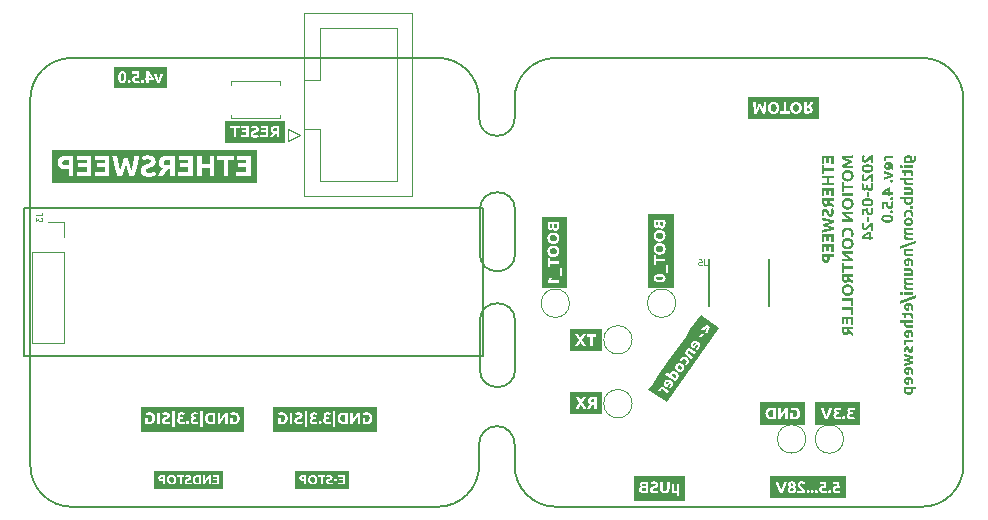
<source format=gbr>
%TF.GenerationSoftware,KiCad,Pcbnew,(7.0.0-0)*%
%TF.CreationDate,2023-05-24T17:39:11+02:00*%
%TF.ProjectId,ethersweep,65746865-7273-4776-9565-702e6b696361,2.0.1*%
%TF.SameCoordinates,Original*%
%TF.FileFunction,Legend,Bot*%
%TF.FilePolarity,Positive*%
%FSLAX46Y46*%
G04 Gerber Fmt 4.6, Leading zero omitted, Abs format (unit mm)*
G04 Created by KiCad (PCBNEW (7.0.0-0)) date 2023-05-24 17:39:11*
%MOMM*%
%LPD*%
G01*
G04 APERTURE LIST*
%ADD10C,0.150000*%
%ADD11C,0.200000*%
%ADD12C,0.160000*%
%ADD13C,0.125000*%
%ADD14C,0.120000*%
%ADD15C,0.127000*%
%TA.AperFunction,Profile*%
%ADD16C,0.150000*%
%TD*%
G04 APERTURE END LIST*
D10*
X184400000Y-39400000D02*
X145600000Y-39400000D01*
X145600000Y-39400000D02*
X145600000Y-51900000D01*
X145600000Y-51900000D02*
X184400000Y-51900000D01*
X184400000Y-51900000D02*
X184400000Y-39400000D01*
D11*
G36*
X166899421Y-32653493D02*
G01*
X166909192Y-32653703D01*
X166919786Y-32654115D01*
X166929769Y-32654710D01*
X166932170Y-32654888D01*
X166942712Y-32655712D01*
X166952907Y-32656536D01*
X166962753Y-32657361D01*
X166968073Y-32657819D01*
X166968073Y-32919159D01*
X166906280Y-32919159D01*
X166891076Y-32919039D01*
X166876421Y-32918682D01*
X166862316Y-32918085D01*
X166848761Y-32917250D01*
X166835755Y-32916177D01*
X166823299Y-32914865D01*
X166811392Y-32913315D01*
X166800034Y-32911526D01*
X166789227Y-32909499D01*
X166778968Y-32907233D01*
X166769260Y-32904728D01*
X166755727Y-32900524D01*
X166743431Y-32895784D01*
X166732371Y-32890507D01*
X166728960Y-32888628D01*
X166719401Y-32882480D01*
X166710782Y-32875577D01*
X166703103Y-32867917D01*
X166696365Y-32859502D01*
X166690567Y-32850332D01*
X166685709Y-32840406D01*
X166681791Y-32829724D01*
X166678814Y-32818286D01*
X166676776Y-32806093D01*
X166675679Y-32793145D01*
X166675471Y-32784092D01*
X166675947Y-32771172D01*
X166677377Y-32758973D01*
X166679760Y-32747496D01*
X166683095Y-32736740D01*
X166687385Y-32726705D01*
X166692627Y-32717391D01*
X166698822Y-32708799D01*
X166705970Y-32700928D01*
X166714072Y-32693778D01*
X166723127Y-32687349D01*
X166729692Y-32683464D01*
X166740266Y-32678095D01*
X166751746Y-32673255D01*
X166764131Y-32668942D01*
X166777423Y-32665157D01*
X166791620Y-32661901D01*
X166801588Y-32660023D01*
X166811959Y-32658380D01*
X166822733Y-32656972D01*
X166833909Y-32655799D01*
X166845487Y-32654860D01*
X166857468Y-32654156D01*
X166869852Y-32653686D01*
X166882639Y-32653452D01*
X166889183Y-32653422D01*
X166899421Y-32653493D01*
G37*
G36*
X167630261Y-33893488D02*
G01*
X162577764Y-33893488D01*
X162577764Y-32465844D01*
X163020621Y-32465844D01*
X163020621Y-32653422D01*
X163314445Y-32653422D01*
X163314445Y-33435000D01*
X163534019Y-33435000D01*
X163900872Y-33435000D01*
X164591591Y-33435000D01*
X164591591Y-33169019D01*
X164756454Y-33169019D01*
X164756828Y-33185516D01*
X164757950Y-33201545D01*
X164759820Y-33217107D01*
X164762438Y-33232202D01*
X164765804Y-33246829D01*
X164769918Y-33260988D01*
X164774780Y-33274680D01*
X164780390Y-33287904D01*
X164786748Y-33300661D01*
X164793854Y-33312951D01*
X164801708Y-33324773D01*
X164810310Y-33336127D01*
X164819660Y-33347014D01*
X164829758Y-33357433D01*
X164840604Y-33367385D01*
X164852198Y-33376870D01*
X164864516Y-33385802D01*
X164877595Y-33394158D01*
X164891436Y-33401937D01*
X164906038Y-33409140D01*
X164921401Y-33415767D01*
X164937526Y-33421818D01*
X164954412Y-33427292D01*
X164972060Y-33432191D01*
X164990469Y-33436513D01*
X165009639Y-33440258D01*
X165019510Y-33441915D01*
X165029570Y-33443428D01*
X165039822Y-33444796D01*
X165050263Y-33446021D01*
X165060895Y-33447101D01*
X165071718Y-33448038D01*
X165082730Y-33448830D01*
X165093933Y-33449479D01*
X165105327Y-33449983D01*
X165116910Y-33450343D01*
X165128684Y-33450559D01*
X165140648Y-33450631D01*
X165152673Y-33450562D01*
X165164474Y-33450356D01*
X165176051Y-33450013D01*
X165187406Y-33449532D01*
X165198537Y-33448914D01*
X165209445Y-33448158D01*
X165220129Y-33447265D01*
X165230591Y-33446235D01*
X165240829Y-33445067D01*
X165250844Y-33443762D01*
X165257397Y-33442815D01*
X165270216Y-33440808D01*
X165282660Y-33438694D01*
X165294731Y-33436473D01*
X165302132Y-33435000D01*
X165563677Y-33435000D01*
X166254396Y-33435000D01*
X166389706Y-33435000D01*
X166635903Y-33435000D01*
X166642574Y-33423932D01*
X166649275Y-33412834D01*
X166656007Y-33401706D01*
X166661076Y-33393340D01*
X166666163Y-33384956D01*
X166671266Y-33376556D01*
X166676386Y-33368138D01*
X166681524Y-33359703D01*
X166686679Y-33351251D01*
X166690125Y-33345607D01*
X166695267Y-33337112D01*
X166700435Y-33328665D01*
X166705628Y-33320265D01*
X166710848Y-33311913D01*
X166716093Y-33303607D01*
X166721363Y-33295349D01*
X166726660Y-33287138D01*
X166733762Y-33276263D01*
X166740910Y-33265473D01*
X166746301Y-33257435D01*
X166753498Y-33246761D01*
X166760681Y-33236232D01*
X166767848Y-33225847D01*
X166775000Y-33215608D01*
X166782136Y-33205514D01*
X166789257Y-33195565D01*
X166796363Y-33185761D01*
X166803454Y-33176102D01*
X166810476Y-33166630D01*
X166817498Y-33157387D01*
X166824520Y-33148373D01*
X166831542Y-33139588D01*
X166838564Y-33131032D01*
X166845586Y-33122704D01*
X166852608Y-33114606D01*
X166859630Y-33106737D01*
X166968073Y-33106737D01*
X166968073Y-33435000D01*
X167187404Y-33435000D01*
X167187404Y-32491245D01*
X167173897Y-32488664D01*
X167160304Y-32486233D01*
X167146625Y-32483953D01*
X167132861Y-32481823D01*
X167119011Y-32479843D01*
X167105075Y-32478013D01*
X167091053Y-32476334D01*
X167076945Y-32474805D01*
X167062751Y-32473426D01*
X167048471Y-32472197D01*
X167038904Y-32471461D01*
X167024668Y-32470458D01*
X167010720Y-32469552D01*
X166997059Y-32468746D01*
X166983686Y-32468038D01*
X166970601Y-32467429D01*
X166957803Y-32466919D01*
X166945293Y-32466508D01*
X166933070Y-32466195D01*
X166921136Y-32465981D01*
X166909489Y-32465866D01*
X166901884Y-32465844D01*
X166888261Y-32465922D01*
X166874839Y-32466155D01*
X166861617Y-32466544D01*
X166848597Y-32467088D01*
X166835777Y-32467788D01*
X166823158Y-32468643D01*
X166810740Y-32469654D01*
X166798523Y-32470820D01*
X166786507Y-32472142D01*
X166774691Y-32473620D01*
X166763077Y-32475252D01*
X166751663Y-32477041D01*
X166740450Y-32478985D01*
X166729438Y-32481084D01*
X166718626Y-32483339D01*
X166708016Y-32485750D01*
X166697606Y-32488316D01*
X166687397Y-32491037D01*
X166677389Y-32493914D01*
X166667582Y-32496947D01*
X166657976Y-32500135D01*
X166648570Y-32503478D01*
X166639366Y-32506977D01*
X166621559Y-32514442D01*
X166604555Y-32522529D01*
X166588355Y-32531238D01*
X166572958Y-32540568D01*
X166565561Y-32545467D01*
X166551424Y-32555734D01*
X166538198Y-32566689D01*
X166525885Y-32578334D01*
X166514484Y-32590667D01*
X166503995Y-32603689D01*
X166494418Y-32617400D01*
X166485753Y-32631800D01*
X166478000Y-32646889D01*
X166471159Y-32662666D01*
X166465231Y-32679133D01*
X166460214Y-32696288D01*
X166456110Y-32714132D01*
X166452918Y-32732665D01*
X166450637Y-32751887D01*
X166449839Y-32761756D01*
X166449269Y-32771797D01*
X166448927Y-32782011D01*
X166448904Y-32784092D01*
X166448813Y-32792397D01*
X166448997Y-32805310D01*
X166449550Y-32817916D01*
X166450470Y-32830215D01*
X166451759Y-32842207D01*
X166453417Y-32853891D01*
X166455442Y-32865269D01*
X166457836Y-32876339D01*
X166460598Y-32887102D01*
X166463728Y-32897557D01*
X166467227Y-32907706D01*
X166471094Y-32917547D01*
X166475329Y-32927081D01*
X166479932Y-32936308D01*
X166484904Y-32945228D01*
X166490244Y-32953840D01*
X166495952Y-32962145D01*
X166502007Y-32970187D01*
X166508386Y-32978010D01*
X166515089Y-32985613D01*
X166522117Y-32992996D01*
X166529469Y-33000160D01*
X166537145Y-33007105D01*
X166545146Y-33013830D01*
X166553471Y-33020336D01*
X166562121Y-33026623D01*
X166571095Y-33032690D01*
X166580393Y-33038537D01*
X166590016Y-33044165D01*
X166599963Y-33049574D01*
X166610235Y-33054763D01*
X166620831Y-33059733D01*
X166631751Y-33064483D01*
X166624321Y-33073127D01*
X166616806Y-33082084D01*
X166609208Y-33091354D01*
X166601526Y-33100936D01*
X166593760Y-33110832D01*
X166585910Y-33121041D01*
X166579967Y-33128902D01*
X166573977Y-33136940D01*
X166569958Y-33142397D01*
X166563875Y-33150674D01*
X166557810Y-33159020D01*
X166551762Y-33167435D01*
X166545732Y-33175919D01*
X166539718Y-33184471D01*
X166533722Y-33193092D01*
X166527743Y-33201782D01*
X166521781Y-33210540D01*
X166515836Y-33219367D01*
X166509908Y-33228263D01*
X166505966Y-33234232D01*
X166500032Y-33243199D01*
X166494136Y-33252238D01*
X166488280Y-33261351D01*
X166482461Y-33270536D01*
X166476682Y-33279795D01*
X166470941Y-33289126D01*
X166465239Y-33298531D01*
X166459575Y-33308008D01*
X166453950Y-33317559D01*
X166448364Y-33327183D01*
X166444661Y-33333639D01*
X166439156Y-33343287D01*
X166433725Y-33352904D01*
X166428366Y-33362492D01*
X166423080Y-33372050D01*
X166417867Y-33381577D01*
X166412727Y-33391075D01*
X166407660Y-33400542D01*
X166402667Y-33409980D01*
X166397746Y-33419387D01*
X166392898Y-33428765D01*
X166389706Y-33435000D01*
X166254396Y-33435000D01*
X166254396Y-32465844D01*
X165596161Y-32465844D01*
X165596161Y-32653422D01*
X166035066Y-32653422D01*
X166035066Y-32825369D01*
X165645254Y-32825369D01*
X165645254Y-33012948D01*
X166035066Y-33012948D01*
X166035066Y-33247421D01*
X165563677Y-33247421D01*
X165563677Y-33435000D01*
X165302132Y-33435000D01*
X165306428Y-33434145D01*
X165317751Y-33431710D01*
X165328700Y-33429168D01*
X165339275Y-33426520D01*
X165349476Y-33423764D01*
X165359315Y-33420933D01*
X165368802Y-33418055D01*
X165380167Y-33414394D01*
X165390984Y-33410661D01*
X165401252Y-33406857D01*
X165410972Y-33402981D01*
X165418353Y-33399829D01*
X165428843Y-33395117D01*
X165438697Y-33390509D01*
X165447916Y-33386004D01*
X165457869Y-33380878D01*
X165466957Y-33375893D01*
X165404919Y-33201015D01*
X165393673Y-33206922D01*
X165384822Y-33211253D01*
X165375615Y-33215498D01*
X165366051Y-33219656D01*
X165356132Y-33223729D01*
X165345856Y-33227717D01*
X165335223Y-33231618D01*
X165324234Y-33235433D01*
X165312889Y-33239163D01*
X165301188Y-33242806D01*
X165297208Y-33244002D01*
X165284956Y-33247406D01*
X165272198Y-33250476D01*
X165258933Y-33253211D01*
X165245162Y-33255611D01*
X165230883Y-33257676D01*
X165221083Y-33258867D01*
X165211058Y-33259908D01*
X165200807Y-33260801D01*
X165190331Y-33261546D01*
X165179631Y-33262141D01*
X165168704Y-33262587D01*
X165157553Y-33262885D01*
X165146177Y-33263034D01*
X165140404Y-33263053D01*
X165129055Y-33262934D01*
X165118209Y-33262579D01*
X165107867Y-33261988D01*
X165098028Y-33261160D01*
X165086439Y-33259792D01*
X165075636Y-33258054D01*
X165065621Y-33255947D01*
X165063712Y-33255481D01*
X165052784Y-33252453D01*
X165042715Y-33249047D01*
X165033504Y-33245263D01*
X165023844Y-33240371D01*
X165015352Y-33234965D01*
X165006895Y-33228187D01*
X164999842Y-33220799D01*
X164994194Y-33212800D01*
X164989951Y-33204190D01*
X164986527Y-33193852D01*
X164984424Y-33184143D01*
X164983207Y-33173946D01*
X164982868Y-33164623D01*
X164983574Y-33153208D01*
X164985692Y-33142290D01*
X164989222Y-33131867D01*
X164994164Y-33121941D01*
X165000518Y-33112511D01*
X165008284Y-33103577D01*
X165017462Y-33095139D01*
X165025273Y-33089137D01*
X165028053Y-33087198D01*
X165037048Y-33081382D01*
X165047181Y-33075477D01*
X165058451Y-33069481D01*
X165070860Y-33063395D01*
X165079764Y-33059288D01*
X165089174Y-33055141D01*
X165099090Y-33050953D01*
X165109511Y-33046726D01*
X165120438Y-33042458D01*
X165131871Y-33038151D01*
X165143809Y-33033803D01*
X165156253Y-33029415D01*
X165169203Y-33024987D01*
X165182658Y-33020519D01*
X165194626Y-33016295D01*
X165206594Y-33011925D01*
X165218562Y-33007410D01*
X165230530Y-33002751D01*
X165242498Y-32997946D01*
X165254466Y-32992996D01*
X165266434Y-32987902D01*
X165275409Y-32983985D01*
X165278401Y-32982662D01*
X165287292Y-32978535D01*
X165298878Y-32972732D01*
X165310159Y-32966586D01*
X165321134Y-32960097D01*
X165331805Y-32953264D01*
X165342170Y-32946087D01*
X165352230Y-32938567D01*
X165361984Y-32930704D01*
X165364375Y-32928684D01*
X165373622Y-32920349D01*
X165382434Y-32911587D01*
X165390810Y-32902397D01*
X165398752Y-32892780D01*
X165406259Y-32882736D01*
X165413330Y-32872264D01*
X165419967Y-32861365D01*
X165426168Y-32850038D01*
X165430446Y-32841163D01*
X165434303Y-32831940D01*
X165437739Y-32822370D01*
X165440754Y-32812451D01*
X165443349Y-32802185D01*
X165445523Y-32791571D01*
X165447276Y-32780610D01*
X165448608Y-32769300D01*
X165449520Y-32757643D01*
X165450011Y-32745638D01*
X165450104Y-32737442D01*
X165449883Y-32725145D01*
X165449220Y-32713076D01*
X165448114Y-32701234D01*
X165446566Y-32689620D01*
X165444577Y-32678233D01*
X165442144Y-32667074D01*
X165439270Y-32656143D01*
X165435953Y-32645439D01*
X165432195Y-32634962D01*
X165427994Y-32624713D01*
X165424947Y-32618007D01*
X165420000Y-32608165D01*
X165414683Y-32598607D01*
X165408997Y-32589332D01*
X165402942Y-32580340D01*
X165396518Y-32571632D01*
X165389725Y-32563207D01*
X165382562Y-32555066D01*
X165375030Y-32547207D01*
X165367129Y-32539632D01*
X165358858Y-32532341D01*
X165353140Y-32527637D01*
X165344223Y-32520783D01*
X165334968Y-32514234D01*
X165325373Y-32507989D01*
X165315439Y-32502049D01*
X165305165Y-32496414D01*
X165294553Y-32491084D01*
X165283601Y-32486059D01*
X165272311Y-32481338D01*
X165260681Y-32476922D01*
X165248712Y-32472811D01*
X165240544Y-32470240D01*
X165227985Y-32466661D01*
X165215130Y-32463434D01*
X165201979Y-32460559D01*
X165188532Y-32458036D01*
X165174788Y-32455865D01*
X165160748Y-32454046D01*
X165146412Y-32452579D01*
X165131779Y-32451464D01*
X165121860Y-32450916D01*
X165111809Y-32450525D01*
X165101626Y-32450291D01*
X165091311Y-32450212D01*
X165079112Y-32450295D01*
X165067120Y-32450544D01*
X165055336Y-32450959D01*
X165043760Y-32451540D01*
X165032393Y-32452287D01*
X165021233Y-32453200D01*
X165010281Y-32454280D01*
X164999537Y-32455525D01*
X164989001Y-32456936D01*
X164978674Y-32458513D01*
X164968554Y-32460256D01*
X164958642Y-32462165D01*
X164948938Y-32464240D01*
X164934772Y-32467664D01*
X164921074Y-32471461D01*
X164907834Y-32475439D01*
X164895039Y-32479493D01*
X164882692Y-32483624D01*
X164870791Y-32487833D01*
X164859336Y-32492120D01*
X164848328Y-32496483D01*
X164837766Y-32500924D01*
X164827651Y-32505442D01*
X164817983Y-32510037D01*
X164808761Y-32514710D01*
X164802861Y-32517868D01*
X164866120Y-32691280D01*
X164876462Y-32686105D01*
X164887094Y-32681083D01*
X164898016Y-32676213D01*
X164909228Y-32671496D01*
X164920731Y-32666932D01*
X164932523Y-32662520D01*
X164944605Y-32658261D01*
X164956978Y-32654155D01*
X164966500Y-32651231D01*
X164976384Y-32648594D01*
X164986628Y-32646245D01*
X164997232Y-32644183D01*
X165008197Y-32642409D01*
X165019523Y-32640923D01*
X165031210Y-32639725D01*
X165043257Y-32638814D01*
X165055664Y-32638190D01*
X165068433Y-32637855D01*
X165077145Y-32637791D01*
X165091547Y-32637978D01*
X165105166Y-32638538D01*
X165118005Y-32639472D01*
X165130062Y-32640779D01*
X165141338Y-32642460D01*
X165151832Y-32644514D01*
X165161545Y-32646942D01*
X165173280Y-32650760D01*
X165183626Y-32655243D01*
X165190474Y-32659040D01*
X165198545Y-32664703D01*
X165207121Y-32672770D01*
X165214016Y-32681934D01*
X165219229Y-32692195D01*
X165222760Y-32703553D01*
X165224374Y-32713430D01*
X165224912Y-32724009D01*
X165224305Y-32735045D01*
X165222481Y-32745286D01*
X165219443Y-32754733D01*
X165214481Y-32764556D01*
X165212212Y-32767972D01*
X165205205Y-32776567D01*
X165197997Y-32783761D01*
X165189784Y-32790652D01*
X165180566Y-32797238D01*
X165176308Y-32799968D01*
X165167358Y-32805278D01*
X165157910Y-32810398D01*
X165147963Y-32815330D01*
X165137519Y-32820072D01*
X165128435Y-32823880D01*
X165122819Y-32826102D01*
X165113205Y-32829784D01*
X165103294Y-32833501D01*
X165093084Y-32837254D01*
X165082576Y-32841043D01*
X165071770Y-32844868D01*
X165060666Y-32848728D01*
X165056140Y-32850282D01*
X165046723Y-32853729D01*
X165037460Y-32857171D01*
X165023855Y-32862322D01*
X165010598Y-32867460D01*
X164997688Y-32872586D01*
X164985127Y-32877698D01*
X164972913Y-32882798D01*
X164961047Y-32887885D01*
X164949529Y-32892959D01*
X164938358Y-32898020D01*
X164927535Y-32903068D01*
X164924005Y-32904748D01*
X164913596Y-32909865D01*
X164903526Y-32915141D01*
X164893795Y-32920576D01*
X164884403Y-32926169D01*
X164875351Y-32931921D01*
X164866638Y-32937833D01*
X164858263Y-32943903D01*
X164850228Y-32950132D01*
X164842533Y-32956519D01*
X164835176Y-32963066D01*
X164830460Y-32967519D01*
X164821415Y-32976689D01*
X164812966Y-32986249D01*
X164805112Y-32996198D01*
X164797854Y-33006536D01*
X164791190Y-33017264D01*
X164785122Y-33028381D01*
X164779650Y-33039887D01*
X164774773Y-33051782D01*
X164771499Y-33061030D01*
X164768547Y-33070639D01*
X164765918Y-33080608D01*
X164763610Y-33090938D01*
X164761624Y-33101628D01*
X164759961Y-33112679D01*
X164758619Y-33124091D01*
X164757599Y-33135863D01*
X164756902Y-33147996D01*
X164756526Y-33160490D01*
X164756454Y-33169019D01*
X164591591Y-33169019D01*
X164591591Y-32465844D01*
X163933356Y-32465844D01*
X163933356Y-32653422D01*
X164372260Y-32653422D01*
X164372260Y-32825369D01*
X163982449Y-32825369D01*
X163982449Y-33012948D01*
X164372260Y-33012948D01*
X164372260Y-33247421D01*
X163900872Y-33247421D01*
X163900872Y-33435000D01*
X163534019Y-33435000D01*
X163534019Y-32653422D01*
X163828087Y-32653422D01*
X163828087Y-32465844D01*
X163020621Y-32465844D01*
X162577764Y-32465844D01*
X162577764Y-32007355D01*
X167630261Y-32007355D01*
X167630261Y-33893488D01*
G37*
G36*
X214105000Y-34982595D02*
G01*
X213135844Y-34982595D01*
X213135844Y-35640830D01*
X213323422Y-35640830D01*
X213323422Y-35201926D01*
X213495369Y-35201926D01*
X213495369Y-35591737D01*
X213682948Y-35591737D01*
X213682948Y-35201926D01*
X213917421Y-35201926D01*
X213917421Y-35673314D01*
X214105000Y-35673314D01*
X214105000Y-34982595D01*
G37*
G36*
X213135844Y-36553565D02*
G01*
X213323422Y-36553565D01*
X213323422Y-36259741D01*
X214105000Y-36259741D01*
X214105000Y-36040167D01*
X213323422Y-36040167D01*
X213323422Y-35746099D01*
X213135844Y-35746099D01*
X213135844Y-36553565D01*
G37*
G36*
X213135844Y-37277257D02*
G01*
X213135844Y-37496831D01*
X214105000Y-37496831D01*
X214105000Y-37277257D01*
X213698579Y-37277257D01*
X213698579Y-36908695D01*
X214105000Y-36908695D01*
X214105000Y-36689364D01*
X213135844Y-36689364D01*
X213135844Y-36908695D01*
X213511001Y-36908695D01*
X213511001Y-37277257D01*
X213135844Y-37277257D01*
G37*
G36*
X214105000Y-37716161D02*
G01*
X213135844Y-37716161D01*
X213135844Y-38374396D01*
X213323422Y-38374396D01*
X213323422Y-37935491D01*
X213495369Y-37935491D01*
X213495369Y-38325303D01*
X213682948Y-38325303D01*
X213682948Y-37935491D01*
X213917421Y-37935491D01*
X213917421Y-38406880D01*
X214105000Y-38406880D01*
X214105000Y-37716161D01*
G37*
G36*
X214105000Y-38783503D02*
G01*
X213776737Y-38783503D01*
X213776737Y-38891946D01*
X213784606Y-38898968D01*
X213792704Y-38905990D01*
X213801032Y-38913012D01*
X213809588Y-38920034D01*
X213818373Y-38927056D01*
X213827387Y-38934078D01*
X213836630Y-38941100D01*
X213846102Y-38948122D01*
X213855761Y-38955213D01*
X213865565Y-38962319D01*
X213875514Y-38969440D01*
X213885608Y-38976577D01*
X213895847Y-38983728D01*
X213906232Y-38990895D01*
X213916761Y-38998078D01*
X213927435Y-39005275D01*
X213935473Y-39010666D01*
X213946263Y-39017814D01*
X213957138Y-39024916D01*
X213965349Y-39030213D01*
X213973607Y-39035484D01*
X213981913Y-39040729D01*
X213990265Y-39045948D01*
X213998665Y-39051141D01*
X214007112Y-39056309D01*
X214015607Y-39061451D01*
X214021251Y-39064897D01*
X214029703Y-39070052D01*
X214038138Y-39075190D01*
X214046556Y-39080310D01*
X214054956Y-39085414D01*
X214063340Y-39090500D01*
X214071706Y-39095569D01*
X214082834Y-39102301D01*
X214093932Y-39109002D01*
X214105000Y-39115673D01*
X214105000Y-39361870D01*
X214098765Y-39358678D01*
X214089387Y-39353830D01*
X214079980Y-39348910D01*
X214070542Y-39343916D01*
X214061075Y-39338849D01*
X214051577Y-39333709D01*
X214042050Y-39328496D01*
X214032492Y-39323210D01*
X214022904Y-39317852D01*
X214013287Y-39312420D01*
X214003639Y-39306915D01*
X213997183Y-39303212D01*
X213987559Y-39297626D01*
X213978008Y-39292001D01*
X213968531Y-39286337D01*
X213959126Y-39280635D01*
X213949795Y-39274894D01*
X213940536Y-39269115D01*
X213931351Y-39263296D01*
X213922238Y-39257440D01*
X213913199Y-39251544D01*
X213904232Y-39245610D01*
X213898263Y-39241668D01*
X213889367Y-39235740D01*
X213880540Y-39229795D01*
X213871782Y-39223833D01*
X213863092Y-39217854D01*
X213854471Y-39211858D01*
X213845919Y-39205844D01*
X213837435Y-39199814D01*
X213829020Y-39193766D01*
X213820674Y-39187701D01*
X213812397Y-39181618D01*
X213806940Y-39177599D01*
X213798902Y-39171609D01*
X213791041Y-39165666D01*
X213780832Y-39157816D01*
X213770936Y-39150050D01*
X213761354Y-39142368D01*
X213752084Y-39134770D01*
X213743127Y-39127255D01*
X213734483Y-39119825D01*
X213729733Y-39130745D01*
X213724763Y-39141341D01*
X213719574Y-39151613D01*
X213714165Y-39161560D01*
X213708537Y-39171183D01*
X213702690Y-39180481D01*
X213696623Y-39189455D01*
X213690336Y-39198105D01*
X213683830Y-39206430D01*
X213677105Y-39214431D01*
X213670160Y-39222107D01*
X213662996Y-39229460D01*
X213655613Y-39236487D01*
X213648010Y-39243191D01*
X213640187Y-39249570D01*
X213632145Y-39255624D01*
X213623840Y-39261332D01*
X213615228Y-39266672D01*
X213606308Y-39271644D01*
X213597081Y-39276247D01*
X213587547Y-39280482D01*
X213577706Y-39284349D01*
X213567557Y-39287848D01*
X213557102Y-39290978D01*
X213546339Y-39293740D01*
X213535269Y-39296134D01*
X213523891Y-39298160D01*
X213512207Y-39299817D01*
X213500215Y-39301106D01*
X213487916Y-39302026D01*
X213475310Y-39302579D01*
X213462397Y-39302763D01*
X213452011Y-39302649D01*
X213441797Y-39302307D01*
X213431756Y-39301737D01*
X213421887Y-39300939D01*
X213402665Y-39298659D01*
X213384132Y-39295466D01*
X213366288Y-39291362D01*
X213349133Y-39286345D01*
X213332666Y-39280417D01*
X213316889Y-39273576D01*
X213301800Y-39265823D01*
X213287400Y-39257158D01*
X213273689Y-39247581D01*
X213260667Y-39237092D01*
X213248334Y-39225691D01*
X213236689Y-39213378D01*
X213225734Y-39200152D01*
X213215467Y-39186015D01*
X213210568Y-39178618D01*
X213201238Y-39163221D01*
X213192529Y-39147021D01*
X213184442Y-39130017D01*
X213176977Y-39112210D01*
X213173478Y-39103006D01*
X213170135Y-39093600D01*
X213166947Y-39083994D01*
X213163914Y-39074187D01*
X213161037Y-39064179D01*
X213158316Y-39053970D01*
X213155750Y-39043560D01*
X213153339Y-39032950D01*
X213151084Y-39022138D01*
X213148985Y-39011126D01*
X213147041Y-38999913D01*
X213145252Y-38988499D01*
X213143620Y-38976885D01*
X213142142Y-38965069D01*
X213140820Y-38953053D01*
X213139654Y-38940836D01*
X213138643Y-38928418D01*
X213137788Y-38915799D01*
X213137088Y-38902979D01*
X213136544Y-38889959D01*
X213136155Y-38876738D01*
X213135922Y-38863315D01*
X213135917Y-38862393D01*
X213323422Y-38862393D01*
X213323452Y-38868937D01*
X213323686Y-38881724D01*
X213324156Y-38894108D01*
X213324860Y-38906089D01*
X213325799Y-38917668D01*
X213326972Y-38928844D01*
X213328380Y-38939617D01*
X213330023Y-38949988D01*
X213331901Y-38959956D01*
X213335157Y-38974153D01*
X213338942Y-38987445D01*
X213343255Y-38999830D01*
X213348095Y-39011310D01*
X213353464Y-39021884D01*
X213357349Y-39028450D01*
X213363778Y-39037504D01*
X213370928Y-39045606D01*
X213378799Y-39052754D01*
X213387391Y-39058949D01*
X213396705Y-39064192D01*
X213406740Y-39068481D01*
X213417496Y-39071817D01*
X213428973Y-39074199D01*
X213441172Y-39075629D01*
X213454092Y-39076106D01*
X213463145Y-39075897D01*
X213476093Y-39074800D01*
X213488286Y-39072762D01*
X213499724Y-39069785D01*
X213510406Y-39065867D01*
X213520332Y-39061010D01*
X213529502Y-39055211D01*
X213537917Y-39048473D01*
X213545577Y-39040794D01*
X213552480Y-39032175D01*
X213558628Y-39022616D01*
X213560507Y-39019205D01*
X213565784Y-39008145D01*
X213570524Y-38995849D01*
X213574728Y-38982316D01*
X213577233Y-38972608D01*
X213579499Y-38962349D01*
X213581526Y-38951542D01*
X213583315Y-38940184D01*
X213584865Y-38928278D01*
X213586177Y-38915821D01*
X213587250Y-38902815D01*
X213588085Y-38889260D01*
X213588682Y-38875155D01*
X213589039Y-38860500D01*
X213589159Y-38845296D01*
X213589159Y-38783503D01*
X213327819Y-38783503D01*
X213327361Y-38788823D01*
X213326536Y-38798670D01*
X213325712Y-38808864D01*
X213324888Y-38819406D01*
X213324710Y-38821807D01*
X213324115Y-38831790D01*
X213323703Y-38842384D01*
X213323493Y-38852155D01*
X213323422Y-38862393D01*
X213135917Y-38862393D01*
X213135844Y-38849692D01*
X213135866Y-38842088D01*
X213135981Y-38830440D01*
X213136195Y-38818506D01*
X213136508Y-38806283D01*
X213136919Y-38793773D01*
X213137429Y-38780976D01*
X213138038Y-38767890D01*
X213138746Y-38754517D01*
X213139552Y-38740857D01*
X213140458Y-38726908D01*
X213141461Y-38712672D01*
X213142197Y-38703105D01*
X213143426Y-38688825D01*
X213144805Y-38674631D01*
X213146334Y-38660524D01*
X213148013Y-38646501D01*
X213149843Y-38632565D01*
X213151823Y-38618715D01*
X213153953Y-38604951D01*
X213156233Y-38591272D01*
X213158664Y-38577679D01*
X213161245Y-38564173D01*
X214105000Y-38564173D01*
X214105000Y-38783503D01*
G37*
G36*
X213933053Y-39763161D02*
G01*
X213932934Y-39774510D01*
X213932579Y-39785356D01*
X213931988Y-39795698D01*
X213931160Y-39805537D01*
X213929792Y-39817126D01*
X213928054Y-39827929D01*
X213925947Y-39837944D01*
X213925481Y-39839853D01*
X213922453Y-39850781D01*
X213919047Y-39860850D01*
X213915263Y-39870061D01*
X213910371Y-39879721D01*
X213904965Y-39888213D01*
X213898187Y-39896670D01*
X213890799Y-39903722D01*
X213882800Y-39909371D01*
X213874190Y-39913614D01*
X213863852Y-39917038D01*
X213854143Y-39919141D01*
X213843946Y-39920358D01*
X213834623Y-39920697D01*
X213823208Y-39919991D01*
X213812290Y-39917873D01*
X213801867Y-39914343D01*
X213791941Y-39909401D01*
X213782511Y-39903047D01*
X213773577Y-39895281D01*
X213765139Y-39886103D01*
X213759137Y-39878292D01*
X213757198Y-39875512D01*
X213751382Y-39866517D01*
X213745477Y-39856384D01*
X213739481Y-39845113D01*
X213733395Y-39832705D01*
X213729288Y-39823801D01*
X213725141Y-39814391D01*
X213720953Y-39804475D01*
X213716726Y-39794054D01*
X213712458Y-39783127D01*
X213708151Y-39771694D01*
X213703803Y-39759756D01*
X213699415Y-39747312D01*
X213694987Y-39734362D01*
X213690519Y-39720907D01*
X213686295Y-39708939D01*
X213681925Y-39696971D01*
X213677410Y-39685003D01*
X213672751Y-39673035D01*
X213667946Y-39661067D01*
X213662996Y-39649099D01*
X213657902Y-39637131D01*
X213653985Y-39628155D01*
X213652662Y-39625163D01*
X213648535Y-39616273D01*
X213642732Y-39604687D01*
X213636586Y-39593406D01*
X213630097Y-39582431D01*
X213623264Y-39571760D01*
X213616087Y-39561395D01*
X213608567Y-39551335D01*
X213600704Y-39541581D01*
X213598684Y-39539190D01*
X213590349Y-39529943D01*
X213581587Y-39521131D01*
X213572397Y-39512755D01*
X213562780Y-39504813D01*
X213552736Y-39497306D01*
X213542264Y-39490235D01*
X213531365Y-39483598D01*
X213520038Y-39477397D01*
X213511163Y-39473119D01*
X213501940Y-39469262D01*
X213492370Y-39465826D01*
X213482451Y-39462811D01*
X213472185Y-39460216D01*
X213461571Y-39458042D01*
X213450610Y-39456289D01*
X213439300Y-39454957D01*
X213427643Y-39454045D01*
X213415638Y-39453554D01*
X213407442Y-39453461D01*
X213395145Y-39453682D01*
X213383076Y-39454345D01*
X213371234Y-39455451D01*
X213359620Y-39456998D01*
X213348233Y-39458988D01*
X213337074Y-39461421D01*
X213326143Y-39464295D01*
X213315439Y-39467612D01*
X213304962Y-39471370D01*
X213294713Y-39475571D01*
X213288007Y-39478618D01*
X213278165Y-39483565D01*
X213268607Y-39488882D01*
X213259332Y-39494568D01*
X213250340Y-39500623D01*
X213241632Y-39507047D01*
X213233207Y-39513840D01*
X213225066Y-39521003D01*
X213217207Y-39528535D01*
X213209632Y-39536436D01*
X213202341Y-39544706D01*
X213197637Y-39550425D01*
X213190783Y-39559342D01*
X213184234Y-39568597D01*
X213177989Y-39578192D01*
X213172049Y-39588126D01*
X213166414Y-39598400D01*
X213161084Y-39609012D01*
X213156059Y-39619964D01*
X213151338Y-39631254D01*
X213146922Y-39642884D01*
X213142811Y-39654853D01*
X213140240Y-39663021D01*
X213136661Y-39675580D01*
X213133434Y-39688435D01*
X213130559Y-39701586D01*
X213128036Y-39715033D01*
X213125865Y-39728777D01*
X213124046Y-39742817D01*
X213122579Y-39757153D01*
X213121464Y-39771786D01*
X213120916Y-39781705D01*
X213120525Y-39791756D01*
X213120291Y-39801939D01*
X213120212Y-39812254D01*
X213120295Y-39824453D01*
X213120544Y-39836445D01*
X213120959Y-39848229D01*
X213121540Y-39859805D01*
X213122287Y-39871172D01*
X213123200Y-39882332D01*
X213124280Y-39893284D01*
X213125525Y-39904028D01*
X213126936Y-39914564D01*
X213128513Y-39924891D01*
X213130256Y-39935011D01*
X213132165Y-39944923D01*
X213134240Y-39954627D01*
X213137664Y-39968793D01*
X213141461Y-39982491D01*
X213145439Y-39995731D01*
X213149493Y-40008526D01*
X213153624Y-40020873D01*
X213157833Y-40032774D01*
X213162120Y-40044229D01*
X213166483Y-40055237D01*
X213170924Y-40065799D01*
X213175442Y-40075914D01*
X213180037Y-40085582D01*
X213184710Y-40094804D01*
X213187868Y-40100704D01*
X213361280Y-40037445D01*
X213356105Y-40027103D01*
X213351083Y-40016471D01*
X213346213Y-40005549D01*
X213341496Y-39994337D01*
X213336932Y-39982834D01*
X213332520Y-39971042D01*
X213328261Y-39958960D01*
X213324155Y-39946587D01*
X213321231Y-39937064D01*
X213318594Y-39927181D01*
X213316245Y-39916937D01*
X213314183Y-39906333D01*
X213312409Y-39895368D01*
X213310923Y-39884042D01*
X213309725Y-39872355D01*
X213308814Y-39860308D01*
X213308190Y-39847901D01*
X213307855Y-39835132D01*
X213307791Y-39826420D01*
X213307978Y-39812018D01*
X213308538Y-39798398D01*
X213309472Y-39785560D01*
X213310779Y-39773503D01*
X213312460Y-39762227D01*
X213314514Y-39751733D01*
X213316942Y-39742020D01*
X213320760Y-39730285D01*
X213325243Y-39719939D01*
X213329040Y-39713091D01*
X213334703Y-39705019D01*
X213342770Y-39696444D01*
X213351934Y-39689549D01*
X213362195Y-39684336D01*
X213373553Y-39680805D01*
X213383430Y-39679191D01*
X213394009Y-39678653D01*
X213405045Y-39679260D01*
X213415286Y-39681084D01*
X213424733Y-39684122D01*
X213434556Y-39689084D01*
X213437972Y-39691353D01*
X213446567Y-39698360D01*
X213453761Y-39705568D01*
X213460652Y-39713781D01*
X213467238Y-39722999D01*
X213469968Y-39727257D01*
X213475278Y-39736207D01*
X213480398Y-39745655D01*
X213485330Y-39755602D01*
X213490072Y-39766046D01*
X213493880Y-39775130D01*
X213496102Y-39780746D01*
X213499784Y-39790360D01*
X213503501Y-39800271D01*
X213507254Y-39810481D01*
X213511043Y-39820989D01*
X213514868Y-39831795D01*
X213518728Y-39842899D01*
X213520282Y-39847424D01*
X213523729Y-39856842D01*
X213527171Y-39866105D01*
X213532322Y-39879710D01*
X213537460Y-39892967D01*
X213542586Y-39905877D01*
X213547698Y-39918438D01*
X213552798Y-39930652D01*
X213557885Y-39942518D01*
X213562959Y-39954036D01*
X213568020Y-39965207D01*
X213573068Y-39976030D01*
X213574748Y-39979560D01*
X213579865Y-39989969D01*
X213585141Y-40000039D01*
X213590576Y-40009770D01*
X213596169Y-40019162D01*
X213601921Y-40028214D01*
X213607833Y-40036927D01*
X213613903Y-40045301D01*
X213620132Y-40053336D01*
X213626519Y-40061032D01*
X213633066Y-40068389D01*
X213637519Y-40073105D01*
X213646689Y-40082149D01*
X213656249Y-40090599D01*
X213666198Y-40098453D01*
X213676536Y-40105711D01*
X213687264Y-40112375D01*
X213698381Y-40118442D01*
X213709887Y-40123915D01*
X213721782Y-40128792D01*
X213731030Y-40132066D01*
X213740639Y-40135018D01*
X213750608Y-40137647D01*
X213760938Y-40139955D01*
X213771628Y-40141941D01*
X213782679Y-40143604D01*
X213794091Y-40144946D01*
X213805863Y-40145966D01*
X213817996Y-40146663D01*
X213830490Y-40147039D01*
X213839019Y-40147110D01*
X213855516Y-40146736D01*
X213871545Y-40145614D01*
X213887107Y-40143744D01*
X213902202Y-40141127D01*
X213916829Y-40137761D01*
X213930988Y-40133647D01*
X213944680Y-40128785D01*
X213957904Y-40123175D01*
X213970661Y-40116817D01*
X213982951Y-40109711D01*
X213994773Y-40101857D01*
X214006127Y-40093255D01*
X214017014Y-40083905D01*
X214027433Y-40073807D01*
X214037385Y-40062961D01*
X214046870Y-40051367D01*
X214055802Y-40039049D01*
X214064158Y-40025970D01*
X214071937Y-40012129D01*
X214079140Y-39997527D01*
X214085767Y-39982164D01*
X214091818Y-39966039D01*
X214097292Y-39949153D01*
X214102191Y-39931505D01*
X214106513Y-39913096D01*
X214110258Y-39893926D01*
X214111915Y-39884055D01*
X214113428Y-39873994D01*
X214114796Y-39863743D01*
X214116021Y-39853302D01*
X214117101Y-39842670D01*
X214118038Y-39831847D01*
X214118830Y-39820835D01*
X214119479Y-39809632D01*
X214119983Y-39798238D01*
X214120343Y-39786655D01*
X214120559Y-39774881D01*
X214120631Y-39762916D01*
X214120562Y-39750892D01*
X214120356Y-39739091D01*
X214120013Y-39727514D01*
X214119532Y-39716159D01*
X214118914Y-39705028D01*
X214118158Y-39694120D01*
X214117265Y-39683435D01*
X214116235Y-39672974D01*
X214115067Y-39662736D01*
X214113762Y-39652721D01*
X214112815Y-39646168D01*
X214110808Y-39633349D01*
X214108694Y-39620905D01*
X214106473Y-39608834D01*
X214104145Y-39597137D01*
X214101710Y-39585814D01*
X214099168Y-39574865D01*
X214096520Y-39564290D01*
X214093764Y-39554089D01*
X214090933Y-39544250D01*
X214088055Y-39534763D01*
X214084394Y-39523398D01*
X214080661Y-39512581D01*
X214076857Y-39502313D01*
X214072981Y-39492593D01*
X214069829Y-39485212D01*
X214065117Y-39474722D01*
X214060509Y-39464868D01*
X214056004Y-39455648D01*
X214050878Y-39445696D01*
X214045893Y-39436608D01*
X213871015Y-39498646D01*
X213876922Y-39509892D01*
X213881253Y-39518743D01*
X213885498Y-39527950D01*
X213889656Y-39537513D01*
X213893729Y-39547433D01*
X213897717Y-39557709D01*
X213901618Y-39568342D01*
X213905433Y-39579331D01*
X213909163Y-39590676D01*
X213912806Y-39602377D01*
X213914002Y-39606357D01*
X213917406Y-39618609D01*
X213920476Y-39631367D01*
X213923211Y-39644632D01*
X213925611Y-39658403D01*
X213927676Y-39672682D01*
X213928867Y-39682482D01*
X213929908Y-39692507D01*
X213930801Y-39702758D01*
X213931546Y-39713234D01*
X213932141Y-39723934D01*
X213932587Y-39734860D01*
X213932885Y-39746012D01*
X213933034Y-39757388D01*
X213933053Y-39763161D01*
G37*
G36*
X213245265Y-40951402D02*
G01*
X213256016Y-40954592D01*
X213267020Y-40957842D01*
X213278278Y-40961152D01*
X213289789Y-40964523D01*
X213301554Y-40967953D01*
X213313572Y-40971443D01*
X213325843Y-40974994D01*
X213338367Y-40978605D01*
X213351145Y-40982275D01*
X213364176Y-40986006D01*
X213373004Y-40988527D01*
X213386373Y-40992398D01*
X213399828Y-40996315D01*
X213413370Y-41000280D01*
X213426997Y-41004292D01*
X213440710Y-41008352D01*
X213454508Y-41012458D01*
X213468393Y-41016612D01*
X213482363Y-41020813D01*
X213491725Y-41023640D01*
X213501124Y-41026488D01*
X213510562Y-41029357D01*
X213520038Y-41032247D01*
X213529503Y-41035150D01*
X213538971Y-41038059D01*
X213548440Y-41040973D01*
X213557911Y-41043894D01*
X213567384Y-41046820D01*
X213576859Y-41049752D01*
X213586336Y-41052689D01*
X213595814Y-41055633D01*
X213605295Y-41058582D01*
X213614777Y-41061537D01*
X213624262Y-41064497D01*
X213633748Y-41067463D01*
X213643236Y-41070435D01*
X213652727Y-41073413D01*
X213662219Y-41076396D01*
X213671713Y-41079385D01*
X213681135Y-41082372D01*
X213690474Y-41085346D01*
X213704324Y-41089787D01*
X213717985Y-41094202D01*
X213731458Y-41098591D01*
X213744741Y-41102955D01*
X213757836Y-41107293D01*
X213770742Y-41111604D01*
X213783459Y-41115891D01*
X213795987Y-41120151D01*
X213808326Y-41124386D01*
X213812397Y-41125792D01*
X213798958Y-41129233D01*
X213785297Y-41132687D01*
X213771412Y-41136153D01*
X213757305Y-41139633D01*
X213747775Y-41141960D01*
X213738147Y-41144293D01*
X213728419Y-41146631D01*
X213718592Y-41148976D01*
X213708666Y-41151325D01*
X213698640Y-41153681D01*
X213688516Y-41156042D01*
X213678292Y-41158409D01*
X213667969Y-41160782D01*
X213657547Y-41163161D01*
X213647054Y-41165533D01*
X213636519Y-41167889D01*
X213625942Y-41170228D01*
X213615323Y-41172549D01*
X213604662Y-41174853D01*
X213593960Y-41177140D01*
X213583215Y-41179410D01*
X213572428Y-41181662D01*
X213561599Y-41183897D01*
X213550729Y-41186116D01*
X213539816Y-41188317D01*
X213528861Y-41190501D01*
X213517865Y-41192667D01*
X213506826Y-41194817D01*
X213495745Y-41196949D01*
X213484623Y-41199064D01*
X213473452Y-41201168D01*
X213462290Y-41203266D01*
X213451135Y-41205358D01*
X213439987Y-41207445D01*
X213428848Y-41209526D01*
X213417715Y-41211601D01*
X213406591Y-41213670D01*
X213395474Y-41215734D01*
X213384365Y-41217792D01*
X213373263Y-41219844D01*
X213362169Y-41221891D01*
X213351083Y-41223931D01*
X213340004Y-41225966D01*
X213328933Y-41227996D01*
X213317870Y-41230019D01*
X213306814Y-41232037D01*
X213295756Y-41234045D01*
X213284748Y-41236037D01*
X213273790Y-41238014D01*
X213262881Y-41239975D01*
X213252021Y-41241921D01*
X213241212Y-41243852D01*
X213230452Y-41245768D01*
X213219741Y-41247669D01*
X213209080Y-41249554D01*
X213198469Y-41251424D01*
X213187908Y-41253279D01*
X213177396Y-41255118D01*
X213166933Y-41256942D01*
X213156521Y-41258751D01*
X213146157Y-41260545D01*
X213135844Y-41262323D01*
X213135844Y-41490202D01*
X213151055Y-41487104D01*
X213166280Y-41483977D01*
X213181518Y-41480822D01*
X213196771Y-41477639D01*
X213212037Y-41474426D01*
X213227318Y-41471185D01*
X213242612Y-41467916D01*
X213257920Y-41464617D01*
X213273241Y-41461291D01*
X213288577Y-41457935D01*
X213303926Y-41454551D01*
X213319289Y-41451138D01*
X213334666Y-41447697D01*
X213350057Y-41444227D01*
X213365462Y-41440728D01*
X213380881Y-41437201D01*
X213396313Y-41433645D01*
X213411759Y-41430061D01*
X213427219Y-41426448D01*
X213442693Y-41422806D01*
X213458181Y-41419136D01*
X213473682Y-41415437D01*
X213489198Y-41411709D01*
X213504727Y-41407953D01*
X213520270Y-41404168D01*
X213535827Y-41400355D01*
X213551398Y-41396513D01*
X213566982Y-41392642D01*
X213582581Y-41388743D01*
X213598193Y-41384815D01*
X213613819Y-41380858D01*
X213629459Y-41376873D01*
X213645081Y-41372863D01*
X213660654Y-41368833D01*
X213676178Y-41364782D01*
X213691653Y-41360711D01*
X213707079Y-41356619D01*
X213722455Y-41352507D01*
X213737783Y-41348374D01*
X213753061Y-41344221D01*
X213768290Y-41340047D01*
X213783470Y-41335853D01*
X213798601Y-41331638D01*
X213813683Y-41327403D01*
X213828715Y-41323147D01*
X213843699Y-41318870D01*
X213858633Y-41314573D01*
X213873518Y-41310256D01*
X213888354Y-41305918D01*
X213903141Y-41301560D01*
X213917879Y-41297181D01*
X213932568Y-41292781D01*
X213947207Y-41288361D01*
X213961798Y-41283921D01*
X213976339Y-41279460D01*
X213990831Y-41274978D01*
X214005274Y-41270476D01*
X214019668Y-41265954D01*
X214034013Y-41261410D01*
X214048308Y-41256847D01*
X214062555Y-41252263D01*
X214076752Y-41247658D01*
X214090900Y-41243033D01*
X214105000Y-41238387D01*
X214105000Y-41037376D01*
X214088371Y-41031220D01*
X214071641Y-41025087D01*
X214054810Y-41018977D01*
X214037879Y-41012890D01*
X214020845Y-41006826D01*
X214003711Y-41000785D01*
X213986476Y-40994767D01*
X213969139Y-40988771D01*
X213951702Y-40982799D01*
X213934163Y-40976849D01*
X213916523Y-40970922D01*
X213898782Y-40965019D01*
X213880940Y-40959138D01*
X213862997Y-40953280D01*
X213844952Y-40947445D01*
X213826807Y-40941632D01*
X213808608Y-40935836D01*
X213790403Y-40930050D01*
X213772193Y-40924273D01*
X213753977Y-40918506D01*
X213735755Y-40912748D01*
X213717527Y-40907000D01*
X213699294Y-40901261D01*
X213681055Y-40895532D01*
X213662810Y-40889812D01*
X213644560Y-40884102D01*
X213626304Y-40878401D01*
X213608042Y-40872710D01*
X213589774Y-40867029D01*
X213571501Y-40861357D01*
X213553222Y-40855694D01*
X213534937Y-40850041D01*
X213553222Y-40844423D01*
X213571501Y-40838802D01*
X213589774Y-40833180D01*
X213608042Y-40827556D01*
X213626304Y-40821930D01*
X213644560Y-40816302D01*
X213662810Y-40810672D01*
X213681055Y-40805040D01*
X213699294Y-40799406D01*
X213717527Y-40793770D01*
X213735755Y-40788132D01*
X213753977Y-40782493D01*
X213772193Y-40776852D01*
X213790403Y-40771208D01*
X213808608Y-40765563D01*
X213826807Y-40759916D01*
X213844952Y-40754282D01*
X213862997Y-40748616D01*
X213880940Y-40742917D01*
X213898782Y-40737186D01*
X213916523Y-40731422D01*
X213934163Y-40725626D01*
X213951702Y-40719798D01*
X213969139Y-40713937D01*
X213986476Y-40708044D01*
X214003711Y-40702118D01*
X214020845Y-40696160D01*
X214037879Y-40690169D01*
X214054810Y-40684146D01*
X214071641Y-40678091D01*
X214088371Y-40672003D01*
X214105000Y-40665882D01*
X214105000Y-40464626D01*
X214090900Y-40459981D01*
X214076752Y-40455355D01*
X214062555Y-40450751D01*
X214048308Y-40446167D01*
X214034013Y-40441603D01*
X214019668Y-40437060D01*
X214005274Y-40432538D01*
X213990831Y-40428036D01*
X213976339Y-40423554D01*
X213961798Y-40419093D01*
X213947207Y-40414652D01*
X213932568Y-40410233D01*
X213917879Y-40405833D01*
X213903141Y-40401454D01*
X213888354Y-40397096D01*
X213873518Y-40392758D01*
X213858633Y-40388440D01*
X213843699Y-40384143D01*
X213828715Y-40379867D01*
X213813683Y-40375611D01*
X213798601Y-40371376D01*
X213783470Y-40367161D01*
X213768290Y-40362967D01*
X213753061Y-40358793D01*
X213737783Y-40354639D01*
X213722455Y-40350507D01*
X213707079Y-40346394D01*
X213691653Y-40342302D01*
X213676178Y-40338231D01*
X213660654Y-40334180D01*
X213645081Y-40330150D01*
X213629459Y-40326140D01*
X213613819Y-40322155D01*
X213598193Y-40318199D01*
X213582581Y-40314271D01*
X213566982Y-40310372D01*
X213551398Y-40306501D01*
X213535827Y-40302659D01*
X213520270Y-40298845D01*
X213504727Y-40295061D01*
X213489198Y-40291304D01*
X213473682Y-40287577D01*
X213458181Y-40283878D01*
X213442693Y-40280208D01*
X213427219Y-40276566D01*
X213411759Y-40272953D01*
X213396313Y-40269368D01*
X213380881Y-40265812D01*
X213365462Y-40262285D01*
X213350057Y-40258787D01*
X213334666Y-40255317D01*
X213319289Y-40251875D01*
X213303926Y-40248463D01*
X213288577Y-40245079D01*
X213273241Y-40241723D01*
X213257920Y-40238396D01*
X213242612Y-40235098D01*
X213227318Y-40231828D01*
X213212037Y-40228587D01*
X213196771Y-40225375D01*
X213181518Y-40222191D01*
X213166280Y-40219036D01*
X213151055Y-40215910D01*
X213135844Y-40212812D01*
X213135844Y-40450704D01*
X213146157Y-40452486D01*
X213156521Y-40454288D01*
X213166933Y-40456111D01*
X213177396Y-40457955D01*
X213187908Y-40459820D01*
X213198469Y-40461707D01*
X213209080Y-40463614D01*
X213219741Y-40465542D01*
X213230452Y-40467491D01*
X213241212Y-40469461D01*
X213252021Y-40471453D01*
X213262881Y-40473465D01*
X213273790Y-40475498D01*
X213284748Y-40477552D01*
X213295756Y-40479627D01*
X213306814Y-40481723D01*
X213317870Y-40483835D01*
X213328933Y-40485955D01*
X213340004Y-40488086D01*
X213351083Y-40490226D01*
X213362169Y-40492375D01*
X213373263Y-40494534D01*
X213384365Y-40496703D01*
X213395474Y-40498881D01*
X213406591Y-40501069D01*
X213417715Y-40503266D01*
X213428848Y-40505473D01*
X213439987Y-40507689D01*
X213451135Y-40509915D01*
X213462290Y-40512150D01*
X213473452Y-40514395D01*
X213484623Y-40516650D01*
X213495745Y-40518942D01*
X213506826Y-40521237D01*
X213517865Y-40523536D01*
X213528861Y-40525840D01*
X213539816Y-40528146D01*
X213550729Y-40530457D01*
X213561599Y-40532772D01*
X213572428Y-40535090D01*
X213583215Y-40537412D01*
X213593960Y-40539738D01*
X213604662Y-40542068D01*
X213615323Y-40544402D01*
X213625942Y-40546739D01*
X213636519Y-40549081D01*
X213647054Y-40551426D01*
X213657547Y-40553775D01*
X213667969Y-40556159D01*
X213678292Y-40558549D01*
X213688516Y-40560945D01*
X213698640Y-40563346D01*
X213708666Y-40565753D01*
X213718592Y-40568166D01*
X213728419Y-40570585D01*
X213738147Y-40573009D01*
X213747775Y-40575439D01*
X213757305Y-40577875D01*
X213771412Y-40581539D01*
X213785297Y-40585216D01*
X213798958Y-40588906D01*
X213812397Y-40592609D01*
X213799640Y-40597359D01*
X213786742Y-40602083D01*
X213773703Y-40606782D01*
X213760522Y-40611454D01*
X213747199Y-40616101D01*
X213733734Y-40620722D01*
X213720128Y-40625317D01*
X213706380Y-40629887D01*
X213692490Y-40634431D01*
X213683152Y-40637446D01*
X213673750Y-40640449D01*
X213669026Y-40641946D01*
X213659531Y-40644933D01*
X213650036Y-40647908D01*
X213640541Y-40650871D01*
X213631046Y-40653823D01*
X213621551Y-40656763D01*
X213612056Y-40659692D01*
X213602561Y-40662610D01*
X213593066Y-40665516D01*
X213583572Y-40668411D01*
X213574077Y-40671294D01*
X213564582Y-40674166D01*
X213555087Y-40677026D01*
X213545592Y-40679875D01*
X213536097Y-40682712D01*
X213526602Y-40685538D01*
X213517107Y-40688353D01*
X213507634Y-40691148D01*
X213498205Y-40693917D01*
X213488820Y-40696659D01*
X213474824Y-40700722D01*
X213460927Y-40704725D01*
X213447129Y-40708667D01*
X213433430Y-40712550D01*
X213419829Y-40716372D01*
X213406328Y-40720135D01*
X213392925Y-40723837D01*
X213379620Y-40727479D01*
X213370806Y-40729874D01*
X213357749Y-40733414D01*
X213344960Y-40736889D01*
X213332436Y-40740300D01*
X213320179Y-40743647D01*
X213308187Y-40746929D01*
X213296462Y-40750147D01*
X213285003Y-40753300D01*
X213273811Y-40756390D01*
X213262884Y-40759414D01*
X213252224Y-40762374D01*
X213245265Y-40764312D01*
X213245265Y-40951402D01*
G37*
G36*
X214105000Y-41624047D02*
G01*
X213135844Y-41624047D01*
X213135844Y-42282281D01*
X213323422Y-42282281D01*
X213323422Y-41843377D01*
X213495369Y-41843377D01*
X213495369Y-42233189D01*
X213682948Y-42233189D01*
X213682948Y-41843377D01*
X213917421Y-41843377D01*
X213917421Y-42314766D01*
X214105000Y-42314766D01*
X214105000Y-41624047D01*
G37*
G36*
X214105000Y-42472058D02*
G01*
X213135844Y-42472058D01*
X213135844Y-43130293D01*
X213323422Y-43130293D01*
X213323422Y-42691388D01*
X213495369Y-42691388D01*
X213495369Y-43081200D01*
X213682948Y-43081200D01*
X213682948Y-42691388D01*
X213917421Y-42691388D01*
X213917421Y-43162777D01*
X214105000Y-43162777D01*
X214105000Y-42472058D01*
G37*
G36*
X214105000Y-43539399D02*
G01*
X213776737Y-43539399D01*
X213776737Y-43608276D01*
X213776663Y-43621900D01*
X213776441Y-43635327D01*
X213776072Y-43648555D01*
X213775554Y-43661586D01*
X213774889Y-43674418D01*
X213774075Y-43687053D01*
X213773114Y-43699489D01*
X213772005Y-43711728D01*
X213770748Y-43723769D01*
X213769343Y-43735611D01*
X213767790Y-43747256D01*
X213766090Y-43758703D01*
X213764241Y-43769951D01*
X213762245Y-43781002D01*
X213760100Y-43791855D01*
X213757808Y-43802510D01*
X213755368Y-43812967D01*
X213752780Y-43823226D01*
X213750045Y-43833287D01*
X213747161Y-43843150D01*
X213744129Y-43852815D01*
X213740950Y-43862282D01*
X213734147Y-43880622D01*
X213726753Y-43898170D01*
X213718768Y-43914927D01*
X213710190Y-43930891D01*
X213701022Y-43946064D01*
X213696182Y-43953337D01*
X213685947Y-43967190D01*
X213674971Y-43980119D01*
X213663255Y-43992125D01*
X213650798Y-44003208D01*
X213637602Y-44013367D01*
X213623665Y-44022602D01*
X213608987Y-44030914D01*
X213593569Y-44038303D01*
X213577411Y-44044767D01*
X213560513Y-44050309D01*
X213542874Y-44054926D01*
X213524494Y-44058621D01*
X213505375Y-44061391D01*
X213495537Y-44062430D01*
X213485515Y-44063238D01*
X213475307Y-44063815D01*
X213464914Y-44064162D01*
X213454337Y-44064277D01*
X213443835Y-44064163D01*
X213433520Y-44063821D01*
X213423390Y-44063251D01*
X213413445Y-44062453D01*
X213394113Y-44060173D01*
X213375522Y-44056980D01*
X213357675Y-44052876D01*
X213340569Y-44047860D01*
X213324206Y-44041931D01*
X213308585Y-44035090D01*
X213293706Y-44027337D01*
X213279569Y-44018673D01*
X213266175Y-44009096D01*
X213253523Y-43998606D01*
X213241613Y-43987205D01*
X213230446Y-43974892D01*
X213220021Y-43961667D01*
X213210338Y-43947529D01*
X213201317Y-43932540D01*
X213192878Y-43916758D01*
X213185022Y-43900185D01*
X213177747Y-43882820D01*
X213171054Y-43864663D01*
X213167926Y-43855288D01*
X213164943Y-43845714D01*
X213162106Y-43835943D01*
X213159414Y-43825974D01*
X213156868Y-43815806D01*
X213154467Y-43805441D01*
X213152212Y-43794878D01*
X213150103Y-43784116D01*
X213148138Y-43773157D01*
X213146320Y-43762000D01*
X213144646Y-43750645D01*
X213143119Y-43739092D01*
X213141736Y-43727341D01*
X213140500Y-43715392D01*
X213139409Y-43703245D01*
X213138463Y-43690900D01*
X213137663Y-43678357D01*
X213137008Y-43665616D01*
X213136499Y-43652677D01*
X213136135Y-43639540D01*
X213135923Y-43626594D01*
X213323422Y-43626594D01*
X213323514Y-43638428D01*
X213323789Y-43649996D01*
X213324247Y-43661296D01*
X213324888Y-43672329D01*
X213325712Y-43683094D01*
X213326720Y-43693593D01*
X213327910Y-43703824D01*
X213329284Y-43713789D01*
X213330053Y-43718657D01*
X213332293Y-43730420D01*
X213334986Y-43741598D01*
X213338132Y-43752192D01*
X213341731Y-43762201D01*
X213345783Y-43771626D01*
X213350289Y-43780467D01*
X213352220Y-43783866D01*
X213358471Y-43793458D01*
X213365409Y-43802139D01*
X213373034Y-43809910D01*
X213381346Y-43816771D01*
X213390345Y-43822721D01*
X213400068Y-43827784D01*
X213410735Y-43831800D01*
X213420346Y-43834346D01*
X213430614Y-43836165D01*
X213441536Y-43837256D01*
X213453115Y-43837620D01*
X213462722Y-43837395D01*
X213476405Y-43836213D01*
X213489217Y-43834017D01*
X213501158Y-43830809D01*
X213512227Y-43826587D01*
X213522424Y-43821352D01*
X213531750Y-43815104D01*
X213540204Y-43807842D01*
X213547787Y-43799568D01*
X213554498Y-43790280D01*
X213560338Y-43779979D01*
X213562111Y-43776321D01*
X213567093Y-43764687D01*
X213571568Y-43752061D01*
X213575536Y-43738443D01*
X213577901Y-43728814D01*
X213580040Y-43718743D01*
X213581953Y-43708232D01*
X213583642Y-43697280D01*
X213585106Y-43685888D01*
X213586344Y-43674054D01*
X213587357Y-43661780D01*
X213588145Y-43649065D01*
X213588708Y-43635910D01*
X213589046Y-43622313D01*
X213589159Y-43608276D01*
X213589159Y-43539399D01*
X213327330Y-43539399D01*
X213326720Y-43548223D01*
X213326033Y-43559098D01*
X213325422Y-43569608D01*
X213324888Y-43579455D01*
X213324544Y-43585267D01*
X213324054Y-43595494D01*
X213323703Y-43605790D01*
X213323493Y-43616157D01*
X213323422Y-43626594D01*
X213135923Y-43626594D01*
X213135917Y-43626205D01*
X213135844Y-43612672D01*
X213135849Y-43608867D01*
X213135932Y-43597224D01*
X213136113Y-43585237D01*
X213136392Y-43572906D01*
X213136771Y-43560233D01*
X213137248Y-43547215D01*
X213137824Y-43533854D01*
X213138499Y-43520150D01*
X213139273Y-43506102D01*
X213140145Y-43491711D01*
X213140781Y-43481926D01*
X213141461Y-43471988D01*
X213142167Y-43462007D01*
X213142938Y-43452090D01*
X213143777Y-43442238D01*
X213144682Y-43432452D01*
X213146166Y-43417893D01*
X213147799Y-43403480D01*
X213149583Y-43389213D01*
X213151517Y-43375093D01*
X213153602Y-43361118D01*
X213155836Y-43347289D01*
X213158221Y-43333606D01*
X213160757Y-43320069D01*
X214105000Y-43320069D01*
X214105000Y-43539399D01*
G37*
G36*
X214815844Y-35241493D02*
G01*
X214824690Y-35246322D01*
X214833919Y-35251285D01*
X214843529Y-35256380D01*
X214853522Y-35261609D01*
X214863897Y-35266970D01*
X214874654Y-35272465D01*
X214885793Y-35278093D01*
X214897314Y-35283854D01*
X214909217Y-35289748D01*
X214921503Y-35295775D01*
X214929905Y-35299867D01*
X214942735Y-35306075D01*
X214955763Y-35312335D01*
X214968987Y-35318646D01*
X214977914Y-35322882D01*
X214986928Y-35327141D01*
X214996030Y-35331423D01*
X215005219Y-35335728D01*
X215014497Y-35340055D01*
X215023862Y-35344406D01*
X215033315Y-35348779D01*
X215042856Y-35353176D01*
X215052484Y-35357595D01*
X215062200Y-35362037D01*
X215072005Y-35366502D01*
X215076939Y-35368743D01*
X215086846Y-35373228D01*
X215096780Y-35377708D01*
X215106744Y-35382182D01*
X215116736Y-35386649D01*
X215126756Y-35391112D01*
X215136806Y-35395568D01*
X215146884Y-35400019D01*
X215156990Y-35404464D01*
X215167125Y-35408903D01*
X215177289Y-35413337D01*
X215187481Y-35417765D01*
X215197702Y-35422187D01*
X215207952Y-35426603D01*
X215218230Y-35431014D01*
X215228537Y-35435419D01*
X215238872Y-35439818D01*
X215249154Y-35444198D01*
X215259358Y-35448546D01*
X215269487Y-35452861D01*
X215279539Y-35457144D01*
X215289515Y-35461394D01*
X215299414Y-35465612D01*
X215309237Y-35469798D01*
X215318984Y-35473951D01*
X215328655Y-35478072D01*
X215338249Y-35482160D01*
X215347767Y-35486216D01*
X215357208Y-35490239D01*
X215366573Y-35494230D01*
X215375862Y-35498188D01*
X215385075Y-35502114D01*
X215394211Y-35506008D01*
X215385075Y-35509900D01*
X215375862Y-35513824D01*
X215366573Y-35517777D01*
X215357208Y-35521762D01*
X215347767Y-35525776D01*
X215338249Y-35529822D01*
X215328655Y-35533897D01*
X215318984Y-35538004D01*
X215309237Y-35542141D01*
X215299414Y-35546308D01*
X215289515Y-35550506D01*
X215279539Y-35554734D01*
X215269487Y-35558993D01*
X215259358Y-35563283D01*
X215249154Y-35567603D01*
X215238872Y-35571953D01*
X215228537Y-35576353D01*
X215218230Y-35580758D01*
X215207952Y-35585168D01*
X215197702Y-35589585D01*
X215187481Y-35594007D01*
X215177289Y-35598435D01*
X215167125Y-35602868D01*
X215156990Y-35607308D01*
X215146884Y-35611753D01*
X215136806Y-35616203D01*
X215126756Y-35620660D01*
X215116736Y-35625122D01*
X215106744Y-35629590D01*
X215096780Y-35634064D01*
X215086846Y-35638543D01*
X215076939Y-35643028D01*
X215067092Y-35647505D01*
X215057331Y-35651958D01*
X215047659Y-35656389D01*
X215038074Y-35660797D01*
X215028577Y-35665182D01*
X215019168Y-35669544D01*
X215009847Y-35673883D01*
X215000614Y-35678199D01*
X214991468Y-35682492D01*
X214982410Y-35686763D01*
X214973440Y-35691010D01*
X214964557Y-35695235D01*
X214951398Y-35701529D01*
X214938437Y-35707772D01*
X214929905Y-35711905D01*
X214917365Y-35718020D01*
X214905207Y-35724003D01*
X214893431Y-35729853D01*
X214882038Y-35735569D01*
X214871026Y-35741153D01*
X214860396Y-35746603D01*
X214850149Y-35751921D01*
X214840283Y-35757105D01*
X214830800Y-35762156D01*
X214821699Y-35767074D01*
X214815844Y-35770279D01*
X214815844Y-35970069D01*
X214827994Y-35971831D01*
X214840325Y-35973576D01*
X214852838Y-35975304D01*
X214865532Y-35977015D01*
X214878407Y-35978708D01*
X214891464Y-35980385D01*
X214904702Y-35982044D01*
X214918121Y-35983686D01*
X214931721Y-35985311D01*
X214945502Y-35986918D01*
X214959465Y-35988509D01*
X214973609Y-35990082D01*
X214987935Y-35991638D01*
X215002442Y-35993177D01*
X215017130Y-35994699D01*
X215031999Y-35996203D01*
X215046967Y-35997688D01*
X215062014Y-35999149D01*
X215077139Y-36000588D01*
X215092342Y-36002004D01*
X215107623Y-36003397D01*
X215122983Y-36004767D01*
X215138421Y-36006114D01*
X215153937Y-36007438D01*
X215169531Y-36008740D01*
X215185204Y-36010018D01*
X215200955Y-36011274D01*
X215216784Y-36012506D01*
X215232691Y-36013716D01*
X215248677Y-36014903D01*
X215264740Y-36016067D01*
X215280882Y-36017208D01*
X215297037Y-36018362D01*
X215313199Y-36019502D01*
X215329368Y-36020629D01*
X215345546Y-36021742D01*
X215361730Y-36022842D01*
X215377923Y-36023929D01*
X215394123Y-36025002D01*
X215410331Y-36026062D01*
X215426546Y-36027109D01*
X215442769Y-36028142D01*
X215459000Y-36029162D01*
X215475239Y-36030168D01*
X215491484Y-36031161D01*
X215507738Y-36032141D01*
X215523999Y-36033108D01*
X215540268Y-36034061D01*
X215556451Y-36035029D01*
X215572516Y-36035981D01*
X215588462Y-36036915D01*
X215604290Y-36037831D01*
X215620000Y-36038731D01*
X215635592Y-36039614D01*
X215651065Y-36040479D01*
X215666420Y-36041327D01*
X215681656Y-36042158D01*
X215696774Y-36042972D01*
X215711774Y-36043769D01*
X215726656Y-36044548D01*
X215741419Y-36045310D01*
X215756064Y-36046056D01*
X215770591Y-36046783D01*
X215785000Y-36047494D01*
X215785000Y-35833782D01*
X215767286Y-35833251D01*
X215749378Y-35832698D01*
X215731276Y-35832122D01*
X215712978Y-35831523D01*
X215694487Y-35830900D01*
X215675800Y-35830256D01*
X215656919Y-35829588D01*
X215637843Y-35828897D01*
X215618573Y-35828183D01*
X215599108Y-35827447D01*
X215589302Y-35827070D01*
X215579448Y-35826687D01*
X215569545Y-35826299D01*
X215559594Y-35825905D01*
X215549594Y-35825505D01*
X215539545Y-35825100D01*
X215529448Y-35824688D01*
X215519301Y-35824272D01*
X215509107Y-35823849D01*
X215498863Y-35823421D01*
X215488571Y-35822986D01*
X215478230Y-35822547D01*
X215467863Y-35822097D01*
X215457489Y-35821634D01*
X215447110Y-35821156D01*
X215436724Y-35820665D01*
X215426334Y-35820160D01*
X215415937Y-35819641D01*
X215405535Y-35819109D01*
X215395127Y-35818562D01*
X215384713Y-35818002D01*
X215374294Y-35817428D01*
X215363869Y-35816840D01*
X215353438Y-35816238D01*
X215343001Y-35815623D01*
X215332559Y-35814993D01*
X215322111Y-35814350D01*
X215311657Y-35813693D01*
X215301197Y-35813022D01*
X215290732Y-35812337D01*
X215280261Y-35811638D01*
X215269784Y-35810926D01*
X215259302Y-35810200D01*
X215248814Y-35809460D01*
X215238320Y-35808706D01*
X215227821Y-35807938D01*
X215217315Y-35807156D01*
X215206804Y-35806361D01*
X215196287Y-35805551D01*
X215185765Y-35804728D01*
X215175237Y-35803891D01*
X215164703Y-35803041D01*
X215154163Y-35802176D01*
X215143618Y-35801297D01*
X215154672Y-35796485D01*
X215165946Y-35791575D01*
X215177439Y-35786565D01*
X215189150Y-35781457D01*
X215201080Y-35776249D01*
X215213230Y-35770944D01*
X215225598Y-35765539D01*
X215238186Y-35760036D01*
X215250992Y-35754434D01*
X215264017Y-35748733D01*
X215272822Y-35744877D01*
X215286059Y-35739111D01*
X215299301Y-35733354D01*
X215312546Y-35727605D01*
X215325796Y-35721865D01*
X215339050Y-35716134D01*
X215352309Y-35710411D01*
X215365572Y-35704696D01*
X215378839Y-35698990D01*
X215392110Y-35693293D01*
X215405386Y-35687604D01*
X215414239Y-35683817D01*
X215427464Y-35678157D01*
X215440577Y-35672537D01*
X215453579Y-35666955D01*
X215466469Y-35661411D01*
X215479247Y-35655906D01*
X215491914Y-35650440D01*
X215504469Y-35645013D01*
X215516912Y-35639624D01*
X215529244Y-35634274D01*
X215541465Y-35628962D01*
X215549549Y-35625443D01*
X215561476Y-35620249D01*
X215573077Y-35615202D01*
X215584351Y-35610300D01*
X215595299Y-35605544D01*
X215605921Y-35600935D01*
X215616216Y-35596471D01*
X215626185Y-35592154D01*
X215635828Y-35587982D01*
X215645145Y-35583956D01*
X215654135Y-35580076D01*
X215659947Y-35577571D01*
X215659947Y-35424187D01*
X215648178Y-35419111D01*
X215638970Y-35415134D01*
X215629436Y-35411011D01*
X215619576Y-35406742D01*
X215609389Y-35402327D01*
X215598876Y-35397766D01*
X215588037Y-35393059D01*
X215576871Y-35388206D01*
X215565379Y-35383207D01*
X215553561Y-35378062D01*
X215549549Y-35376315D01*
X215537404Y-35371029D01*
X215525146Y-35365705D01*
X215512777Y-35360342D01*
X215500296Y-35354940D01*
X215487704Y-35349499D01*
X215475000Y-35344020D01*
X215462184Y-35338503D01*
X215449257Y-35332947D01*
X215436218Y-35327352D01*
X215423068Y-35321718D01*
X215414239Y-35317941D01*
X215400960Y-35312299D01*
X215387686Y-35306641D01*
X215374416Y-35300965D01*
X215361150Y-35295272D01*
X215347889Y-35289562D01*
X215334632Y-35283835D01*
X215321379Y-35278090D01*
X215308131Y-35272329D01*
X215294886Y-35266550D01*
X215281646Y-35260754D01*
X215272822Y-35256880D01*
X215259651Y-35251157D01*
X215246699Y-35245529D01*
X215233965Y-35239994D01*
X215221451Y-35234555D01*
X215209156Y-35229210D01*
X215197079Y-35223959D01*
X215185222Y-35218803D01*
X215173583Y-35213741D01*
X215162164Y-35208773D01*
X215150963Y-35203900D01*
X215143618Y-35200704D01*
X215154163Y-35199826D01*
X215164703Y-35198961D01*
X215175237Y-35198110D01*
X215185765Y-35197273D01*
X215196287Y-35196450D01*
X215206804Y-35195641D01*
X215217315Y-35194846D01*
X215227821Y-35194064D01*
X215238320Y-35193296D01*
X215248814Y-35192542D01*
X215259302Y-35191802D01*
X215269784Y-35191076D01*
X215280261Y-35190363D01*
X215290732Y-35189665D01*
X215301197Y-35188980D01*
X215311657Y-35188309D01*
X215322111Y-35187652D01*
X215332559Y-35187009D01*
X215343001Y-35186379D01*
X215353438Y-35185764D01*
X215363869Y-35185162D01*
X215374294Y-35184574D01*
X215384713Y-35184000D01*
X215395127Y-35183439D01*
X215405535Y-35182893D01*
X215415937Y-35182360D01*
X215426334Y-35181842D01*
X215436724Y-35181337D01*
X215447110Y-35180846D01*
X215457489Y-35180368D01*
X215467863Y-35179905D01*
X215478230Y-35179455D01*
X215488571Y-35179015D01*
X215498863Y-35178581D01*
X215509107Y-35178153D01*
X215519301Y-35177730D01*
X215529448Y-35177313D01*
X215539545Y-35176902D01*
X215549594Y-35176497D01*
X215559594Y-35176097D01*
X215569545Y-35175703D01*
X215579448Y-35175315D01*
X215589302Y-35174932D01*
X215599108Y-35174555D01*
X215618573Y-35173819D01*
X215637843Y-35173105D01*
X215656919Y-35172414D01*
X215675800Y-35171746D01*
X215694487Y-35171101D01*
X215712978Y-35170479D01*
X215731276Y-35169880D01*
X215749378Y-35169304D01*
X215767286Y-35168750D01*
X215785000Y-35168220D01*
X215785000Y-34954508D01*
X215770591Y-34955217D01*
X215756064Y-34955942D01*
X215741419Y-34956683D01*
X215726656Y-34957438D01*
X215711774Y-34958209D01*
X215696774Y-34958995D01*
X215681656Y-34959797D01*
X215666420Y-34960614D01*
X215651065Y-34961446D01*
X215635592Y-34962293D01*
X215620000Y-34963155D01*
X215604290Y-34964033D01*
X215588462Y-34964926D01*
X215572516Y-34965834D01*
X215556451Y-34966758D01*
X215540268Y-34967697D01*
X215523999Y-34968678D01*
X215507738Y-34969670D01*
X215491484Y-34970670D01*
X215475239Y-34971681D01*
X215459000Y-34972701D01*
X215442769Y-34973730D01*
X215426546Y-34974769D01*
X215410331Y-34975818D01*
X215394123Y-34976876D01*
X215377923Y-34977943D01*
X215361730Y-34979021D01*
X215345546Y-34980107D01*
X215329368Y-34981203D01*
X215313199Y-34982309D01*
X215297037Y-34983425D01*
X215280882Y-34984549D01*
X215264740Y-34985720D01*
X215248677Y-34986912D01*
X215232691Y-34988124D01*
X215216784Y-34989358D01*
X215200955Y-34990613D01*
X215185204Y-34991888D01*
X215169531Y-34993185D01*
X215153937Y-34994502D01*
X215138421Y-34995841D01*
X215122983Y-34997200D01*
X215107623Y-34998581D01*
X215092342Y-34999982D01*
X215077139Y-35001405D01*
X215062014Y-35002849D01*
X215046967Y-35004313D01*
X215031999Y-35005799D01*
X215017130Y-35007302D01*
X215002442Y-35008821D01*
X214987935Y-35010355D01*
X214973609Y-35011905D01*
X214959465Y-35013469D01*
X214945502Y-35015049D01*
X214931721Y-35016644D01*
X214918121Y-35018255D01*
X214904702Y-35019881D01*
X214891464Y-35021522D01*
X214878407Y-35023178D01*
X214865532Y-35024849D01*
X214852838Y-35026536D01*
X214840325Y-35028238D01*
X214827994Y-35029956D01*
X214815844Y-35031688D01*
X214815844Y-35241493D01*
G37*
G36*
X215316426Y-36195898D02*
G01*
X215331467Y-36196341D01*
X215346277Y-36197081D01*
X215360857Y-36198116D01*
X215375205Y-36199447D01*
X215389322Y-36201073D01*
X215403209Y-36202996D01*
X215416864Y-36205214D01*
X215430289Y-36207728D01*
X215443483Y-36210538D01*
X215456446Y-36213643D01*
X215469178Y-36217045D01*
X215481679Y-36220742D01*
X215493950Y-36224734D01*
X215505989Y-36229023D01*
X215517798Y-36233607D01*
X215529342Y-36238479D01*
X215540650Y-36243568D01*
X215551721Y-36248874D01*
X215562555Y-36254398D01*
X215573153Y-36260140D01*
X215583514Y-36266099D01*
X215593639Y-36272276D01*
X215603527Y-36278670D01*
X215613178Y-36285282D01*
X215622593Y-36292111D01*
X215631771Y-36299158D01*
X215640713Y-36306422D01*
X215649418Y-36313904D01*
X215657886Y-36321603D01*
X215666118Y-36329520D01*
X215674113Y-36337655D01*
X215681839Y-36346016D01*
X215689325Y-36354553D01*
X215696570Y-36363266D01*
X215703575Y-36372154D01*
X215710339Y-36381218D01*
X215716863Y-36390457D01*
X215723147Y-36399872D01*
X215729190Y-36409462D01*
X215734993Y-36419228D01*
X215740555Y-36429170D01*
X215745877Y-36439287D01*
X215750958Y-36449579D01*
X215755799Y-36460047D01*
X215760400Y-36470691D01*
X215764760Y-36481510D01*
X215768879Y-36492505D01*
X215772724Y-36503631D01*
X215776321Y-36514845D01*
X215779670Y-36526147D01*
X215782771Y-36537537D01*
X215785623Y-36549015D01*
X215788228Y-36560580D01*
X215790585Y-36572233D01*
X215792693Y-36583974D01*
X215794554Y-36595802D01*
X215796166Y-36607719D01*
X215797530Y-36619723D01*
X215798647Y-36631815D01*
X215799515Y-36643994D01*
X215800135Y-36656262D01*
X215800507Y-36668617D01*
X215800631Y-36681060D01*
X215800507Y-36693831D01*
X215800135Y-36706500D01*
X215799515Y-36719065D01*
X215798647Y-36731527D01*
X215797530Y-36743886D01*
X215796166Y-36756142D01*
X215794554Y-36768295D01*
X215792693Y-36780345D01*
X215790585Y-36792292D01*
X215788228Y-36804136D01*
X215785623Y-36815877D01*
X215782771Y-36827514D01*
X215779670Y-36839049D01*
X215776321Y-36850481D01*
X215772724Y-36861809D01*
X215768879Y-36873035D01*
X215764760Y-36884113D01*
X215760400Y-36894998D01*
X215755799Y-36905690D01*
X215750958Y-36916190D01*
X215745877Y-36926497D01*
X215740555Y-36936611D01*
X215734993Y-36946532D01*
X215729190Y-36956261D01*
X215723147Y-36965797D01*
X215716863Y-36975140D01*
X215710339Y-36984291D01*
X215703575Y-36993248D01*
X215696570Y-37002013D01*
X215689325Y-37010586D01*
X215681839Y-37018965D01*
X215674113Y-37027152D01*
X215666118Y-37035135D01*
X215657886Y-37042902D01*
X215649418Y-37050454D01*
X215640713Y-37057790D01*
X215631771Y-37064910D01*
X215622593Y-37071814D01*
X215613178Y-37078503D01*
X215603527Y-37084977D01*
X215593639Y-37091235D01*
X215583514Y-37097277D01*
X215573153Y-37103103D01*
X215562555Y-37108714D01*
X215551721Y-37114109D01*
X215540650Y-37119289D01*
X215529342Y-37124253D01*
X215517798Y-37129002D01*
X215505989Y-37133527D01*
X215493950Y-37137760D01*
X215481679Y-37141701D01*
X215469178Y-37145351D01*
X215456446Y-37148708D01*
X215443483Y-37151773D01*
X215430289Y-37154547D01*
X215416864Y-37157028D01*
X215403209Y-37159218D01*
X215389322Y-37161116D01*
X215375205Y-37162721D01*
X215360857Y-37164035D01*
X215346277Y-37165057D01*
X215331467Y-37165787D01*
X215316426Y-37166225D01*
X215301154Y-37166371D01*
X215285884Y-37166222D01*
X215270845Y-37165775D01*
X215256040Y-37165031D01*
X215241468Y-37163989D01*
X215227128Y-37162650D01*
X215213021Y-37161013D01*
X215199147Y-37159078D01*
X215185505Y-37156845D01*
X215172097Y-37154315D01*
X215158921Y-37151487D01*
X215145978Y-37148362D01*
X215133268Y-37144938D01*
X215120791Y-37141218D01*
X215108546Y-37137199D01*
X215096534Y-37132883D01*
X215084755Y-37128269D01*
X215073179Y-37123426D01*
X215061838Y-37118362D01*
X215050732Y-37113076D01*
X215039860Y-37107569D01*
X215029223Y-37101841D01*
X215018821Y-37095891D01*
X215008654Y-37089720D01*
X214998721Y-37083328D01*
X214989023Y-37076715D01*
X214979559Y-37069880D01*
X214970330Y-37062823D01*
X214961336Y-37055546D01*
X214952577Y-37048047D01*
X214944052Y-37040326D01*
X214935762Y-37032384D01*
X214927707Y-37024221D01*
X214919864Y-37015889D01*
X214912270Y-37007380D01*
X214904927Y-36998693D01*
X214897833Y-36989829D01*
X214890990Y-36980787D01*
X214884396Y-36971568D01*
X214878052Y-36962171D01*
X214871959Y-36952597D01*
X214866115Y-36942846D01*
X214860521Y-36932917D01*
X214855177Y-36922810D01*
X214850084Y-36912526D01*
X214845240Y-36902065D01*
X214840646Y-36891426D01*
X214836302Y-36880609D01*
X214832208Y-36869616D01*
X214828334Y-36858489D01*
X214824709Y-36847275D01*
X214821335Y-36835973D01*
X214818210Y-36824583D01*
X214815335Y-36813106D01*
X214812711Y-36801541D01*
X214810336Y-36789888D01*
X214808211Y-36778147D01*
X214806337Y-36766318D01*
X214804712Y-36754402D01*
X214803337Y-36742398D01*
X214802212Y-36730306D01*
X214801337Y-36718126D01*
X214800712Y-36705858D01*
X214800337Y-36693503D01*
X214800212Y-36681060D01*
X214987791Y-36681060D01*
X214987878Y-36688584D01*
X214988333Y-36699691D01*
X214989180Y-36710583D01*
X214990417Y-36721261D01*
X214992045Y-36731723D01*
X214994064Y-36741972D01*
X214996473Y-36752005D01*
X214999273Y-36761824D01*
X215002464Y-36771428D01*
X215006045Y-36780818D01*
X215010017Y-36789993D01*
X215011425Y-36793015D01*
X215015871Y-36801899D01*
X215020652Y-36810509D01*
X215025769Y-36818844D01*
X215033111Y-36829529D01*
X215041049Y-36839726D01*
X215049582Y-36849435D01*
X215058711Y-36858655D01*
X215065948Y-36865250D01*
X215073520Y-36871570D01*
X215078715Y-36875661D01*
X215086754Y-36881568D01*
X215095090Y-36887201D01*
X215103722Y-36892559D01*
X215112650Y-36897643D01*
X215121874Y-36902451D01*
X215131394Y-36906985D01*
X215141211Y-36911244D01*
X215151324Y-36915228D01*
X215161733Y-36918937D01*
X215172438Y-36922372D01*
X215179696Y-36924502D01*
X215190779Y-36927438D01*
X215202099Y-36930066D01*
X215213654Y-36932384D01*
X215225446Y-36934393D01*
X215237474Y-36936094D01*
X215249737Y-36937485D01*
X215262238Y-36938567D01*
X215274974Y-36939339D01*
X215287946Y-36939803D01*
X215301154Y-36939958D01*
X215309984Y-36939889D01*
X215323025Y-36939528D01*
X215335822Y-36938859D01*
X215348373Y-36937880D01*
X215360680Y-36936592D01*
X215372742Y-36934995D01*
X215384560Y-36933088D01*
X215396132Y-36930873D01*
X215407460Y-36928348D01*
X215418543Y-36925515D01*
X215429382Y-36922372D01*
X215436434Y-36920113D01*
X215446784Y-36916495D01*
X215456859Y-36912602D01*
X215466659Y-36908435D01*
X215476185Y-36903993D01*
X215485436Y-36899276D01*
X215494412Y-36894284D01*
X215503113Y-36889018D01*
X215511539Y-36883476D01*
X215519691Y-36877660D01*
X215527568Y-36871570D01*
X215535096Y-36865250D01*
X215544619Y-36856396D01*
X215553555Y-36847054D01*
X215561903Y-36837223D01*
X215569664Y-36826904D01*
X215576837Y-36816096D01*
X215581830Y-36807670D01*
X215586494Y-36798968D01*
X215590826Y-36789993D01*
X215593518Y-36783900D01*
X215597229Y-36774582D01*
X215600550Y-36765049D01*
X215603481Y-36755302D01*
X215606020Y-36745340D01*
X215608169Y-36735163D01*
X215609927Y-36724772D01*
X215611294Y-36714166D01*
X215612271Y-36703345D01*
X215612857Y-36692310D01*
X215613053Y-36681060D01*
X215612966Y-36673390D01*
X215612510Y-36662090D01*
X215611663Y-36651034D01*
X215610426Y-36640222D01*
X215608798Y-36629656D01*
X215606780Y-36619334D01*
X215604370Y-36609257D01*
X215601570Y-36599424D01*
X215598380Y-36589836D01*
X215594798Y-36580493D01*
X215590826Y-36571395D01*
X215586494Y-36562548D01*
X215581830Y-36553959D01*
X215575099Y-36542907D01*
X215567779Y-36532313D01*
X215559872Y-36522176D01*
X215551376Y-36512498D01*
X215542294Y-36503278D01*
X215535096Y-36496664D01*
X215527568Y-36490307D01*
X215522347Y-36486245D01*
X215514287Y-36480378D01*
X215505952Y-36474782D01*
X215497342Y-36469456D01*
X215488458Y-36464401D01*
X215479299Y-36459616D01*
X215469865Y-36455101D01*
X215460157Y-36450857D01*
X215450173Y-36446884D01*
X215439915Y-36443181D01*
X215429382Y-36439748D01*
X215422183Y-36437619D01*
X215411182Y-36434682D01*
X215399935Y-36432055D01*
X215388444Y-36429736D01*
X215376708Y-36427727D01*
X215364728Y-36426027D01*
X215352503Y-36424636D01*
X215340033Y-36423554D01*
X215327318Y-36422781D01*
X215314359Y-36422317D01*
X215301154Y-36422163D01*
X215292500Y-36422231D01*
X215279694Y-36422592D01*
X215267098Y-36423262D01*
X215254712Y-36424241D01*
X215242537Y-36425529D01*
X215230572Y-36427126D01*
X215218818Y-36429032D01*
X215207274Y-36431247D01*
X215195940Y-36433772D01*
X215184817Y-36436606D01*
X215173904Y-36439748D01*
X215166734Y-36442007D01*
X215156226Y-36445619D01*
X215146014Y-36449503D01*
X215136099Y-36453657D01*
X215126480Y-36458081D01*
X215117157Y-36462776D01*
X215108130Y-36467741D01*
X215099400Y-36472977D01*
X215090965Y-36478483D01*
X215082827Y-36484259D01*
X215074986Y-36490307D01*
X215072424Y-36492397D01*
X215064953Y-36498840D01*
X215057803Y-36505540D01*
X215048772Y-36514875D01*
X215040313Y-36524668D01*
X215032427Y-36534918D01*
X215025113Y-36545627D01*
X215020003Y-36553959D01*
X215015215Y-36562548D01*
X215010750Y-36571395D01*
X215007970Y-36577434D01*
X215004136Y-36586695D01*
X215000705Y-36596201D01*
X214997678Y-36605952D01*
X214995055Y-36615948D01*
X214992836Y-36626188D01*
X214991019Y-36636673D01*
X214989607Y-36647403D01*
X214988598Y-36658377D01*
X214987993Y-36669596D01*
X214987791Y-36681060D01*
X214800212Y-36681060D01*
X214800337Y-36668975D01*
X214800712Y-36656960D01*
X214801337Y-36645016D01*
X214802212Y-36633143D01*
X214803337Y-36621340D01*
X214804712Y-36609608D01*
X214806337Y-36597946D01*
X214808211Y-36586355D01*
X214810336Y-36574835D01*
X214812711Y-36563385D01*
X214815335Y-36552006D01*
X214818210Y-36540697D01*
X214821335Y-36529459D01*
X214824709Y-36518291D01*
X214828334Y-36507195D01*
X214832208Y-36496168D01*
X214836302Y-36485259D01*
X214840646Y-36474515D01*
X214845240Y-36463934D01*
X214850084Y-36453517D01*
X214855177Y-36443265D01*
X214860521Y-36433177D01*
X214866115Y-36423252D01*
X214871959Y-36413492D01*
X214878052Y-36403896D01*
X214884396Y-36394464D01*
X214890990Y-36385196D01*
X214897833Y-36376092D01*
X214904927Y-36367153D01*
X214912270Y-36358377D01*
X214919864Y-36349766D01*
X214927707Y-36341318D01*
X214935762Y-36333090D01*
X214944052Y-36325072D01*
X214952577Y-36317267D01*
X214961336Y-36309674D01*
X214970330Y-36302292D01*
X214979559Y-36295122D01*
X214989023Y-36288164D01*
X214998721Y-36281418D01*
X215008654Y-36274883D01*
X215018821Y-36268561D01*
X215029223Y-36262450D01*
X215039860Y-36256551D01*
X215050732Y-36250864D01*
X215061838Y-36245388D01*
X215073179Y-36240125D01*
X215084755Y-36235073D01*
X215096534Y-36230311D01*
X215108546Y-36225856D01*
X215120791Y-36221709D01*
X215133268Y-36217869D01*
X215145978Y-36214336D01*
X215158921Y-36211110D01*
X215172097Y-36208192D01*
X215185505Y-36205580D01*
X215199147Y-36203276D01*
X215213021Y-36201279D01*
X215227128Y-36199590D01*
X215241468Y-36198207D01*
X215256040Y-36197132D01*
X215270845Y-36196364D01*
X215285884Y-36195903D01*
X215301154Y-36195750D01*
X215316426Y-36195898D01*
G37*
G36*
X214815844Y-38034654D02*
G01*
X215003422Y-38034654D01*
X215003422Y-37740830D01*
X215785000Y-37740830D01*
X215785000Y-37521256D01*
X215003422Y-37521256D01*
X215003422Y-37227187D01*
X214815844Y-37227187D01*
X214815844Y-38034654D01*
G37*
G36*
X214815844Y-38170453D02*
G01*
X214815844Y-38389783D01*
X215785000Y-38389783D01*
X215785000Y-38170453D01*
X214815844Y-38170453D01*
G37*
G36*
X215316426Y-38569938D02*
G01*
X215331467Y-38570382D01*
X215346277Y-38571121D01*
X215360857Y-38572156D01*
X215375205Y-38573487D01*
X215389322Y-38575114D01*
X215403209Y-38577036D01*
X215416864Y-38579255D01*
X215430289Y-38581769D01*
X215443483Y-38584578D01*
X215456446Y-38587684D01*
X215469178Y-38591085D01*
X215481679Y-38594782D01*
X215493950Y-38598775D01*
X215505989Y-38603063D01*
X215517798Y-38607648D01*
X215529342Y-38612519D01*
X215540650Y-38617608D01*
X215551721Y-38622915D01*
X215562555Y-38628439D01*
X215573153Y-38634181D01*
X215583514Y-38640140D01*
X215593639Y-38646316D01*
X215603527Y-38652711D01*
X215613178Y-38659322D01*
X215622593Y-38666152D01*
X215631771Y-38673198D01*
X215640713Y-38680463D01*
X215649418Y-38687945D01*
X215657886Y-38695644D01*
X215666118Y-38703561D01*
X215674113Y-38711695D01*
X215681839Y-38720057D01*
X215689325Y-38728594D01*
X215696570Y-38737306D01*
X215703575Y-38746195D01*
X215710339Y-38755258D01*
X215716863Y-38764497D01*
X215723147Y-38773912D01*
X215729190Y-38783503D01*
X215734993Y-38793269D01*
X215740555Y-38803210D01*
X215745877Y-38813327D01*
X215750958Y-38823620D01*
X215755799Y-38834088D01*
X215760400Y-38844731D01*
X215764760Y-38855550D01*
X215768879Y-38866545D01*
X215772724Y-38877672D01*
X215776321Y-38888886D01*
X215779670Y-38900188D01*
X215782771Y-38911577D01*
X215785623Y-38923055D01*
X215788228Y-38934620D01*
X215790585Y-38946273D01*
X215792693Y-38958014D01*
X215794554Y-38969843D01*
X215796166Y-38981759D01*
X215797530Y-38993763D01*
X215798647Y-39005855D01*
X215799515Y-39018035D01*
X215800135Y-39030302D01*
X215800507Y-39042658D01*
X215800631Y-39055101D01*
X215800507Y-39067872D01*
X215800135Y-39080540D01*
X215799515Y-39093105D01*
X215798647Y-39105567D01*
X215797530Y-39117926D01*
X215796166Y-39130182D01*
X215794554Y-39142335D01*
X215792693Y-39154385D01*
X215790585Y-39166332D01*
X215788228Y-39178176D01*
X215785623Y-39189917D01*
X215782771Y-39201555D01*
X215779670Y-39213090D01*
X215776321Y-39224521D01*
X215772724Y-39235850D01*
X215768879Y-39247076D01*
X215764760Y-39258153D01*
X215760400Y-39269038D01*
X215755799Y-39279731D01*
X215750958Y-39290230D01*
X215745877Y-39300537D01*
X215740555Y-39310651D01*
X215734993Y-39320573D01*
X215729190Y-39330301D01*
X215723147Y-39339837D01*
X215716863Y-39349181D01*
X215710339Y-39358331D01*
X215703575Y-39367289D01*
X215696570Y-39376054D01*
X215689325Y-39384626D01*
X215681839Y-39393006D01*
X215674113Y-39401193D01*
X215666118Y-39409176D01*
X215657886Y-39416943D01*
X215649418Y-39424494D01*
X215640713Y-39431830D01*
X215631771Y-39438950D01*
X215622593Y-39445855D01*
X215613178Y-39452544D01*
X215603527Y-39459017D01*
X215593639Y-39465275D01*
X215583514Y-39471317D01*
X215573153Y-39477144D01*
X215562555Y-39482755D01*
X215551721Y-39488150D01*
X215540650Y-39493330D01*
X215529342Y-39498294D01*
X215517798Y-39503042D01*
X215505989Y-39507567D01*
X215493950Y-39511800D01*
X215481679Y-39515742D01*
X215469178Y-39519391D01*
X215456446Y-39522748D01*
X215443483Y-39525814D01*
X215430289Y-39528587D01*
X215416864Y-39531069D01*
X215403209Y-39533259D01*
X215389322Y-39535156D01*
X215375205Y-39536762D01*
X215360857Y-39538076D01*
X215346277Y-39539097D01*
X215331467Y-39539827D01*
X215316426Y-39540265D01*
X215301154Y-39540411D01*
X215285884Y-39540262D01*
X215270845Y-39539816D01*
X215256040Y-39539072D01*
X215241468Y-39538030D01*
X215227128Y-39536690D01*
X215213021Y-39535053D01*
X215199147Y-39533118D01*
X215185505Y-39530886D01*
X215172097Y-39528356D01*
X215158921Y-39525528D01*
X215145978Y-39522402D01*
X215133268Y-39518979D01*
X215120791Y-39515258D01*
X215108546Y-39511239D01*
X215096534Y-39506923D01*
X215084755Y-39502309D01*
X215073179Y-39497466D01*
X215061838Y-39492402D01*
X215050732Y-39487117D01*
X215039860Y-39481610D01*
X215029223Y-39475882D01*
X215018821Y-39469932D01*
X215008654Y-39463761D01*
X214998721Y-39457369D01*
X214989023Y-39450755D01*
X214979559Y-39443920D01*
X214970330Y-39436864D01*
X214961336Y-39429586D01*
X214952577Y-39422087D01*
X214944052Y-39414367D01*
X214935762Y-39406425D01*
X214927707Y-39398262D01*
X214919864Y-39389930D01*
X214912270Y-39381421D01*
X214904927Y-39372734D01*
X214897833Y-39363869D01*
X214890990Y-39354828D01*
X214884396Y-39345608D01*
X214878052Y-39336212D01*
X214871959Y-39326638D01*
X214866115Y-39316886D01*
X214860521Y-39306957D01*
X214855177Y-39296851D01*
X214850084Y-39286567D01*
X214845240Y-39276105D01*
X214840646Y-39265466D01*
X214836302Y-39254650D01*
X214832208Y-39243656D01*
X214828334Y-39232530D01*
X214824709Y-39221316D01*
X214821335Y-39210014D01*
X214818210Y-39198624D01*
X214815335Y-39187146D01*
X214812711Y-39175581D01*
X214810336Y-39163928D01*
X214808211Y-39152187D01*
X214806337Y-39140359D01*
X214804712Y-39128442D01*
X214803337Y-39116438D01*
X214802212Y-39104346D01*
X214801337Y-39092166D01*
X214800712Y-39079899D01*
X214800337Y-39067544D01*
X214800212Y-39055101D01*
X214987791Y-39055101D01*
X214987878Y-39062625D01*
X214988333Y-39073731D01*
X214989180Y-39084624D01*
X214990417Y-39095301D01*
X214992045Y-39105764D01*
X214994064Y-39116012D01*
X214996473Y-39126046D01*
X214999273Y-39135864D01*
X215002464Y-39145469D01*
X215006045Y-39154858D01*
X215010017Y-39164033D01*
X215011425Y-39167056D01*
X215015871Y-39175940D01*
X215020652Y-39184549D01*
X215025769Y-39192884D01*
X215033111Y-39203570D01*
X215041049Y-39213767D01*
X215049582Y-39223476D01*
X215058711Y-39232696D01*
X215065948Y-39239290D01*
X215073520Y-39245610D01*
X215078715Y-39249701D01*
X215086754Y-39255609D01*
X215095090Y-39261242D01*
X215103722Y-39266600D01*
X215112650Y-39271683D01*
X215121874Y-39276492D01*
X215131394Y-39281025D01*
X215141211Y-39285284D01*
X215151324Y-39289269D01*
X215161733Y-39292978D01*
X215172438Y-39296413D01*
X215179696Y-39298542D01*
X215190779Y-39301479D01*
X215202099Y-39304106D01*
X215213654Y-39306425D01*
X215225446Y-39308434D01*
X215237474Y-39310134D01*
X215249737Y-39311525D01*
X215262238Y-39312607D01*
X215274974Y-39313380D01*
X215287946Y-39313844D01*
X215301154Y-39313998D01*
X215309984Y-39313929D01*
X215323025Y-39313569D01*
X215335822Y-39312899D01*
X215348373Y-39311920D01*
X215360680Y-39310632D01*
X215372742Y-39309035D01*
X215384560Y-39307129D01*
X215396132Y-39304913D01*
X215407460Y-39302389D01*
X215418543Y-39299555D01*
X215429382Y-39296413D01*
X215436434Y-39294153D01*
X215446784Y-39290536D01*
X215456859Y-39286643D01*
X215466659Y-39282476D01*
X215476185Y-39278033D01*
X215485436Y-39273316D01*
X215494412Y-39268325D01*
X215503113Y-39263058D01*
X215511539Y-39257517D01*
X215519691Y-39251701D01*
X215527568Y-39245610D01*
X215535096Y-39239290D01*
X215544619Y-39230437D01*
X215553555Y-39221094D01*
X215561903Y-39211263D01*
X215569664Y-39200944D01*
X215576837Y-39190136D01*
X215581830Y-39181710D01*
X215586494Y-39173009D01*
X215590826Y-39164033D01*
X215593518Y-39157940D01*
X215597229Y-39148622D01*
X215600550Y-39139090D01*
X215603481Y-39129342D01*
X215606020Y-39119380D01*
X215608169Y-39109204D01*
X215609927Y-39098813D01*
X215611294Y-39088207D01*
X215612271Y-39077386D01*
X215612857Y-39066351D01*
X215613053Y-39055101D01*
X215612966Y-39047431D01*
X215612510Y-39036130D01*
X215611663Y-39025074D01*
X215610426Y-39014263D01*
X215608798Y-39003696D01*
X215606780Y-38993374D01*
X215604370Y-38983297D01*
X215601570Y-38973465D01*
X215598380Y-38963877D01*
X215594798Y-38954534D01*
X215590826Y-38945436D01*
X215586494Y-38936589D01*
X215581830Y-38927999D01*
X215575099Y-38916947D01*
X215567779Y-38906353D01*
X215559872Y-38896217D01*
X215551376Y-38886539D01*
X215542294Y-38877319D01*
X215535096Y-38870704D01*
X215527568Y-38864347D01*
X215522347Y-38860286D01*
X215514287Y-38854419D01*
X215505952Y-38848822D01*
X215497342Y-38843496D01*
X215488458Y-38838441D01*
X215479299Y-38833656D01*
X215469865Y-38829142D01*
X215460157Y-38824898D01*
X215450173Y-38820924D01*
X215439915Y-38817221D01*
X215429382Y-38813789D01*
X215422183Y-38811659D01*
X215411182Y-38808723D01*
X215399935Y-38806095D01*
X215388444Y-38803777D01*
X215376708Y-38801767D01*
X215364728Y-38800067D01*
X215352503Y-38798676D01*
X215340033Y-38797594D01*
X215327318Y-38796822D01*
X215314359Y-38796358D01*
X215301154Y-38796203D01*
X215292500Y-38796272D01*
X215279694Y-38796633D01*
X215267098Y-38797302D01*
X215254712Y-38798281D01*
X215242537Y-38799569D01*
X215230572Y-38801166D01*
X215218818Y-38803073D01*
X215207274Y-38805288D01*
X215195940Y-38807812D01*
X215184817Y-38810646D01*
X215173904Y-38813789D01*
X215166734Y-38816047D01*
X215156226Y-38819660D01*
X215146014Y-38823543D01*
X215136099Y-38827697D01*
X215126480Y-38832121D01*
X215117157Y-38836816D01*
X215108130Y-38841781D01*
X215099400Y-38847017D01*
X215090965Y-38852523D01*
X215082827Y-38858300D01*
X215074986Y-38864347D01*
X215072424Y-38866437D01*
X215064953Y-38872880D01*
X215057803Y-38879581D01*
X215048772Y-38888915D01*
X215040313Y-38898708D01*
X215032427Y-38908959D01*
X215025113Y-38919667D01*
X215020003Y-38927999D01*
X215015215Y-38936589D01*
X215010750Y-38945436D01*
X215007970Y-38951474D01*
X215004136Y-38960735D01*
X215000705Y-38970242D01*
X214997678Y-38979992D01*
X214995055Y-38989988D01*
X214992836Y-39000228D01*
X214991019Y-39010713D01*
X214989607Y-39021443D01*
X214988598Y-39032418D01*
X214987993Y-39043637D01*
X214987791Y-39055101D01*
X214800212Y-39055101D01*
X214800337Y-39043015D01*
X214800712Y-39031001D01*
X214801337Y-39019057D01*
X214802212Y-39007183D01*
X214803337Y-38995380D01*
X214804712Y-38983648D01*
X214806337Y-38971987D01*
X214808211Y-38960396D01*
X214810336Y-38948875D01*
X214812711Y-38937425D01*
X214815335Y-38926046D01*
X214818210Y-38914737D01*
X214821335Y-38903499D01*
X214824709Y-38892332D01*
X214828334Y-38881235D01*
X214832208Y-38870209D01*
X214836302Y-38859300D01*
X214840646Y-38848555D01*
X214845240Y-38837975D01*
X214850084Y-38827558D01*
X214855177Y-38817305D01*
X214860521Y-38807217D01*
X214866115Y-38797293D01*
X214871959Y-38787533D01*
X214878052Y-38777937D01*
X214884396Y-38768505D01*
X214890990Y-38759237D01*
X214897833Y-38750133D01*
X214904927Y-38741193D01*
X214912270Y-38732418D01*
X214919864Y-38723806D01*
X214927707Y-38715359D01*
X214935762Y-38707130D01*
X214944052Y-38699113D01*
X214952577Y-38691308D01*
X214961336Y-38683714D01*
X214970330Y-38676333D01*
X214979559Y-38669163D01*
X214989023Y-38662205D01*
X214998721Y-38655458D01*
X215008654Y-38648924D01*
X215018821Y-38642601D01*
X215029223Y-38636490D01*
X215039860Y-38630591D01*
X215050732Y-38624904D01*
X215061838Y-38619429D01*
X215073179Y-38614165D01*
X215084755Y-38609113D01*
X215096534Y-38604351D01*
X215108546Y-38599897D01*
X215120791Y-38595750D01*
X215133268Y-38591909D01*
X215145978Y-38588376D01*
X215158921Y-38585151D01*
X215172097Y-38582232D01*
X215185505Y-38579621D01*
X215199147Y-38577317D01*
X215213021Y-38575320D01*
X215227128Y-38573630D01*
X215241468Y-38572248D01*
X215256040Y-38571173D01*
X215270845Y-38570405D01*
X215285884Y-38569944D01*
X215301154Y-38569790D01*
X215316426Y-38569938D01*
G37*
G36*
X215785000Y-40372058D02*
G01*
X215774638Y-40366151D01*
X215764286Y-40360213D01*
X215753941Y-40354246D01*
X215743604Y-40348248D01*
X215733276Y-40342221D01*
X215722955Y-40336163D01*
X215712643Y-40330075D01*
X215702339Y-40323958D01*
X215692042Y-40317810D01*
X215681754Y-40311632D01*
X215671475Y-40305424D01*
X215661203Y-40299186D01*
X215650939Y-40292918D01*
X215640683Y-40286620D01*
X215630436Y-40280292D01*
X215620197Y-40273934D01*
X215609965Y-40267545D01*
X215599742Y-40261127D01*
X215589527Y-40254679D01*
X215579320Y-40248200D01*
X215569122Y-40241692D01*
X215558931Y-40235153D01*
X215548748Y-40228585D01*
X215538574Y-40221986D01*
X215528407Y-40215357D01*
X215518249Y-40208699D01*
X215508099Y-40202010D01*
X215497957Y-40195291D01*
X215487823Y-40188542D01*
X215477697Y-40181763D01*
X215467579Y-40174954D01*
X215457470Y-40168115D01*
X215447382Y-40161247D01*
X215437329Y-40154352D01*
X215427312Y-40147429D01*
X215417330Y-40140478D01*
X215407383Y-40133499D01*
X215397472Y-40126493D01*
X215387596Y-40119459D01*
X215377755Y-40112397D01*
X215367950Y-40105308D01*
X215358179Y-40098191D01*
X215348445Y-40091047D01*
X215338745Y-40083874D01*
X215329081Y-40076675D01*
X215319452Y-40069447D01*
X215309858Y-40062192D01*
X215300300Y-40054909D01*
X215290776Y-40047598D01*
X215281289Y-40040260D01*
X215271836Y-40032894D01*
X215262419Y-40025500D01*
X215253037Y-40018079D01*
X215243691Y-40010630D01*
X215234379Y-40003154D01*
X215225103Y-39995649D01*
X215215863Y-39988117D01*
X215206657Y-39980558D01*
X215197487Y-39972971D01*
X215188352Y-39965356D01*
X215179253Y-39957713D01*
X215170189Y-39950043D01*
X215161160Y-39942345D01*
X215152166Y-39934619D01*
X215785000Y-39934619D01*
X215785000Y-39717976D01*
X214815844Y-39717976D01*
X214815844Y-39896517D01*
X214824638Y-39905304D01*
X214833801Y-39914263D01*
X214843334Y-39923394D01*
X214853236Y-39932696D01*
X214863507Y-39942170D01*
X214874147Y-39951815D01*
X214881446Y-39958341D01*
X214888909Y-39964943D01*
X214896536Y-39971622D01*
X214904327Y-39978377D01*
X214912282Y-39985208D01*
X214920401Y-39992115D01*
X214928684Y-39999099D01*
X214937085Y-40006159D01*
X214945556Y-40013235D01*
X214954098Y-40020326D01*
X214962710Y-40027431D01*
X214971393Y-40034553D01*
X214980147Y-40041689D01*
X214988971Y-40048841D01*
X214997866Y-40056008D01*
X215006831Y-40063190D01*
X215015867Y-40070388D01*
X215024974Y-40077600D01*
X215034151Y-40084829D01*
X215043399Y-40092072D01*
X215052717Y-40099330D01*
X215062107Y-40106604D01*
X215071566Y-40113893D01*
X215081053Y-40121187D01*
X215090587Y-40128475D01*
X215100165Y-40135758D01*
X215109790Y-40143035D01*
X215119461Y-40150306D01*
X215129177Y-40157571D01*
X215138939Y-40164830D01*
X215148747Y-40172084D01*
X215158601Y-40179332D01*
X215168500Y-40186575D01*
X215178445Y-40193811D01*
X215188436Y-40201042D01*
X215198473Y-40208268D01*
X215208556Y-40215487D01*
X215218684Y-40222701D01*
X215228859Y-40229909D01*
X215239001Y-40237116D01*
X215249096Y-40244266D01*
X215259144Y-40251358D01*
X215269143Y-40258394D01*
X215279095Y-40265372D01*
X215289000Y-40272293D01*
X215298856Y-40279156D01*
X215308665Y-40285963D01*
X215318426Y-40292712D01*
X215328139Y-40299404D01*
X215337805Y-40306038D01*
X215347423Y-40312616D01*
X215356993Y-40319136D01*
X215366516Y-40325599D01*
X215375991Y-40332004D01*
X215385418Y-40338353D01*
X214815844Y-40338353D01*
X214815844Y-40556461D01*
X215785000Y-40556461D01*
X215785000Y-40372058D01*
G37*
G36*
X215800631Y-41556636D02*
G01*
X215800504Y-41541878D01*
X215800123Y-41527342D01*
X215799489Y-41513027D01*
X215798601Y-41498934D01*
X215797459Y-41485061D01*
X215796063Y-41471410D01*
X215794413Y-41457981D01*
X215792510Y-41444773D01*
X215790353Y-41431786D01*
X215787942Y-41419020D01*
X215785277Y-41406476D01*
X215782359Y-41394153D01*
X215779186Y-41382052D01*
X215775760Y-41370172D01*
X215772080Y-41358513D01*
X215768147Y-41347076D01*
X215763959Y-41335859D01*
X215759518Y-41324865D01*
X215754823Y-41314091D01*
X215749874Y-41303539D01*
X215744672Y-41293209D01*
X215739215Y-41283099D01*
X215733505Y-41273211D01*
X215727541Y-41263545D01*
X215721324Y-41254099D01*
X215714852Y-41244875D01*
X215708127Y-41235873D01*
X215701148Y-41227091D01*
X215693915Y-41218531D01*
X215686428Y-41210193D01*
X215678688Y-41202075D01*
X215670694Y-41194180D01*
X215662451Y-41186531D01*
X215653995Y-41179125D01*
X215645325Y-41171962D01*
X215636443Y-41165042D01*
X215627347Y-41158365D01*
X215618038Y-41151930D01*
X215608515Y-41145739D01*
X215598780Y-41139790D01*
X215588831Y-41134084D01*
X215578669Y-41128620D01*
X215568293Y-41123400D01*
X215557705Y-41118422D01*
X215546903Y-41113687D01*
X215535888Y-41109195D01*
X215524660Y-41104946D01*
X215513218Y-41100940D01*
X215501564Y-41097176D01*
X215489696Y-41093655D01*
X215477614Y-41090378D01*
X215465320Y-41087342D01*
X215452812Y-41084550D01*
X215440091Y-41082001D01*
X215427157Y-41079694D01*
X215414010Y-41077630D01*
X215400649Y-41075809D01*
X215387075Y-41074231D01*
X215373288Y-41072895D01*
X215359288Y-41071802D01*
X215345074Y-41070953D01*
X215330648Y-41070346D01*
X215316008Y-41069981D01*
X215301154Y-41069860D01*
X215286386Y-41070008D01*
X215271819Y-41070451D01*
X215257451Y-41071191D01*
X215243284Y-41072226D01*
X215229317Y-41073557D01*
X215215551Y-41075184D01*
X215201985Y-41077106D01*
X215188620Y-41079324D01*
X215175454Y-41081838D01*
X215162489Y-41084648D01*
X215149725Y-41087754D01*
X215137161Y-41091155D01*
X215124797Y-41094852D01*
X215112633Y-41098845D01*
X215100670Y-41103133D01*
X215088907Y-41107718D01*
X215077329Y-41112590D01*
X215065979Y-41117682D01*
X215054858Y-41122993D01*
X215043967Y-41128524D01*
X215033304Y-41134274D01*
X215022870Y-41140244D01*
X215012665Y-41146433D01*
X215002690Y-41152841D01*
X214992943Y-41159469D01*
X214983425Y-41166317D01*
X214974136Y-41173384D01*
X214965076Y-41180670D01*
X214956245Y-41188176D01*
X214947643Y-41195901D01*
X214939270Y-41203845D01*
X214931127Y-41212009D01*
X214923189Y-41220381D01*
X214915495Y-41228950D01*
X214908046Y-41237715D01*
X214900840Y-41246676D01*
X214893879Y-41255835D01*
X214887163Y-41265189D01*
X214880690Y-41274741D01*
X214874462Y-41284488D01*
X214868478Y-41294433D01*
X214862739Y-41304573D01*
X214857243Y-41314911D01*
X214851992Y-41325445D01*
X214846985Y-41336175D01*
X214842222Y-41347102D01*
X214837704Y-41358226D01*
X214833429Y-41369546D01*
X214829407Y-41381025D01*
X214825644Y-41392627D01*
X214822141Y-41404351D01*
X214818897Y-41416196D01*
X214815913Y-41428164D01*
X214813188Y-41440254D01*
X214810722Y-41452466D01*
X214808517Y-41464801D01*
X214806570Y-41477257D01*
X214804883Y-41489836D01*
X214803456Y-41502536D01*
X214802288Y-41515359D01*
X214801380Y-41528304D01*
X214800731Y-41541371D01*
X214800342Y-41554560D01*
X214800212Y-41567871D01*
X214800294Y-41579402D01*
X214800539Y-41590732D01*
X214800946Y-41601859D01*
X214801518Y-41612785D01*
X214802252Y-41623509D01*
X214803149Y-41634031D01*
X214804209Y-41644352D01*
X214805433Y-41654470D01*
X214806820Y-41664387D01*
X214808370Y-41674102D01*
X214809494Y-41680467D01*
X214811799Y-41692912D01*
X214814195Y-41704968D01*
X214816683Y-41716634D01*
X214819263Y-41727911D01*
X214821935Y-41738799D01*
X214824698Y-41749298D01*
X214827552Y-41759407D01*
X214830498Y-41769127D01*
X214833502Y-41778450D01*
X214837288Y-41789536D01*
X214841111Y-41799989D01*
X214844969Y-41809810D01*
X214848862Y-41818999D01*
X214853582Y-41829191D01*
X214855167Y-41832386D01*
X214859649Y-41841414D01*
X214864401Y-41850687D01*
X214869202Y-41859624D01*
X214874258Y-41868306D01*
X214874706Y-41869023D01*
X215045432Y-41805519D01*
X215039559Y-41794051D01*
X215035299Y-41785145D01*
X215031164Y-41775976D01*
X215027153Y-41766546D01*
X215023267Y-41756854D01*
X215019505Y-41746900D01*
X215015868Y-41736684D01*
X215012356Y-41726206D01*
X215008967Y-41715466D01*
X215005704Y-41704465D01*
X215004644Y-41700739D01*
X215001632Y-41689378D01*
X214998916Y-41677733D01*
X214996497Y-41665804D01*
X214994374Y-41653593D01*
X214992547Y-41641098D01*
X214991017Y-41628319D01*
X214989782Y-41615258D01*
X214988844Y-41601912D01*
X214988202Y-41588284D01*
X214987857Y-41574372D01*
X214987791Y-41564940D01*
X214988054Y-41552331D01*
X214988844Y-41539783D01*
X214990161Y-41527296D01*
X214992004Y-41514870D01*
X214994374Y-41502506D01*
X214997271Y-41490202D01*
X215000694Y-41477959D01*
X215004644Y-41465778D01*
X215009116Y-41453859D01*
X215014230Y-41442284D01*
X215019985Y-41431053D01*
X215026381Y-41420165D01*
X215033418Y-41409621D01*
X215041097Y-41399420D01*
X215049416Y-41389562D01*
X215056077Y-41382395D01*
X215058377Y-41380048D01*
X215065529Y-41373173D01*
X215073063Y-41366559D01*
X215080979Y-41360207D01*
X215089278Y-41354117D01*
X215097958Y-41348288D01*
X215107020Y-41342722D01*
X215116465Y-41337418D01*
X215126292Y-41332375D01*
X215136501Y-41327595D01*
X215147092Y-41323076D01*
X215154364Y-41320209D01*
X215165579Y-41316193D01*
X215177239Y-41312572D01*
X215189347Y-41309347D01*
X215201900Y-41306516D01*
X215214900Y-41304080D01*
X215228347Y-41302039D01*
X215242240Y-41300394D01*
X215256580Y-41299143D01*
X215266388Y-41298528D01*
X215276394Y-41298090D01*
X215286599Y-41297826D01*
X215297002Y-41297739D01*
X215309517Y-41297867D01*
X215321872Y-41298254D01*
X215334069Y-41298898D01*
X215346107Y-41299799D01*
X215357985Y-41300959D01*
X215369706Y-41302375D01*
X215381267Y-41304050D01*
X215392669Y-41305982D01*
X215403913Y-41308171D01*
X215414997Y-41310619D01*
X215422299Y-41312393D01*
X215433013Y-41315345D01*
X215443448Y-41318616D01*
X215453604Y-41322203D01*
X215463481Y-41326109D01*
X215473078Y-41330332D01*
X215482397Y-41334873D01*
X215491437Y-41339732D01*
X215500197Y-41344908D01*
X215508679Y-41350402D01*
X215516881Y-41356214D01*
X215522194Y-41360265D01*
X215529916Y-41366671D01*
X215537330Y-41373434D01*
X215544434Y-41380553D01*
X215551229Y-41388028D01*
X215557714Y-41395860D01*
X215563891Y-41404048D01*
X215569759Y-41412593D01*
X215575317Y-41421493D01*
X215580566Y-41430750D01*
X215585507Y-41440364D01*
X215588628Y-41446971D01*
X215592993Y-41457198D01*
X215596929Y-41467819D01*
X215600435Y-41478836D01*
X215603512Y-41490248D01*
X215606159Y-41502054D01*
X215608378Y-41514256D01*
X215610166Y-41526853D01*
X215611526Y-41539844D01*
X215612456Y-41553231D01*
X215612957Y-41567012D01*
X215613053Y-41576420D01*
X215612965Y-41588231D01*
X215612701Y-41599730D01*
X215612263Y-41610915D01*
X215611648Y-41621788D01*
X215610858Y-41632347D01*
X215609893Y-41642594D01*
X215608752Y-41652528D01*
X215607435Y-41662149D01*
X215605626Y-41673847D01*
X215603709Y-41685128D01*
X215601685Y-41695991D01*
X215599554Y-41706437D01*
X215597316Y-41716465D01*
X215594970Y-41726077D01*
X215594002Y-41729804D01*
X215591002Y-41740638D01*
X215587865Y-41750973D01*
X215584591Y-41760811D01*
X215581179Y-41770150D01*
X215577025Y-41780417D01*
X215576416Y-41781828D01*
X215572200Y-41791460D01*
X215568101Y-41800695D01*
X215563560Y-41810762D01*
X215559171Y-41820310D01*
X215558098Y-41822616D01*
X215727358Y-41882944D01*
X215732577Y-41873908D01*
X215737702Y-41864203D01*
X215742733Y-41853827D01*
X215747669Y-41842782D01*
X215752510Y-41831067D01*
X215757257Y-41818682D01*
X215761909Y-41805627D01*
X215766468Y-41791903D01*
X215769454Y-41782381D01*
X215772398Y-41772562D01*
X215775300Y-41762445D01*
X215778161Y-41752030D01*
X215780882Y-41741392D01*
X215783427Y-41730544D01*
X215785797Y-41719487D01*
X215787991Y-41708219D01*
X215790010Y-41696742D01*
X215791854Y-41685054D01*
X215793521Y-41673157D01*
X215795013Y-41661050D01*
X215796330Y-41648733D01*
X215797471Y-41636206D01*
X215798437Y-41623469D01*
X215799227Y-41610522D01*
X215799841Y-41597365D01*
X215800280Y-41583999D01*
X215800543Y-41570422D01*
X215800631Y-41556636D01*
G37*
G36*
X215316426Y-41941466D02*
G01*
X215331467Y-41941910D01*
X215346277Y-41942649D01*
X215360857Y-41943685D01*
X215375205Y-41945015D01*
X215389322Y-41946642D01*
X215403209Y-41948565D01*
X215416864Y-41950783D01*
X215430289Y-41953297D01*
X215443483Y-41956107D01*
X215456446Y-41959212D01*
X215469178Y-41962613D01*
X215481679Y-41966310D01*
X215493950Y-41970303D01*
X215505989Y-41974592D01*
X215517798Y-41979176D01*
X215529342Y-41984048D01*
X215540650Y-41989137D01*
X215551721Y-41994443D01*
X215562555Y-41999967D01*
X215573153Y-42005709D01*
X215583514Y-42011668D01*
X215593639Y-42017845D01*
X215603527Y-42024239D01*
X215613178Y-42030851D01*
X215622593Y-42037680D01*
X215631771Y-42044727D01*
X215640713Y-42051991D01*
X215649418Y-42059473D01*
X215657886Y-42067172D01*
X215666118Y-42075089D01*
X215674113Y-42083224D01*
X215681839Y-42091585D01*
X215689325Y-42100122D01*
X215696570Y-42108835D01*
X215703575Y-42117723D01*
X215710339Y-42126787D01*
X215716863Y-42136026D01*
X215723147Y-42145441D01*
X215729190Y-42155031D01*
X215734993Y-42164797D01*
X215740555Y-42174738D01*
X215745877Y-42184855D01*
X215750958Y-42195148D01*
X215755799Y-42205616D01*
X215760400Y-42216260D01*
X215764760Y-42227079D01*
X215768879Y-42238073D01*
X215772724Y-42249200D01*
X215776321Y-42260414D01*
X215779670Y-42271716D01*
X215782771Y-42283106D01*
X215785623Y-42294583D01*
X215788228Y-42306149D01*
X215790585Y-42317802D01*
X215792693Y-42329542D01*
X215794554Y-42341371D01*
X215796166Y-42353287D01*
X215797530Y-42365292D01*
X215798647Y-42377383D01*
X215799515Y-42389563D01*
X215800135Y-42401831D01*
X215800507Y-42414186D01*
X215800631Y-42426629D01*
X215800507Y-42439400D01*
X215800135Y-42452068D01*
X215799515Y-42464634D01*
X215798647Y-42477096D01*
X215797530Y-42489455D01*
X215796166Y-42501711D01*
X215794554Y-42513864D01*
X215792693Y-42525914D01*
X215790585Y-42537861D01*
X215788228Y-42549704D01*
X215785623Y-42561445D01*
X215782771Y-42573083D01*
X215779670Y-42584618D01*
X215776321Y-42596050D01*
X215772724Y-42607378D01*
X215768879Y-42618604D01*
X215764760Y-42629682D01*
X215760400Y-42640567D01*
X215755799Y-42651259D01*
X215750958Y-42661758D01*
X215745877Y-42672065D01*
X215740555Y-42682179D01*
X215734993Y-42692101D01*
X215729190Y-42701830D01*
X215723147Y-42711366D01*
X215716863Y-42720709D01*
X215710339Y-42729859D01*
X215703575Y-42738817D01*
X215696570Y-42747582D01*
X215689325Y-42756155D01*
X215681839Y-42764534D01*
X215674113Y-42772721D01*
X215666118Y-42780704D01*
X215657886Y-42788471D01*
X215649418Y-42796022D01*
X215640713Y-42803358D01*
X215631771Y-42810479D01*
X215622593Y-42817383D01*
X215613178Y-42824072D01*
X215603527Y-42830546D01*
X215593639Y-42836803D01*
X215583514Y-42842845D01*
X215573153Y-42848672D01*
X215562555Y-42854283D01*
X215551721Y-42859678D01*
X215540650Y-42864858D01*
X215529342Y-42869822D01*
X215517798Y-42874570D01*
X215505989Y-42879096D01*
X215493950Y-42883329D01*
X215481679Y-42887270D01*
X215469178Y-42890919D01*
X215456446Y-42894277D01*
X215443483Y-42897342D01*
X215430289Y-42900116D01*
X215416864Y-42902597D01*
X215403209Y-42904787D01*
X215389322Y-42906684D01*
X215375205Y-42908290D01*
X215360857Y-42909604D01*
X215346277Y-42910626D01*
X215331467Y-42911356D01*
X215316426Y-42911794D01*
X215301154Y-42911939D01*
X215285884Y-42911791D01*
X215270845Y-42911344D01*
X215256040Y-42910600D01*
X215241468Y-42909558D01*
X215227128Y-42908219D01*
X215213021Y-42906581D01*
X215199147Y-42904647D01*
X215185505Y-42902414D01*
X215172097Y-42899884D01*
X215158921Y-42897056D01*
X215145978Y-42893930D01*
X215133268Y-42890507D01*
X215120791Y-42886786D01*
X215108546Y-42882768D01*
X215096534Y-42878452D01*
X215084755Y-42873838D01*
X215073179Y-42868995D01*
X215061838Y-42863931D01*
X215050732Y-42858645D01*
X215039860Y-42853138D01*
X215029223Y-42847410D01*
X215018821Y-42841460D01*
X215008654Y-42835289D01*
X214998721Y-42828897D01*
X214989023Y-42822283D01*
X214979559Y-42815448D01*
X214970330Y-42808392D01*
X214961336Y-42801114D01*
X214952577Y-42793615D01*
X214944052Y-42785895D01*
X214935762Y-42777953D01*
X214927707Y-42769790D01*
X214919864Y-42761458D01*
X214912270Y-42752949D01*
X214904927Y-42744262D01*
X214897833Y-42735398D01*
X214890990Y-42726356D01*
X214884396Y-42717137D01*
X214878052Y-42707740D01*
X214871959Y-42698166D01*
X214866115Y-42688414D01*
X214860521Y-42678485D01*
X214855177Y-42668379D01*
X214850084Y-42658095D01*
X214845240Y-42647633D01*
X214840646Y-42636995D01*
X214836302Y-42626178D01*
X214832208Y-42615184D01*
X214828334Y-42604058D01*
X214824709Y-42592844D01*
X214821335Y-42581542D01*
X214818210Y-42570152D01*
X214815335Y-42558675D01*
X214812711Y-42547109D01*
X214810336Y-42535456D01*
X214808211Y-42523715D01*
X214806337Y-42511887D01*
X214804712Y-42499970D01*
X214803337Y-42487966D01*
X214802212Y-42475874D01*
X214801337Y-42463695D01*
X214800712Y-42451427D01*
X214800337Y-42439072D01*
X214800212Y-42426629D01*
X214987791Y-42426629D01*
X214987878Y-42434153D01*
X214988333Y-42445260D01*
X214989180Y-42456152D01*
X214990417Y-42466829D01*
X214992045Y-42477292D01*
X214994064Y-42487540D01*
X214996473Y-42497574D01*
X214999273Y-42507393D01*
X215002464Y-42516997D01*
X215006045Y-42526386D01*
X215010017Y-42535561D01*
X215011425Y-42538584D01*
X215015871Y-42547468D01*
X215020652Y-42556078D01*
X215025769Y-42564412D01*
X215033111Y-42575098D01*
X215041049Y-42585295D01*
X215049582Y-42595004D01*
X215058711Y-42604224D01*
X215065948Y-42610819D01*
X215073520Y-42617138D01*
X215078715Y-42621229D01*
X215086754Y-42627137D01*
X215095090Y-42632770D01*
X215103722Y-42638128D01*
X215112650Y-42643211D01*
X215121874Y-42648020D01*
X215131394Y-42652554D01*
X215141211Y-42656813D01*
X215151324Y-42660797D01*
X215161733Y-42664506D01*
X215172438Y-42667941D01*
X215179696Y-42670070D01*
X215190779Y-42673007D01*
X215202099Y-42675635D01*
X215213654Y-42677953D01*
X215225446Y-42679962D01*
X215237474Y-42681662D01*
X215249737Y-42683053D01*
X215262238Y-42684135D01*
X215274974Y-42684908D01*
X215287946Y-42685372D01*
X215301154Y-42685526D01*
X215309984Y-42685458D01*
X215323025Y-42685097D01*
X215335822Y-42684427D01*
X215348373Y-42683448D01*
X215360680Y-42682160D01*
X215372742Y-42680563D01*
X215384560Y-42678657D01*
X215396132Y-42676442D01*
X215407460Y-42673917D01*
X215418543Y-42671084D01*
X215429382Y-42667941D01*
X215436434Y-42665682D01*
X215446784Y-42662064D01*
X215456859Y-42658171D01*
X215466659Y-42654004D01*
X215476185Y-42649562D01*
X215485436Y-42644845D01*
X215494412Y-42639853D01*
X215503113Y-42634586D01*
X215511539Y-42629045D01*
X215519691Y-42623229D01*
X215527568Y-42617138D01*
X215535096Y-42610819D01*
X215544619Y-42601965D01*
X215553555Y-42592622D01*
X215561903Y-42582792D01*
X215569664Y-42572472D01*
X215576837Y-42561665D01*
X215581830Y-42553238D01*
X215586494Y-42544537D01*
X215590826Y-42535561D01*
X215593518Y-42529469D01*
X215597229Y-42520151D01*
X215600550Y-42510618D01*
X215603481Y-42500871D01*
X215606020Y-42490909D01*
X215608169Y-42480732D01*
X215609927Y-42470341D01*
X215611294Y-42459735D01*
X215612271Y-42448914D01*
X215612857Y-42437879D01*
X215613053Y-42426629D01*
X215612966Y-42418959D01*
X215612510Y-42407658D01*
X215611663Y-42396602D01*
X215610426Y-42385791D01*
X215608798Y-42375224D01*
X215606780Y-42364903D01*
X215604370Y-42354825D01*
X215601570Y-42344993D01*
X215598380Y-42335405D01*
X215594798Y-42326062D01*
X215590826Y-42316964D01*
X215586494Y-42308117D01*
X215581830Y-42299527D01*
X215575099Y-42288475D01*
X215567779Y-42277881D01*
X215559872Y-42267745D01*
X215551376Y-42258067D01*
X215542294Y-42248847D01*
X215535096Y-42242232D01*
X215527568Y-42235875D01*
X215522347Y-42231814D01*
X215514287Y-42225947D01*
X215505952Y-42220351D01*
X215497342Y-42215025D01*
X215488458Y-42209969D01*
X215479299Y-42205184D01*
X215469865Y-42200670D01*
X215460157Y-42196426D01*
X215450173Y-42192453D01*
X215439915Y-42188750D01*
X215429382Y-42185317D01*
X215422183Y-42183188D01*
X215411182Y-42180251D01*
X215399935Y-42177623D01*
X215388444Y-42175305D01*
X215376708Y-42173296D01*
X215364728Y-42171596D01*
X215352503Y-42170204D01*
X215340033Y-42169123D01*
X215327318Y-42168350D01*
X215314359Y-42167886D01*
X215301154Y-42167732D01*
X215292500Y-42167800D01*
X215279694Y-42168161D01*
X215267098Y-42168831D01*
X215254712Y-42169810D01*
X215242537Y-42171098D01*
X215230572Y-42172695D01*
X215218818Y-42174601D01*
X215207274Y-42176816D01*
X215195940Y-42179341D01*
X215184817Y-42182174D01*
X215173904Y-42185317D01*
X215166734Y-42187575D01*
X215156226Y-42191188D01*
X215146014Y-42195071D01*
X215136099Y-42199225D01*
X215126480Y-42203650D01*
X215117157Y-42208344D01*
X215108130Y-42213310D01*
X215099400Y-42218545D01*
X215090965Y-42224051D01*
X215082827Y-42229828D01*
X215074986Y-42235875D01*
X215072424Y-42237966D01*
X215064953Y-42244409D01*
X215057803Y-42251109D01*
X215048772Y-42260444D01*
X215040313Y-42270236D01*
X215032427Y-42280487D01*
X215025113Y-42291195D01*
X215020003Y-42299527D01*
X215015215Y-42308117D01*
X215010750Y-42316964D01*
X215007970Y-42323002D01*
X215004136Y-42332264D01*
X215000705Y-42341770D01*
X214997678Y-42351521D01*
X214995055Y-42361516D01*
X214992836Y-42371757D01*
X214991019Y-42382242D01*
X214989607Y-42392971D01*
X214988598Y-42403946D01*
X214987993Y-42415165D01*
X214987791Y-42426629D01*
X214800212Y-42426629D01*
X214800337Y-42414544D01*
X214800712Y-42402529D01*
X214801337Y-42390585D01*
X214802212Y-42378712D01*
X214803337Y-42366909D01*
X214804712Y-42355176D01*
X214806337Y-42343515D01*
X214808211Y-42331924D01*
X214810336Y-42320403D01*
X214812711Y-42308954D01*
X214815335Y-42297574D01*
X214818210Y-42286266D01*
X214821335Y-42275028D01*
X214824709Y-42263860D01*
X214828334Y-42252763D01*
X214832208Y-42241737D01*
X214836302Y-42230828D01*
X214840646Y-42220083D01*
X214845240Y-42209503D01*
X214850084Y-42199086D01*
X214855177Y-42188834D01*
X214860521Y-42178745D01*
X214866115Y-42168821D01*
X214871959Y-42159061D01*
X214878052Y-42149465D01*
X214884396Y-42140033D01*
X214890990Y-42130765D01*
X214897833Y-42121661D01*
X214904927Y-42112722D01*
X214912270Y-42103946D01*
X214919864Y-42095335D01*
X214927707Y-42086887D01*
X214935762Y-42078658D01*
X214944052Y-42070641D01*
X214952577Y-42062836D01*
X214961336Y-42055242D01*
X214970330Y-42047861D01*
X214979559Y-42040691D01*
X214989023Y-42033733D01*
X214998721Y-42026987D01*
X215008654Y-42020452D01*
X215018821Y-42014129D01*
X215029223Y-42008019D01*
X215039860Y-42002120D01*
X215050732Y-41996432D01*
X215061838Y-41990957D01*
X215073179Y-41985693D01*
X215084755Y-41980642D01*
X215096534Y-41975880D01*
X215108546Y-41971425D01*
X215120791Y-41967278D01*
X215133268Y-41963438D01*
X215145978Y-41959905D01*
X215158921Y-41956679D01*
X215172097Y-41953760D01*
X215185505Y-41951149D01*
X215199147Y-41948845D01*
X215213021Y-41946848D01*
X215227128Y-41945159D01*
X215241468Y-41943776D01*
X215256040Y-41942701D01*
X215270845Y-41941933D01*
X215285884Y-41941472D01*
X215301154Y-41941318D01*
X215316426Y-41941466D01*
G37*
G36*
X215785000Y-43743586D02*
G01*
X215774638Y-43737679D01*
X215764286Y-43731742D01*
X215753941Y-43725774D01*
X215743604Y-43719777D01*
X215733276Y-43713749D01*
X215722955Y-43707691D01*
X215712643Y-43701604D01*
X215702339Y-43695486D01*
X215692042Y-43689338D01*
X215681754Y-43683160D01*
X215671475Y-43676952D01*
X215661203Y-43670714D01*
X215650939Y-43664446D01*
X215640683Y-43658148D01*
X215630436Y-43651820D01*
X215620197Y-43645462D01*
X215609965Y-43639074D01*
X215599742Y-43632655D01*
X215589527Y-43626207D01*
X215579320Y-43619729D01*
X215569122Y-43613220D01*
X215558931Y-43606682D01*
X215548748Y-43600113D01*
X215538574Y-43593514D01*
X215528407Y-43586886D01*
X215518249Y-43580227D01*
X215508099Y-43573538D01*
X215497957Y-43566819D01*
X215487823Y-43560071D01*
X215477697Y-43553292D01*
X215467579Y-43546483D01*
X215457470Y-43539644D01*
X215447382Y-43532776D01*
X215437329Y-43525880D01*
X215427312Y-43518957D01*
X215417330Y-43512006D01*
X215407383Y-43505027D01*
X215397472Y-43498021D01*
X215387596Y-43490987D01*
X215377755Y-43483926D01*
X215367950Y-43476836D01*
X215358179Y-43469720D01*
X215348445Y-43462575D01*
X215338745Y-43455403D01*
X215329081Y-43448203D01*
X215319452Y-43440975D01*
X215309858Y-43433720D01*
X215300300Y-43426437D01*
X215290776Y-43419126D01*
X215281289Y-43411788D01*
X215271836Y-43404422D01*
X215262419Y-43397029D01*
X215253037Y-43389607D01*
X215243691Y-43382158D01*
X215234379Y-43374682D01*
X215225103Y-43367178D01*
X215215863Y-43359646D01*
X215206657Y-43352086D01*
X215197487Y-43344499D01*
X215188352Y-43336884D01*
X215179253Y-43329241D01*
X215170189Y-43321571D01*
X215161160Y-43313873D01*
X215152166Y-43306147D01*
X215785000Y-43306147D01*
X215785000Y-43089504D01*
X214815844Y-43089504D01*
X214815844Y-43268046D01*
X214824638Y-43276833D01*
X214833801Y-43285791D01*
X214843334Y-43294922D01*
X214853236Y-43304224D01*
X214863507Y-43313698D01*
X214874147Y-43323344D01*
X214881446Y-43329870D01*
X214888909Y-43336472D01*
X214896536Y-43343150D01*
X214904327Y-43349905D01*
X214912282Y-43356736D01*
X214920401Y-43363644D01*
X214928684Y-43370628D01*
X214937085Y-43377688D01*
X214945556Y-43384763D01*
X214954098Y-43391854D01*
X214962710Y-43398960D01*
X214971393Y-43406081D01*
X214980147Y-43413217D01*
X214988971Y-43420369D01*
X214997866Y-43427536D01*
X215006831Y-43434718D01*
X215015867Y-43441916D01*
X215024974Y-43449129D01*
X215034151Y-43456357D01*
X215043399Y-43463600D01*
X215052717Y-43470859D01*
X215062107Y-43478133D01*
X215071566Y-43485422D01*
X215081053Y-43492716D01*
X215090587Y-43500004D01*
X215100165Y-43507286D01*
X215109790Y-43514563D01*
X215119461Y-43521834D01*
X215129177Y-43529099D01*
X215138939Y-43536359D01*
X215148747Y-43543613D01*
X215158601Y-43550861D01*
X215168500Y-43558103D01*
X215178445Y-43565340D01*
X215188436Y-43572571D01*
X215198473Y-43579796D01*
X215208556Y-43587015D01*
X215218684Y-43594229D01*
X215228859Y-43601437D01*
X215239001Y-43608644D01*
X215249096Y-43615794D01*
X215259144Y-43622887D01*
X215269143Y-43629922D01*
X215279095Y-43636900D01*
X215289000Y-43643821D01*
X215298856Y-43650684D01*
X215308665Y-43657491D01*
X215318426Y-43664240D01*
X215328139Y-43670932D01*
X215337805Y-43677566D01*
X215347423Y-43684144D01*
X215356993Y-43690664D01*
X215366516Y-43697127D01*
X215375991Y-43703532D01*
X215385418Y-43709881D01*
X214815844Y-43709881D01*
X214815844Y-43927990D01*
X215785000Y-43927990D01*
X215785000Y-43743586D01*
G37*
G36*
X214815844Y-44870523D02*
G01*
X215003422Y-44870523D01*
X215003422Y-44576699D01*
X215785000Y-44576699D01*
X215785000Y-44357124D01*
X215003422Y-44357124D01*
X215003422Y-44063056D01*
X214815844Y-44063056D01*
X214815844Y-44870523D01*
G37*
G36*
X215785000Y-45225652D02*
G01*
X215456737Y-45225652D01*
X215456737Y-45334096D01*
X215464606Y-45341118D01*
X215472704Y-45348140D01*
X215481032Y-45355162D01*
X215489588Y-45362184D01*
X215498373Y-45369206D01*
X215507387Y-45376228D01*
X215516630Y-45383250D01*
X215526102Y-45390272D01*
X215535761Y-45397362D01*
X215545565Y-45404468D01*
X215555514Y-45411589D01*
X215565608Y-45418726D01*
X215575847Y-45425878D01*
X215586232Y-45433045D01*
X215596761Y-45440227D01*
X215607435Y-45447424D01*
X215615473Y-45452815D01*
X215626263Y-45459963D01*
X215637138Y-45467066D01*
X215645349Y-45472362D01*
X215653607Y-45477633D01*
X215661913Y-45482878D01*
X215670265Y-45488097D01*
X215678665Y-45493291D01*
X215687112Y-45498458D01*
X215695607Y-45503600D01*
X215701251Y-45507046D01*
X215709703Y-45512201D01*
X215718138Y-45517339D01*
X215726556Y-45522460D01*
X215734956Y-45527563D01*
X215743340Y-45532649D01*
X215751706Y-45537718D01*
X215762834Y-45544450D01*
X215773932Y-45551151D01*
X215785000Y-45557822D01*
X215785000Y-45804019D01*
X215778765Y-45800828D01*
X215769387Y-45795980D01*
X215759980Y-45791059D01*
X215750542Y-45786065D01*
X215741075Y-45780998D01*
X215731577Y-45775858D01*
X215722050Y-45770646D01*
X215712492Y-45765360D01*
X215702904Y-45760001D01*
X215693287Y-45754569D01*
X215683639Y-45749064D01*
X215677183Y-45745362D01*
X215667559Y-45739775D01*
X215658008Y-45734150D01*
X215648531Y-45728487D01*
X215639126Y-45722784D01*
X215629795Y-45717044D01*
X215620536Y-45711264D01*
X215611351Y-45705446D01*
X215602238Y-45699589D01*
X215593199Y-45693694D01*
X215584232Y-45687759D01*
X215578263Y-45683817D01*
X215569367Y-45677890D01*
X215560540Y-45671945D01*
X215551782Y-45665983D01*
X215543092Y-45660004D01*
X215534471Y-45654007D01*
X215525919Y-45647994D01*
X215517435Y-45641963D01*
X215509020Y-45635915D01*
X215500674Y-45629850D01*
X215492397Y-45623768D01*
X215486940Y-45619748D01*
X215478902Y-45613758D01*
X215471041Y-45607816D01*
X215460832Y-45599966D01*
X215450936Y-45592199D01*
X215441354Y-45584517D01*
X215432084Y-45576919D01*
X215423127Y-45569405D01*
X215414483Y-45561974D01*
X215409733Y-45572895D01*
X215404763Y-45583491D01*
X215399574Y-45593762D01*
X215394165Y-45603709D01*
X215388537Y-45613332D01*
X215382690Y-45622631D01*
X215376623Y-45631605D01*
X215370336Y-45640254D01*
X215363830Y-45648579D01*
X215357105Y-45656580D01*
X215350160Y-45664257D01*
X215342996Y-45671609D01*
X215335613Y-45678637D01*
X215328010Y-45685340D01*
X215320187Y-45691719D01*
X215312145Y-45697773D01*
X215303840Y-45703482D01*
X215295228Y-45708822D01*
X215286308Y-45713793D01*
X215277081Y-45718397D01*
X215267547Y-45722632D01*
X215257706Y-45726499D01*
X215247557Y-45729997D01*
X215237102Y-45733128D01*
X215226339Y-45735890D01*
X215215269Y-45738283D01*
X215203891Y-45740309D01*
X215192207Y-45741966D01*
X215180215Y-45743255D01*
X215167916Y-45744176D01*
X215155310Y-45744728D01*
X215142397Y-45744912D01*
X215132011Y-45744798D01*
X215121797Y-45744456D01*
X215111756Y-45743886D01*
X215101887Y-45743088D01*
X215082665Y-45740808D01*
X215064132Y-45737616D01*
X215046288Y-45733511D01*
X215029133Y-45728495D01*
X215012666Y-45722566D01*
X214996889Y-45715725D01*
X214981800Y-45707972D01*
X214967400Y-45699308D01*
X214953689Y-45689731D01*
X214940667Y-45679241D01*
X214928334Y-45667840D01*
X214916689Y-45655527D01*
X214905734Y-45642302D01*
X214895467Y-45628164D01*
X214890568Y-45620767D01*
X214881238Y-45605370D01*
X214872529Y-45589170D01*
X214864442Y-45572167D01*
X214856977Y-45554360D01*
X214853478Y-45545155D01*
X214850135Y-45535750D01*
X214846947Y-45526143D01*
X214843914Y-45516336D01*
X214841037Y-45506328D01*
X214838316Y-45496119D01*
X214835750Y-45485710D01*
X214833339Y-45475099D01*
X214831084Y-45464288D01*
X214828985Y-45453276D01*
X214827041Y-45442063D01*
X214825252Y-45430649D01*
X214823620Y-45419034D01*
X214822142Y-45407219D01*
X214820820Y-45395202D01*
X214819654Y-45382985D01*
X214818643Y-45370567D01*
X214817788Y-45357948D01*
X214817088Y-45345129D01*
X214816544Y-45332108D01*
X214816155Y-45318887D01*
X214815922Y-45305465D01*
X214815917Y-45304542D01*
X215003422Y-45304542D01*
X215003452Y-45311087D01*
X215003686Y-45323873D01*
X215004156Y-45336257D01*
X215004860Y-45348238D01*
X215005799Y-45359817D01*
X215006972Y-45370993D01*
X215008380Y-45381766D01*
X215010023Y-45392137D01*
X215011901Y-45402105D01*
X215015157Y-45416303D01*
X215018942Y-45429594D01*
X215023255Y-45441980D01*
X215028095Y-45453459D01*
X215033464Y-45464033D01*
X215037349Y-45470599D01*
X215043778Y-45479654D01*
X215050928Y-45487755D01*
X215058799Y-45494903D01*
X215067391Y-45501099D01*
X215076705Y-45506341D01*
X215086740Y-45510630D01*
X215097496Y-45513966D01*
X215108973Y-45516349D01*
X215121172Y-45517778D01*
X215134092Y-45518255D01*
X215143145Y-45518046D01*
X215156093Y-45516949D01*
X215168286Y-45514912D01*
X215179724Y-45511934D01*
X215190406Y-45508017D01*
X215200332Y-45503159D01*
X215209502Y-45497361D01*
X215217917Y-45490622D01*
X215225577Y-45482944D01*
X215232480Y-45474325D01*
X215238628Y-45464766D01*
X215240507Y-45461354D01*
X215245784Y-45450294D01*
X215250524Y-45437998D01*
X215254728Y-45424466D01*
X215257233Y-45414757D01*
X215259499Y-45404499D01*
X215261526Y-45393691D01*
X215263315Y-45382334D01*
X215264865Y-45370427D01*
X215266177Y-45357971D01*
X215267250Y-45344965D01*
X215268085Y-45331409D01*
X215268682Y-45317304D01*
X215269039Y-45302650D01*
X215269159Y-45287445D01*
X215269159Y-45225652D01*
X215007819Y-45225652D01*
X215007361Y-45230972D01*
X215006536Y-45240819D01*
X215005712Y-45251013D01*
X215004888Y-45261556D01*
X215004710Y-45263956D01*
X215004115Y-45273940D01*
X215003703Y-45284534D01*
X215003493Y-45294304D01*
X215003422Y-45304542D01*
X214815917Y-45304542D01*
X214815844Y-45291842D01*
X214815866Y-45284237D01*
X214815981Y-45272590D01*
X214816195Y-45260655D01*
X214816508Y-45248433D01*
X214816919Y-45235923D01*
X214817429Y-45223125D01*
X214818038Y-45210040D01*
X214818746Y-45196667D01*
X214819552Y-45183006D01*
X214820458Y-45169058D01*
X214821461Y-45154822D01*
X214822197Y-45145254D01*
X214823426Y-45130974D01*
X214824805Y-45116781D01*
X214826334Y-45102673D01*
X214828013Y-45088651D01*
X214829843Y-45074715D01*
X214831823Y-45060864D01*
X214833953Y-45047100D01*
X214836233Y-45033421D01*
X214838664Y-45019829D01*
X214841245Y-45006322D01*
X215785000Y-45006322D01*
X215785000Y-45225652D01*
G37*
G36*
X215316426Y-45872799D02*
G01*
X215331467Y-45873243D01*
X215346277Y-45873982D01*
X215360857Y-45875017D01*
X215375205Y-45876348D01*
X215389322Y-45877975D01*
X215403209Y-45879897D01*
X215416864Y-45882116D01*
X215430289Y-45884630D01*
X215443483Y-45887439D01*
X215456446Y-45890545D01*
X215469178Y-45893946D01*
X215481679Y-45897643D01*
X215493950Y-45901636D01*
X215505989Y-45905925D01*
X215517798Y-45910509D01*
X215529342Y-45915380D01*
X215540650Y-45920469D01*
X215551721Y-45925776D01*
X215562555Y-45931300D01*
X215573153Y-45937042D01*
X215583514Y-45943001D01*
X215593639Y-45949178D01*
X215603527Y-45955572D01*
X215613178Y-45962183D01*
X215622593Y-45969013D01*
X215631771Y-45976060D01*
X215640713Y-45983324D01*
X215649418Y-45990806D01*
X215657886Y-45998505D01*
X215666118Y-46006422D01*
X215674113Y-46014556D01*
X215681839Y-46022918D01*
X215689325Y-46031455D01*
X215696570Y-46040168D01*
X215703575Y-46049056D01*
X215710339Y-46058119D01*
X215716863Y-46067359D01*
X215723147Y-46076773D01*
X215729190Y-46086364D01*
X215734993Y-46096130D01*
X215740555Y-46106071D01*
X215745877Y-46116188D01*
X215750958Y-46126481D01*
X215755799Y-46136949D01*
X215760400Y-46147592D01*
X215764760Y-46158412D01*
X215768879Y-46169406D01*
X215772724Y-46180533D01*
X215776321Y-46191747D01*
X215779670Y-46203049D01*
X215782771Y-46214439D01*
X215785623Y-46225916D01*
X215788228Y-46237481D01*
X215790585Y-46249134D01*
X215792693Y-46260875D01*
X215794554Y-46272704D01*
X215796166Y-46284620D01*
X215797530Y-46296624D01*
X215798647Y-46308716D01*
X215799515Y-46320896D01*
X215800135Y-46333164D01*
X215800507Y-46345519D01*
X215800631Y-46357962D01*
X215800507Y-46370733D01*
X215800135Y-46383401D01*
X215799515Y-46395966D01*
X215798647Y-46408428D01*
X215797530Y-46420788D01*
X215796166Y-46433044D01*
X215794554Y-46445197D01*
X215792693Y-46457247D01*
X215790585Y-46469193D01*
X215788228Y-46481037D01*
X215785623Y-46492778D01*
X215782771Y-46504416D01*
X215779670Y-46515951D01*
X215776321Y-46527382D01*
X215772724Y-46538711D01*
X215768879Y-46549937D01*
X215764760Y-46561014D01*
X215760400Y-46571899D01*
X215755799Y-46582592D01*
X215750958Y-46593091D01*
X215745877Y-46603398D01*
X215740555Y-46613512D01*
X215734993Y-46623434D01*
X215729190Y-46633162D01*
X215723147Y-46642698D01*
X215716863Y-46652042D01*
X215710339Y-46661192D01*
X215703575Y-46670150D01*
X215696570Y-46678915D01*
X215689325Y-46687487D01*
X215681839Y-46695867D01*
X215674113Y-46704054D01*
X215666118Y-46712037D01*
X215657886Y-46719804D01*
X215649418Y-46727355D01*
X215640713Y-46734691D01*
X215631771Y-46741811D01*
X215622593Y-46748716D01*
X215613178Y-46755405D01*
X215603527Y-46761878D01*
X215593639Y-46768136D01*
X215583514Y-46774178D01*
X215573153Y-46780005D01*
X215562555Y-46785616D01*
X215551721Y-46791011D01*
X215540650Y-46796191D01*
X215529342Y-46801155D01*
X215517798Y-46805903D01*
X215505989Y-46810428D01*
X215493950Y-46814662D01*
X215481679Y-46818603D01*
X215469178Y-46822252D01*
X215456446Y-46825610D01*
X215443483Y-46828675D01*
X215430289Y-46831449D01*
X215416864Y-46833930D01*
X215403209Y-46836120D01*
X215389322Y-46838017D01*
X215375205Y-46839623D01*
X215360857Y-46840937D01*
X215346277Y-46841959D01*
X215331467Y-46842688D01*
X215316426Y-46843126D01*
X215301154Y-46843272D01*
X215285884Y-46843124D01*
X215270845Y-46842677D01*
X215256040Y-46841933D01*
X215241468Y-46840891D01*
X215227128Y-46839551D01*
X215213021Y-46837914D01*
X215199147Y-46835979D01*
X215185505Y-46833747D01*
X215172097Y-46831217D01*
X215158921Y-46828389D01*
X215145978Y-46825263D01*
X215133268Y-46821840D01*
X215120791Y-46818119D01*
X215108546Y-46814101D01*
X215096534Y-46809784D01*
X215084755Y-46805170D01*
X215073179Y-46800328D01*
X215061838Y-46795263D01*
X215050732Y-46789978D01*
X215039860Y-46784471D01*
X215029223Y-46778743D01*
X215018821Y-46772793D01*
X215008654Y-46766622D01*
X214998721Y-46760230D01*
X214989023Y-46753616D01*
X214979559Y-46746781D01*
X214970330Y-46739725D01*
X214961336Y-46732447D01*
X214952577Y-46724948D01*
X214944052Y-46717228D01*
X214935762Y-46709286D01*
X214927707Y-46701123D01*
X214919864Y-46692791D01*
X214912270Y-46684282D01*
X214904927Y-46675595D01*
X214897833Y-46666731D01*
X214890990Y-46657689D01*
X214884396Y-46648470D01*
X214878052Y-46639073D01*
X214871959Y-46629499D01*
X214866115Y-46619747D01*
X214860521Y-46609818D01*
X214855177Y-46599712D01*
X214850084Y-46589428D01*
X214845240Y-46578966D01*
X214840646Y-46568327D01*
X214836302Y-46557511D01*
X214832208Y-46546517D01*
X214828334Y-46535391D01*
X214824709Y-46524177D01*
X214821335Y-46512875D01*
X214818210Y-46501485D01*
X214815335Y-46490008D01*
X214812711Y-46478442D01*
X214810336Y-46466789D01*
X214808211Y-46455048D01*
X214806337Y-46443220D01*
X214804712Y-46431303D01*
X214803337Y-46419299D01*
X214802212Y-46407207D01*
X214801337Y-46395028D01*
X214800712Y-46382760D01*
X214800337Y-46370405D01*
X214800212Y-46357962D01*
X214987791Y-46357962D01*
X214987878Y-46365486D01*
X214988333Y-46376592D01*
X214989180Y-46387485D01*
X214990417Y-46398162D01*
X214992045Y-46408625D01*
X214994064Y-46418873D01*
X214996473Y-46428907D01*
X214999273Y-46438726D01*
X215002464Y-46448330D01*
X215006045Y-46457719D01*
X215010017Y-46466894D01*
X215011425Y-46469917D01*
X215015871Y-46478801D01*
X215020652Y-46487411D01*
X215025769Y-46495745D01*
X215033111Y-46506431D01*
X215041049Y-46516628D01*
X215049582Y-46526337D01*
X215058711Y-46535557D01*
X215065948Y-46542151D01*
X215073520Y-46548471D01*
X215078715Y-46552562D01*
X215086754Y-46558470D01*
X215095090Y-46564103D01*
X215103722Y-46569461D01*
X215112650Y-46574544D01*
X215121874Y-46579353D01*
X215131394Y-46583886D01*
X215141211Y-46588145D01*
X215151324Y-46592130D01*
X215161733Y-46595839D01*
X215172438Y-46599274D01*
X215179696Y-46601403D01*
X215190779Y-46604340D01*
X215202099Y-46606967D01*
X215213654Y-46609286D01*
X215225446Y-46611295D01*
X215237474Y-46612995D01*
X215249737Y-46614386D01*
X215262238Y-46615468D01*
X215274974Y-46616241D01*
X215287946Y-46616705D01*
X215301154Y-46616859D01*
X215309984Y-46616791D01*
X215323025Y-46616430D01*
X215335822Y-46615760D01*
X215348373Y-46614781D01*
X215360680Y-46613493D01*
X215372742Y-46611896D01*
X215384560Y-46609990D01*
X215396132Y-46607775D01*
X215407460Y-46605250D01*
X215418543Y-46602416D01*
X215429382Y-46599274D01*
X215436434Y-46597015D01*
X215446784Y-46593397D01*
X215456859Y-46589504D01*
X215466659Y-46585337D01*
X215476185Y-46580894D01*
X215485436Y-46576178D01*
X215494412Y-46571186D01*
X215503113Y-46565919D01*
X215511539Y-46560378D01*
X215519691Y-46554562D01*
X215527568Y-46548471D01*
X215535096Y-46542151D01*
X215544619Y-46533298D01*
X215553555Y-46523955D01*
X215561903Y-46514125D01*
X215569664Y-46503805D01*
X215576837Y-46492998D01*
X215581830Y-46484571D01*
X215586494Y-46475870D01*
X215590826Y-46466894D01*
X215593518Y-46460801D01*
X215597229Y-46451483D01*
X215600550Y-46441951D01*
X215603481Y-46432204D01*
X215606020Y-46422242D01*
X215608169Y-46412065D01*
X215609927Y-46401674D01*
X215611294Y-46391068D01*
X215612271Y-46380247D01*
X215612857Y-46369212D01*
X215613053Y-46357962D01*
X215612966Y-46350292D01*
X215612510Y-46338991D01*
X215611663Y-46327935D01*
X215610426Y-46317124D01*
X215608798Y-46306557D01*
X215606780Y-46296235D01*
X215604370Y-46286158D01*
X215601570Y-46276326D01*
X215598380Y-46266738D01*
X215594798Y-46257395D01*
X215590826Y-46248297D01*
X215586494Y-46239450D01*
X215581830Y-46230860D01*
X215575099Y-46219808D01*
X215567779Y-46209214D01*
X215559872Y-46199078D01*
X215551376Y-46189400D01*
X215542294Y-46180180D01*
X215535096Y-46173565D01*
X215527568Y-46167208D01*
X215522347Y-46163147D01*
X215514287Y-46157280D01*
X215505952Y-46151683D01*
X215497342Y-46146358D01*
X215488458Y-46141302D01*
X215479299Y-46136517D01*
X215469865Y-46132003D01*
X215460157Y-46127759D01*
X215450173Y-46123785D01*
X215439915Y-46120082D01*
X215429382Y-46116650D01*
X215422183Y-46114520D01*
X215411182Y-46111584D01*
X215399935Y-46108956D01*
X215388444Y-46106638D01*
X215376708Y-46104629D01*
X215364728Y-46102928D01*
X215352503Y-46101537D01*
X215340033Y-46100455D01*
X215327318Y-46099683D01*
X215314359Y-46099219D01*
X215301154Y-46099064D01*
X215292500Y-46099133D01*
X215279694Y-46099494D01*
X215267098Y-46100163D01*
X215254712Y-46101142D01*
X215242537Y-46102430D01*
X215230572Y-46104027D01*
X215218818Y-46105934D01*
X215207274Y-46108149D01*
X215195940Y-46110674D01*
X215184817Y-46113507D01*
X215173904Y-46116650D01*
X215166734Y-46118908D01*
X215156226Y-46122521D01*
X215146014Y-46126404D01*
X215136099Y-46130558D01*
X215126480Y-46134982D01*
X215117157Y-46139677D01*
X215108130Y-46144642D01*
X215099400Y-46149878D01*
X215090965Y-46155384D01*
X215082827Y-46161161D01*
X215074986Y-46167208D01*
X215072424Y-46169299D01*
X215064953Y-46175741D01*
X215057803Y-46182442D01*
X215048772Y-46191777D01*
X215040313Y-46201569D01*
X215032427Y-46211820D01*
X215025113Y-46222528D01*
X215020003Y-46230860D01*
X215015215Y-46239450D01*
X215010750Y-46248297D01*
X215007970Y-46254335D01*
X215004136Y-46263597D01*
X215000705Y-46273103D01*
X214997678Y-46282854D01*
X214995055Y-46292849D01*
X214992836Y-46303089D01*
X214991019Y-46313574D01*
X214989607Y-46324304D01*
X214988598Y-46335279D01*
X214987993Y-46346498D01*
X214987791Y-46357962D01*
X214800212Y-46357962D01*
X214800337Y-46345877D01*
X214800712Y-46333862D01*
X214801337Y-46321918D01*
X214802212Y-46310044D01*
X214803337Y-46298242D01*
X214804712Y-46286509D01*
X214806337Y-46274848D01*
X214808211Y-46263257D01*
X214810336Y-46251736D01*
X214812711Y-46240286D01*
X214815335Y-46228907D01*
X214818210Y-46217599D01*
X214821335Y-46206360D01*
X214824709Y-46195193D01*
X214828334Y-46184096D01*
X214832208Y-46173070D01*
X214836302Y-46162161D01*
X214840646Y-46151416D01*
X214845240Y-46140836D01*
X214850084Y-46130419D01*
X214855177Y-46120167D01*
X214860521Y-46110078D01*
X214866115Y-46100154D01*
X214871959Y-46090394D01*
X214878052Y-46080798D01*
X214884396Y-46071366D01*
X214890990Y-46062098D01*
X214897833Y-46052994D01*
X214904927Y-46044054D01*
X214912270Y-46035279D01*
X214919864Y-46026667D01*
X214927707Y-46018220D01*
X214935762Y-46009991D01*
X214944052Y-46001974D01*
X214952577Y-45994169D01*
X214961336Y-45986575D01*
X214970330Y-45979194D01*
X214979559Y-45972024D01*
X214989023Y-45965066D01*
X214998721Y-45958319D01*
X215008654Y-45951785D01*
X215018821Y-45945462D01*
X215029223Y-45939352D01*
X215039860Y-45933452D01*
X215050732Y-45927765D01*
X215061838Y-45922290D01*
X215073179Y-45917026D01*
X215084755Y-45911974D01*
X215096534Y-45907213D01*
X215108546Y-45902758D01*
X215120791Y-45898611D01*
X215133268Y-45894771D01*
X215145978Y-45891238D01*
X215158921Y-45888012D01*
X215172097Y-45885093D01*
X215185505Y-45882482D01*
X215199147Y-45880178D01*
X215213021Y-45878181D01*
X215227128Y-45876491D01*
X215241468Y-45875109D01*
X215256040Y-45874034D01*
X215270845Y-45873266D01*
X215285884Y-45872805D01*
X215301154Y-45872651D01*
X215316426Y-45872799D01*
G37*
G36*
X215597421Y-47672233D02*
G01*
X215785000Y-47672233D01*
X215785000Y-47020837D01*
X214815844Y-47020837D01*
X214815844Y-47240167D01*
X215597421Y-47240167D01*
X215597421Y-47672233D01*
G37*
G36*
X215597421Y-48459672D02*
G01*
X215785000Y-48459672D01*
X215785000Y-47808276D01*
X214815844Y-47808276D01*
X214815844Y-48027606D01*
X215597421Y-48027606D01*
X215597421Y-48459672D01*
G37*
G36*
X215785000Y-48595715D02*
G01*
X214815844Y-48595715D01*
X214815844Y-49253949D01*
X215003422Y-49253949D01*
X215003422Y-48815045D01*
X215175369Y-48815045D01*
X215175369Y-49204856D01*
X215362948Y-49204856D01*
X215362948Y-48815045D01*
X215597421Y-48815045D01*
X215597421Y-49286434D01*
X215785000Y-49286434D01*
X215785000Y-48595715D01*
G37*
G36*
X215785000Y-49663056D02*
G01*
X215456737Y-49663056D01*
X215456737Y-49771500D01*
X215464606Y-49778522D01*
X215472704Y-49785544D01*
X215481032Y-49792566D01*
X215489588Y-49799588D01*
X215498373Y-49806610D01*
X215507387Y-49813632D01*
X215516630Y-49820654D01*
X215526102Y-49827676D01*
X215535761Y-49834766D01*
X215545565Y-49841872D01*
X215555514Y-49848994D01*
X215565608Y-49856130D01*
X215575847Y-49863282D01*
X215586232Y-49870449D01*
X215596761Y-49877631D01*
X215607435Y-49884829D01*
X215615473Y-49890220D01*
X215626263Y-49897367D01*
X215637138Y-49904470D01*
X215645349Y-49909766D01*
X215653607Y-49915037D01*
X215661913Y-49920282D01*
X215670265Y-49925501D01*
X215678665Y-49930695D01*
X215687112Y-49935862D01*
X215695607Y-49941004D01*
X215701251Y-49944450D01*
X215709703Y-49949605D01*
X215718138Y-49954743D01*
X215726556Y-49959864D01*
X215734956Y-49964967D01*
X215743340Y-49970053D01*
X215751706Y-49975122D01*
X215762834Y-49981854D01*
X215773932Y-49988555D01*
X215785000Y-49995226D01*
X215785000Y-50241423D01*
X215778765Y-50238232D01*
X215769387Y-50233384D01*
X215759980Y-50228463D01*
X215750542Y-50223469D01*
X215741075Y-50218402D01*
X215731577Y-50213262D01*
X215722050Y-50208050D01*
X215712492Y-50202764D01*
X215702904Y-50197405D01*
X215693287Y-50191973D01*
X215683639Y-50186468D01*
X215677183Y-50182766D01*
X215667559Y-50177179D01*
X215658008Y-50171554D01*
X215648531Y-50165891D01*
X215639126Y-50160188D01*
X215629795Y-50154448D01*
X215620536Y-50148668D01*
X215611351Y-50142850D01*
X215602238Y-50136993D01*
X215593199Y-50131098D01*
X215584232Y-50125163D01*
X215578263Y-50121221D01*
X215569367Y-50115294D01*
X215560540Y-50109349D01*
X215551782Y-50103387D01*
X215543092Y-50097408D01*
X215534471Y-50091411D01*
X215525919Y-50085398D01*
X215517435Y-50079367D01*
X215509020Y-50073319D01*
X215500674Y-50067254D01*
X215492397Y-50061172D01*
X215486940Y-50057152D01*
X215478902Y-50051162D01*
X215471041Y-50045220D01*
X215460832Y-50037370D01*
X215450936Y-50029603D01*
X215441354Y-50021921D01*
X215432084Y-50014323D01*
X215423127Y-50006809D01*
X215414483Y-49999378D01*
X215409733Y-50010299D01*
X215404763Y-50020895D01*
X215399574Y-50031166D01*
X215394165Y-50041113D01*
X215388537Y-50050736D01*
X215382690Y-50060035D01*
X215376623Y-50069009D01*
X215370336Y-50077658D01*
X215363830Y-50085984D01*
X215357105Y-50093984D01*
X215350160Y-50101661D01*
X215342996Y-50109013D01*
X215335613Y-50116041D01*
X215328010Y-50122744D01*
X215320187Y-50129123D01*
X215312145Y-50135177D01*
X215303840Y-50140886D01*
X215295228Y-50146226D01*
X215286308Y-50151197D01*
X215277081Y-50155801D01*
X215267547Y-50160036D01*
X215257706Y-50163903D01*
X215247557Y-50167401D01*
X215237102Y-50170532D01*
X215226339Y-50173294D01*
X215215269Y-50175687D01*
X215203891Y-50177713D01*
X215192207Y-50179370D01*
X215180215Y-50180659D01*
X215167916Y-50181580D01*
X215155310Y-50182132D01*
X215142397Y-50182316D01*
X215132011Y-50182202D01*
X215121797Y-50181860D01*
X215111756Y-50181290D01*
X215101887Y-50180492D01*
X215082665Y-50178212D01*
X215064132Y-50175020D01*
X215046288Y-50170915D01*
X215029133Y-50165899D01*
X215012666Y-50159970D01*
X214996889Y-50153129D01*
X214981800Y-50145376D01*
X214967400Y-50136712D01*
X214953689Y-50127135D01*
X214940667Y-50116646D01*
X214928334Y-50105244D01*
X214916689Y-50092931D01*
X214905734Y-50079706D01*
X214895467Y-50065568D01*
X214890568Y-50058171D01*
X214881238Y-50042774D01*
X214872529Y-50026574D01*
X214864442Y-50009571D01*
X214856977Y-49991764D01*
X214853478Y-49982559D01*
X214850135Y-49973154D01*
X214846947Y-49963547D01*
X214843914Y-49953740D01*
X214841037Y-49943732D01*
X214838316Y-49933523D01*
X214835750Y-49923114D01*
X214833339Y-49912503D01*
X214831084Y-49901692D01*
X214828985Y-49890680D01*
X214827041Y-49879467D01*
X214825252Y-49868053D01*
X214823620Y-49856438D01*
X214822142Y-49844623D01*
X214820820Y-49832606D01*
X214819654Y-49820389D01*
X214818643Y-49807971D01*
X214817788Y-49795352D01*
X214817088Y-49782533D01*
X214816544Y-49769512D01*
X214816155Y-49756291D01*
X214815922Y-49742869D01*
X214815917Y-49741946D01*
X215003422Y-49741946D01*
X215003452Y-49748491D01*
X215003686Y-49761277D01*
X215004156Y-49773661D01*
X215004860Y-49785642D01*
X215005799Y-49797221D01*
X215006972Y-49808397D01*
X215008380Y-49819170D01*
X215010023Y-49829541D01*
X215011901Y-49839509D01*
X215015157Y-49853707D01*
X215018942Y-49866998D01*
X215023255Y-49879384D01*
X215028095Y-49890863D01*
X215033464Y-49901437D01*
X215037349Y-49908003D01*
X215043778Y-49917058D01*
X215050928Y-49925159D01*
X215058799Y-49932308D01*
X215067391Y-49938503D01*
X215076705Y-49943745D01*
X215086740Y-49948034D01*
X215097496Y-49951370D01*
X215108973Y-49953753D01*
X215121172Y-49955182D01*
X215134092Y-49955659D01*
X215143145Y-49955450D01*
X215156093Y-49954353D01*
X215168286Y-49952316D01*
X215179724Y-49949338D01*
X215190406Y-49945421D01*
X215200332Y-49940563D01*
X215209502Y-49934765D01*
X215217917Y-49928026D01*
X215225577Y-49920348D01*
X215232480Y-49911729D01*
X215238628Y-49902170D01*
X215240507Y-49898758D01*
X215245784Y-49887698D01*
X215250524Y-49875402D01*
X215254728Y-49861870D01*
X215257233Y-49852161D01*
X215259499Y-49841903D01*
X215261526Y-49831095D01*
X215263315Y-49819738D01*
X215264865Y-49807831D01*
X215266177Y-49795375D01*
X215267250Y-49782369D01*
X215268085Y-49768813D01*
X215268682Y-49754708D01*
X215269039Y-49740054D01*
X215269159Y-49724849D01*
X215269159Y-49663056D01*
X215007819Y-49663056D01*
X215007361Y-49668376D01*
X215006536Y-49678223D01*
X215005712Y-49688417D01*
X215004888Y-49698960D01*
X215004710Y-49701360D01*
X215004115Y-49711344D01*
X215003703Y-49721938D01*
X215003493Y-49731708D01*
X215003422Y-49741946D01*
X214815917Y-49741946D01*
X214815844Y-49729246D01*
X214815866Y-49721641D01*
X214815981Y-49709994D01*
X214816195Y-49698059D01*
X214816508Y-49685837D01*
X214816919Y-49673327D01*
X214817429Y-49660529D01*
X214818038Y-49647444D01*
X214818746Y-49634071D01*
X214819552Y-49620410D01*
X214820458Y-49606462D01*
X214821461Y-49592226D01*
X214822197Y-49582658D01*
X214823426Y-49568379D01*
X214824805Y-49554185D01*
X214826334Y-49540077D01*
X214828013Y-49526055D01*
X214829843Y-49512119D01*
X214831823Y-49498268D01*
X214833953Y-49484504D01*
X214836233Y-49470825D01*
X214838664Y-49457233D01*
X214841245Y-49443726D01*
X215785000Y-49443726D01*
X215785000Y-49663056D01*
G37*
G36*
X216755718Y-35567801D02*
G01*
X216765619Y-35567615D01*
X216775448Y-35567054D01*
X216785203Y-35566120D01*
X216794885Y-35564813D01*
X216807681Y-35562489D01*
X216820347Y-35559501D01*
X216829762Y-35556824D01*
X216839103Y-35553774D01*
X216848372Y-35550350D01*
X216857568Y-35546552D01*
X216866651Y-35542502D01*
X216875674Y-35538229D01*
X216884637Y-35533732D01*
X216893540Y-35529012D01*
X216902383Y-35524069D01*
X216911165Y-35518903D01*
X216919888Y-35513514D01*
X216928551Y-35507901D01*
X216937153Y-35502065D01*
X216945695Y-35496005D01*
X216951357Y-35491842D01*
X216959799Y-35485447D01*
X216968181Y-35478902D01*
X216976503Y-35472206D01*
X216984765Y-35465361D01*
X216992966Y-35458365D01*
X217001108Y-35451218D01*
X217009189Y-35443922D01*
X217017211Y-35436475D01*
X217025172Y-35428878D01*
X217033073Y-35421131D01*
X217038307Y-35415882D01*
X217046102Y-35407973D01*
X217053823Y-35400089D01*
X217061472Y-35392230D01*
X217069047Y-35384398D01*
X217076550Y-35376591D01*
X217083980Y-35368810D01*
X217091336Y-35361055D01*
X217098620Y-35353326D01*
X217105831Y-35345622D01*
X217112968Y-35337944D01*
X217117686Y-35332840D01*
X217125185Y-35324751D01*
X217133028Y-35316422D01*
X217139825Y-35309297D01*
X217146862Y-35302006D01*
X217154137Y-35294547D01*
X217161650Y-35286922D01*
X217169230Y-35279331D01*
X217176858Y-35271824D01*
X217184533Y-35264400D01*
X217192257Y-35257060D01*
X217200027Y-35249803D01*
X217207846Y-35242629D01*
X217210987Y-35239783D01*
X217218695Y-35232880D01*
X217226247Y-35226216D01*
X217233645Y-35219791D01*
X217242318Y-35212395D01*
X217250767Y-35205342D01*
X217257637Y-35199727D01*
X217265431Y-35193605D01*
X217273851Y-35187656D01*
X217282587Y-35182432D01*
X217292175Y-35178262D01*
X217293053Y-35177990D01*
X217293053Y-35597355D01*
X217465000Y-35597355D01*
X217465000Y-34947424D01*
X217454571Y-34945879D01*
X217443800Y-34944977D01*
X217433122Y-34944565D01*
X217425921Y-34944494D01*
X217416127Y-34944494D01*
X217405526Y-34944494D01*
X217395614Y-34944494D01*
X217392215Y-34944494D01*
X217379720Y-34944685D01*
X217367423Y-34945258D01*
X217355323Y-34946213D01*
X217343420Y-34947550D01*
X217331715Y-34949270D01*
X217320207Y-34951371D01*
X217308897Y-34953855D01*
X217297785Y-34956721D01*
X217286870Y-34959969D01*
X217276152Y-34963599D01*
X217269117Y-34966231D01*
X217258698Y-34970469D01*
X217248417Y-34974938D01*
X217238273Y-34979639D01*
X217228267Y-34984572D01*
X217218398Y-34989737D01*
X217208667Y-34995134D01*
X217199072Y-35000762D01*
X217189616Y-35006623D01*
X217180296Y-35012715D01*
X217171114Y-35019039D01*
X217165069Y-35023384D01*
X217156058Y-35030058D01*
X217147158Y-35036891D01*
X217138369Y-35043883D01*
X217129692Y-35051033D01*
X217121127Y-35058342D01*
X217112673Y-35065811D01*
X217104332Y-35073438D01*
X217096101Y-35081224D01*
X217087983Y-35089169D01*
X217079975Y-35097272D01*
X217074699Y-35102763D01*
X217066823Y-35111089D01*
X217058946Y-35119398D01*
X217051069Y-35127690D01*
X217043192Y-35135965D01*
X217035315Y-35144222D01*
X217027438Y-35152463D01*
X217019562Y-35160686D01*
X217011685Y-35168892D01*
X217003808Y-35177080D01*
X216995931Y-35185252D01*
X216990680Y-35190690D01*
X216982677Y-35199052D01*
X216974789Y-35207284D01*
X216967015Y-35215386D01*
X216959356Y-35223358D01*
X216951811Y-35231200D01*
X216944381Y-35238913D01*
X216937065Y-35246496D01*
X216929863Y-35253949D01*
X216922738Y-35261227D01*
X216915652Y-35268283D01*
X216908603Y-35275118D01*
X216899846Y-35283351D01*
X216891148Y-35291237D01*
X216882510Y-35298778D01*
X216873932Y-35305973D01*
X216865389Y-35312756D01*
X216856859Y-35319063D01*
X216848340Y-35324892D01*
X216839833Y-35330245D01*
X216831338Y-35335120D01*
X216821160Y-35340341D01*
X216819466Y-35341144D01*
X216809182Y-35345460D01*
X216798846Y-35348883D01*
X216788459Y-35351414D01*
X216778021Y-35353051D01*
X216767531Y-35353795D01*
X216764023Y-35353845D01*
X216752802Y-35353535D01*
X216742221Y-35352608D01*
X216732280Y-35351063D01*
X216720020Y-35348040D01*
X216708897Y-35343918D01*
X216698912Y-35338698D01*
X216690064Y-35332378D01*
X216682353Y-35324959D01*
X216677316Y-35318674D01*
X216671420Y-35309618D01*
X216666310Y-35300035D01*
X216661986Y-35289925D01*
X216658449Y-35279289D01*
X216655697Y-35268127D01*
X216653732Y-35256437D01*
X216652552Y-35244222D01*
X216652159Y-35231479D01*
X216652451Y-35219762D01*
X216653328Y-35208271D01*
X216654789Y-35197007D01*
X216656834Y-35185970D01*
X216659464Y-35175159D01*
X216662678Y-35164575D01*
X216664127Y-35160404D01*
X216667975Y-35150237D01*
X216672036Y-35140345D01*
X216676313Y-35130727D01*
X216680804Y-35121383D01*
X216685510Y-35112313D01*
X216690431Y-35103518D01*
X216692459Y-35100076D01*
X216698513Y-35090084D01*
X216704584Y-35080625D01*
X216710672Y-35071697D01*
X216716777Y-35063302D01*
X216722899Y-35055440D01*
X216724944Y-35052937D01*
X216731692Y-35044761D01*
X216738661Y-35036591D01*
X216745552Y-35028895D01*
X216750833Y-35023384D01*
X216612592Y-34919337D01*
X216605466Y-34927141D01*
X216598498Y-34935105D01*
X216591689Y-34943230D01*
X216585038Y-34951516D01*
X216578546Y-34959961D01*
X216572212Y-34968567D01*
X216566036Y-34977333D01*
X216560019Y-34986259D01*
X216554160Y-34995346D01*
X216548459Y-35004593D01*
X216542917Y-35014000D01*
X216537533Y-35023567D01*
X216532308Y-35033295D01*
X216527241Y-35043183D01*
X216522332Y-35053231D01*
X216517581Y-35063440D01*
X216513056Y-35073775D01*
X216508823Y-35084204D01*
X216504882Y-35094727D01*
X216501232Y-35105343D01*
X216497875Y-35116052D01*
X216494810Y-35126855D01*
X216492036Y-35137752D01*
X216489555Y-35148742D01*
X216487365Y-35159825D01*
X216485467Y-35171002D01*
X216483862Y-35182273D01*
X216482548Y-35193637D01*
X216481526Y-35205094D01*
X216480796Y-35216645D01*
X216480358Y-35228289D01*
X216480212Y-35240027D01*
X216480289Y-35250650D01*
X216480518Y-35261086D01*
X216480899Y-35271334D01*
X216481434Y-35281396D01*
X216482120Y-35291271D01*
X216483437Y-35305732D01*
X216485097Y-35319773D01*
X216487101Y-35333393D01*
X216489448Y-35346592D01*
X216492138Y-35359370D01*
X216495172Y-35371728D01*
X216498550Y-35383665D01*
X216499752Y-35387550D01*
X216503555Y-35398989D01*
X216507637Y-35410041D01*
X216511998Y-35420707D01*
X216516639Y-35430987D01*
X216521558Y-35440880D01*
X216526757Y-35450387D01*
X216532234Y-35459508D01*
X216537991Y-35468242D01*
X216544027Y-35476589D01*
X216550342Y-35484551D01*
X216554706Y-35489644D01*
X216561482Y-35496969D01*
X216568528Y-35503926D01*
X216575845Y-35510513D01*
X216583432Y-35516732D01*
X216591289Y-35522581D01*
X216599417Y-35528060D01*
X216607816Y-35533171D01*
X216616485Y-35537912D01*
X216625424Y-35542284D01*
X216634634Y-35546287D01*
X216640924Y-35548750D01*
X216650566Y-35552155D01*
X216660439Y-35555225D01*
X216670544Y-35557960D01*
X216680881Y-35560360D01*
X216691449Y-35562425D01*
X216702250Y-35564155D01*
X216713283Y-35565550D01*
X216724547Y-35566611D01*
X216736043Y-35567336D01*
X216747771Y-35567727D01*
X216755718Y-35567801D01*
G37*
G36*
X216994722Y-35713217D02*
G01*
X217009534Y-35713491D01*
X217024126Y-35713948D01*
X217038498Y-35714587D01*
X217052649Y-35715410D01*
X217066580Y-35716415D01*
X217080291Y-35717602D01*
X217093781Y-35718972D01*
X217107051Y-35720525D01*
X217120100Y-35722261D01*
X217132929Y-35724179D01*
X217145537Y-35726281D01*
X217157926Y-35728564D01*
X217170093Y-35731031D01*
X217182041Y-35733680D01*
X217193768Y-35736512D01*
X217205274Y-35739527D01*
X217216561Y-35742724D01*
X217227626Y-35746104D01*
X217238472Y-35749667D01*
X217249097Y-35753412D01*
X217259502Y-35757340D01*
X217269686Y-35761451D01*
X217279650Y-35765745D01*
X217289393Y-35770221D01*
X217298916Y-35774880D01*
X217308219Y-35779722D01*
X217317301Y-35784746D01*
X217326163Y-35789953D01*
X217334805Y-35795343D01*
X217343226Y-35800916D01*
X217351427Y-35806671D01*
X217359376Y-35812587D01*
X217367072Y-35818642D01*
X217381709Y-35831168D01*
X217395336Y-35844249D01*
X217407954Y-35857885D01*
X217419562Y-35872077D01*
X217430161Y-35886824D01*
X217439750Y-35902127D01*
X217448330Y-35917984D01*
X217455900Y-35934397D01*
X217462462Y-35951366D01*
X217468013Y-35968889D01*
X217472556Y-35986968D01*
X217476089Y-36005602D01*
X217478612Y-36024791D01*
X217479495Y-36034594D01*
X217480126Y-36044536D01*
X217480505Y-36054616D01*
X217480631Y-36064836D01*
X217480505Y-36075055D01*
X217480126Y-36085135D01*
X217479495Y-36095077D01*
X217478612Y-36104880D01*
X217476089Y-36124069D01*
X217472556Y-36142703D01*
X217468013Y-36160782D01*
X217462462Y-36178305D01*
X217455900Y-36195274D01*
X217448330Y-36211687D01*
X217439750Y-36227544D01*
X217430161Y-36242847D01*
X217419562Y-36257594D01*
X217407954Y-36271786D01*
X217395336Y-36285422D01*
X217381709Y-36298503D01*
X217367072Y-36311029D01*
X217359376Y-36317084D01*
X217351427Y-36323000D01*
X217343226Y-36328755D01*
X217334805Y-36334328D01*
X217326163Y-36339718D01*
X217317301Y-36344925D01*
X217308219Y-36349949D01*
X217298916Y-36354791D01*
X217289393Y-36359450D01*
X217279650Y-36363926D01*
X217269686Y-36368220D01*
X217259502Y-36372331D01*
X217249097Y-36376259D01*
X217238472Y-36380004D01*
X217227626Y-36383567D01*
X217216561Y-36386947D01*
X217205274Y-36390144D01*
X217193768Y-36393159D01*
X217182041Y-36395991D01*
X217170093Y-36398640D01*
X217157926Y-36401107D01*
X217145537Y-36403390D01*
X217132929Y-36405492D01*
X217120100Y-36407410D01*
X217107051Y-36409146D01*
X217093781Y-36410699D01*
X217080291Y-36412069D01*
X217066580Y-36413257D01*
X217052649Y-36414261D01*
X217038498Y-36415084D01*
X217024126Y-36415723D01*
X217009534Y-36416180D01*
X216994722Y-36416454D01*
X216979689Y-36416545D01*
X216964747Y-36416454D01*
X216950022Y-36416180D01*
X216935516Y-36415723D01*
X216921227Y-36415084D01*
X216907157Y-36414261D01*
X216893304Y-36413257D01*
X216879670Y-36412069D01*
X216866253Y-36410699D01*
X216853055Y-36409146D01*
X216840075Y-36407410D01*
X216827312Y-36405492D01*
X216814768Y-36403390D01*
X216802441Y-36401107D01*
X216790333Y-36398640D01*
X216778443Y-36395991D01*
X216766770Y-36393159D01*
X216755316Y-36390144D01*
X216744080Y-36386947D01*
X216733061Y-36383567D01*
X216722261Y-36380004D01*
X216711678Y-36376259D01*
X216701314Y-36372331D01*
X216691168Y-36368220D01*
X216681239Y-36363926D01*
X216671529Y-36359450D01*
X216662037Y-36354791D01*
X216652763Y-36349949D01*
X216643706Y-36344925D01*
X216634868Y-36339718D01*
X216626248Y-36334328D01*
X216617845Y-36328755D01*
X216609661Y-36323000D01*
X216601697Y-36317084D01*
X216593986Y-36311029D01*
X216579322Y-36298503D01*
X216565669Y-36285422D01*
X216553027Y-36271786D01*
X216541397Y-36257594D01*
X216530778Y-36242847D01*
X216521171Y-36227544D01*
X216512575Y-36211687D01*
X216504990Y-36195274D01*
X216498416Y-36178305D01*
X216492854Y-36160782D01*
X216488303Y-36142703D01*
X216484763Y-36124069D01*
X216482235Y-36104880D01*
X216481350Y-36095077D01*
X216480718Y-36085135D01*
X216480339Y-36075055D01*
X216480212Y-36064836D01*
X216652159Y-36064836D01*
X216652253Y-36069701D01*
X216653305Y-36081432D01*
X216655525Y-36092542D01*
X216658915Y-36103032D01*
X216663473Y-36112902D01*
X216669200Y-36122151D01*
X216676095Y-36130781D01*
X216679164Y-36134095D01*
X216687514Y-36141986D01*
X216696829Y-36149317D01*
X216704977Y-36154778D01*
X216713743Y-36159880D01*
X216723127Y-36164624D01*
X216733130Y-36169009D01*
X216743750Y-36173035D01*
X216749249Y-36174926D01*
X216760629Y-36178513D01*
X216772520Y-36181841D01*
X216784923Y-36184909D01*
X216794561Y-36187040D01*
X216804487Y-36189025D01*
X216814700Y-36190864D01*
X216825201Y-36192557D01*
X216835989Y-36194104D01*
X216847065Y-36195505D01*
X216854567Y-36196363D01*
X216866017Y-36197546D01*
X216877702Y-36198604D01*
X216889624Y-36199538D01*
X216901782Y-36200347D01*
X216914176Y-36201032D01*
X216926807Y-36201592D01*
X216939673Y-36202028D01*
X216952775Y-36202339D01*
X216966114Y-36202526D01*
X216979689Y-36202588D01*
X216988769Y-36202561D01*
X217002206Y-36202416D01*
X217015425Y-36202146D01*
X217028424Y-36201752D01*
X217041205Y-36201233D01*
X217053766Y-36200589D01*
X217066109Y-36199822D01*
X217078233Y-36198929D01*
X217090137Y-36197913D01*
X217101823Y-36196771D01*
X217113290Y-36195505D01*
X217117044Y-36195055D01*
X217128112Y-36193605D01*
X217138889Y-36192009D01*
X217149373Y-36190268D01*
X217159565Y-36188380D01*
X217169466Y-36186346D01*
X217182212Y-36183408D01*
X217194439Y-36180210D01*
X217206148Y-36176752D01*
X217217337Y-36173035D01*
X217220035Y-36172062D01*
X217230446Y-36167946D01*
X217240246Y-36163472D01*
X217249436Y-36158638D01*
X217258015Y-36153446D01*
X217267880Y-36146452D01*
X217276791Y-36138897D01*
X217284748Y-36130781D01*
X217287647Y-36127404D01*
X217294075Y-36118526D01*
X217299334Y-36109028D01*
X217303425Y-36098910D01*
X217306347Y-36088172D01*
X217308100Y-36076814D01*
X217308684Y-36064836D01*
X217308591Y-36059942D01*
X217307539Y-36048168D01*
X217305318Y-36037049D01*
X217301929Y-36026586D01*
X217297371Y-36016780D01*
X217291644Y-36007629D01*
X217284748Y-35999134D01*
X217283233Y-35997526D01*
X217275085Y-35989769D01*
X217265984Y-35982489D01*
X217255928Y-35975687D01*
X217247196Y-35970588D01*
X217237854Y-35965795D01*
X217227901Y-35961307D01*
X217217337Y-35957124D01*
X217211807Y-35955145D01*
X217200359Y-35951397D01*
X217188391Y-35947932D01*
X217175904Y-35944749D01*
X217166198Y-35942547D01*
X217156200Y-35940504D01*
X217145911Y-35938620D01*
X217135329Y-35936895D01*
X217124455Y-35935329D01*
X217113290Y-35933921D01*
X217105670Y-35933064D01*
X217094057Y-35931881D01*
X217082225Y-35930823D01*
X217070174Y-35929889D01*
X217057905Y-35929079D01*
X217045416Y-35928395D01*
X217032709Y-35927834D01*
X217019782Y-35927399D01*
X217006637Y-35927087D01*
X216993272Y-35926901D01*
X216979689Y-35926838D01*
X216970613Y-35926866D01*
X216957195Y-35927011D01*
X216944014Y-35927281D01*
X216931069Y-35927675D01*
X216918360Y-35928194D01*
X216905887Y-35928837D01*
X216893651Y-35929605D01*
X216881650Y-35930497D01*
X216869886Y-35931514D01*
X216858357Y-35932656D01*
X216847065Y-35933921D01*
X216843341Y-35934373D01*
X216832361Y-35935833D01*
X216821668Y-35937453D01*
X216811263Y-35939231D01*
X216801146Y-35941168D01*
X216791317Y-35943264D01*
X216778658Y-35946305D01*
X216766511Y-35949629D01*
X216754875Y-35953236D01*
X216743750Y-35957124D01*
X216741037Y-35958141D01*
X216730571Y-35962400D01*
X216720723Y-35966965D01*
X216711493Y-35971834D01*
X216702882Y-35977009D01*
X216692987Y-35983907D01*
X216684058Y-35991282D01*
X216676095Y-35999134D01*
X216673197Y-36002453D01*
X216666769Y-36011211D01*
X216661509Y-36020624D01*
X216657419Y-36030693D01*
X216654497Y-36041418D01*
X216652744Y-36052799D01*
X216652159Y-36064836D01*
X216480212Y-36064836D01*
X216480245Y-36059844D01*
X216480504Y-36049950D01*
X216481023Y-36040176D01*
X216482288Y-36025741D01*
X216484137Y-36011577D01*
X216486570Y-35997683D01*
X216489587Y-35984060D01*
X216493188Y-35970707D01*
X216497372Y-35957624D01*
X216502141Y-35944812D01*
X216507493Y-35932271D01*
X216513429Y-35920000D01*
X216519926Y-35908025D01*
X216526959Y-35896372D01*
X216534529Y-35885041D01*
X216542635Y-35874032D01*
X216551279Y-35863345D01*
X216560459Y-35852981D01*
X216570175Y-35842938D01*
X216580428Y-35833217D01*
X216591218Y-35823818D01*
X216602545Y-35814741D01*
X216610394Y-35808869D01*
X216618446Y-35803153D01*
X216626728Y-35797607D01*
X216635238Y-35792231D01*
X216643977Y-35787025D01*
X216652945Y-35781988D01*
X216662143Y-35777121D01*
X216671569Y-35772424D01*
X216681224Y-35767897D01*
X216691108Y-35763540D01*
X216701222Y-35759353D01*
X216711564Y-35755335D01*
X216722135Y-35751487D01*
X216732935Y-35747809D01*
X216743964Y-35744301D01*
X216755222Y-35740963D01*
X216766709Y-35737794D01*
X216778389Y-35734807D01*
X216790286Y-35732013D01*
X216802401Y-35729411D01*
X216814733Y-35727002D01*
X216827283Y-35724786D01*
X216840051Y-35722762D01*
X216853036Y-35720931D01*
X216866238Y-35719293D01*
X216879658Y-35717848D01*
X216893296Y-35716595D01*
X216907151Y-35715535D01*
X216921223Y-35714668D01*
X216935513Y-35713993D01*
X216950021Y-35713511D01*
X216964746Y-35713222D01*
X216979689Y-35713126D01*
X216994722Y-35713217D01*
G37*
G36*
X216755718Y-37158311D02*
G01*
X216765619Y-37158124D01*
X216775448Y-37157564D01*
X216785203Y-37156630D01*
X216794885Y-37155323D01*
X216807681Y-37152998D01*
X216820347Y-37150010D01*
X216829762Y-37147333D01*
X216839103Y-37144283D01*
X216848372Y-37140859D01*
X216857568Y-37137062D01*
X216866651Y-37133012D01*
X216875674Y-37128738D01*
X216884637Y-37124242D01*
X216893540Y-37119522D01*
X216902383Y-37114579D01*
X216911165Y-37109413D01*
X216919888Y-37104023D01*
X216928551Y-37098410D01*
X216937153Y-37092574D01*
X216945695Y-37086515D01*
X216951357Y-37082351D01*
X216959799Y-37075956D01*
X216968181Y-37069411D01*
X216976503Y-37062716D01*
X216984765Y-37055870D01*
X216992966Y-37048874D01*
X217001108Y-37041728D01*
X217009189Y-37034431D01*
X217017211Y-37026984D01*
X217025172Y-37019387D01*
X217033073Y-37011640D01*
X217038307Y-37006392D01*
X217046102Y-36998482D01*
X217053823Y-36990598D01*
X217061472Y-36982740D01*
X217069047Y-36974907D01*
X217076550Y-36967101D01*
X217083980Y-36959320D01*
X217091336Y-36951564D01*
X217098620Y-36943835D01*
X217105831Y-36936131D01*
X217112968Y-36928453D01*
X217117686Y-36923349D01*
X217125185Y-36915260D01*
X217133028Y-36906931D01*
X217139825Y-36899807D01*
X217146862Y-36892515D01*
X217154137Y-36885057D01*
X217161650Y-36877431D01*
X217169230Y-36869841D01*
X217176858Y-36862333D01*
X217184533Y-36854909D01*
X217192257Y-36847569D01*
X217200027Y-36840312D01*
X217207846Y-36833139D01*
X217210987Y-36830293D01*
X217218695Y-36823390D01*
X217226247Y-36816726D01*
X217233645Y-36810300D01*
X217242318Y-36802904D01*
X217250767Y-36795851D01*
X217257637Y-36790237D01*
X217265431Y-36784114D01*
X217273851Y-36778166D01*
X217282587Y-36772941D01*
X217292175Y-36768772D01*
X217293053Y-36768499D01*
X217293053Y-37187864D01*
X217465000Y-37187864D01*
X217465000Y-36537934D01*
X217454571Y-36536388D01*
X217443800Y-36535487D01*
X217433122Y-36535075D01*
X217425921Y-36535003D01*
X217416127Y-36535003D01*
X217405526Y-36535003D01*
X217395614Y-36535003D01*
X217392215Y-36535003D01*
X217379720Y-36535194D01*
X217367423Y-36535767D01*
X217355323Y-36536722D01*
X217343420Y-36538060D01*
X217331715Y-36539779D01*
X217320207Y-36541881D01*
X217308897Y-36544365D01*
X217297785Y-36547230D01*
X217286870Y-36550478D01*
X217276152Y-36554108D01*
X217269117Y-36556741D01*
X217258698Y-36560978D01*
X217248417Y-36565447D01*
X217238273Y-36570149D01*
X217228267Y-36575082D01*
X217218398Y-36580247D01*
X217208667Y-36585643D01*
X217199072Y-36591272D01*
X217189616Y-36597132D01*
X217180296Y-36603225D01*
X217171114Y-36609549D01*
X217165069Y-36613893D01*
X217156058Y-36620567D01*
X217147158Y-36627400D01*
X217138369Y-36634392D01*
X217129692Y-36641542D01*
X217121127Y-36648852D01*
X217112673Y-36656320D01*
X217104332Y-36663947D01*
X217096101Y-36671733D01*
X217087983Y-36679678D01*
X217079975Y-36687782D01*
X217074699Y-36693272D01*
X217066823Y-36701599D01*
X217058946Y-36709908D01*
X217051069Y-36718199D01*
X217043192Y-36726474D01*
X217035315Y-36734732D01*
X217027438Y-36742972D01*
X217019562Y-36751195D01*
X217011685Y-36759401D01*
X217003808Y-36767590D01*
X216995931Y-36775762D01*
X216990680Y-36781200D01*
X216982677Y-36789561D01*
X216974789Y-36797793D01*
X216967015Y-36805895D01*
X216959356Y-36813867D01*
X216951811Y-36821710D01*
X216944381Y-36829422D01*
X216937065Y-36837005D01*
X216929863Y-36844459D01*
X216922738Y-36851736D01*
X216915652Y-36858793D01*
X216908603Y-36865628D01*
X216899846Y-36873860D01*
X216891148Y-36881747D01*
X216882510Y-36889287D01*
X216873932Y-36896482D01*
X216865389Y-36903266D01*
X216856859Y-36909572D01*
X216848340Y-36915402D01*
X216839833Y-36920754D01*
X216831338Y-36925629D01*
X216821160Y-36930850D01*
X216819466Y-36931653D01*
X216809182Y-36935970D01*
X216798846Y-36939393D01*
X216788459Y-36941923D01*
X216778021Y-36943560D01*
X216767531Y-36944304D01*
X216764023Y-36944354D01*
X216752802Y-36944045D01*
X216742221Y-36943118D01*
X216732280Y-36941572D01*
X216720020Y-36938549D01*
X216708897Y-36934428D01*
X216698912Y-36929207D01*
X216690064Y-36922887D01*
X216682353Y-36915468D01*
X216677316Y-36909183D01*
X216671420Y-36900127D01*
X216666310Y-36890544D01*
X216661986Y-36880435D01*
X216658449Y-36869799D01*
X216655697Y-36858636D01*
X216653732Y-36846947D01*
X216652552Y-36834731D01*
X216652159Y-36821988D01*
X216652451Y-36810271D01*
X216653328Y-36798780D01*
X216654789Y-36787516D01*
X216656834Y-36776479D01*
X216659464Y-36765668D01*
X216662678Y-36755084D01*
X216664127Y-36750914D01*
X216667975Y-36740747D01*
X216672036Y-36730854D01*
X216676313Y-36721236D01*
X216680804Y-36711892D01*
X216685510Y-36702822D01*
X216690431Y-36694027D01*
X216692459Y-36690586D01*
X216698513Y-36680594D01*
X216704584Y-36671134D01*
X216710672Y-36662207D01*
X216716777Y-36653812D01*
X216722899Y-36645949D01*
X216724944Y-36643447D01*
X216731692Y-36635271D01*
X216738661Y-36627100D01*
X216745552Y-36619404D01*
X216750833Y-36613893D01*
X216612592Y-36509846D01*
X216605466Y-36517650D01*
X216598498Y-36525615D01*
X216591689Y-36533740D01*
X216585038Y-36542025D01*
X216578546Y-36550470D01*
X216572212Y-36559076D01*
X216566036Y-36567842D01*
X216560019Y-36576769D01*
X216554160Y-36585855D01*
X216548459Y-36595102D01*
X216542917Y-36604509D01*
X216537533Y-36614077D01*
X216532308Y-36623804D01*
X216527241Y-36633692D01*
X216522332Y-36643741D01*
X216517581Y-36653949D01*
X216513056Y-36664285D01*
X216508823Y-36674714D01*
X216504882Y-36685236D01*
X216501232Y-36695852D01*
X216497875Y-36706562D01*
X216494810Y-36717365D01*
X216492036Y-36728261D01*
X216489555Y-36739251D01*
X216487365Y-36750335D01*
X216485467Y-36761512D01*
X216483862Y-36772782D01*
X216482548Y-36784146D01*
X216481526Y-36795603D01*
X216480796Y-36807154D01*
X216480358Y-36818799D01*
X216480212Y-36830537D01*
X216480289Y-36841159D01*
X216480518Y-36851595D01*
X216480899Y-36861844D01*
X216481434Y-36871905D01*
X216482120Y-36881780D01*
X216483437Y-36896241D01*
X216485097Y-36910282D01*
X216487101Y-36923902D01*
X216489448Y-36937101D01*
X216492138Y-36949880D01*
X216495172Y-36962237D01*
X216498550Y-36974174D01*
X216499752Y-36978060D01*
X216503555Y-36989498D01*
X216507637Y-37000551D01*
X216511998Y-37011217D01*
X216516639Y-37021497D01*
X216521558Y-37031390D01*
X216526757Y-37040897D01*
X216532234Y-37050017D01*
X216537991Y-37058751D01*
X216544027Y-37067099D01*
X216550342Y-37075060D01*
X216554706Y-37080153D01*
X216561482Y-37087479D01*
X216568528Y-37094436D01*
X216575845Y-37101023D01*
X216583432Y-37107241D01*
X216591289Y-37113090D01*
X216599417Y-37118570D01*
X216607816Y-37123680D01*
X216616485Y-37128422D01*
X216625424Y-37132794D01*
X216634634Y-37136796D01*
X216640924Y-37139260D01*
X216650566Y-37142664D01*
X216660439Y-37145734D01*
X216670544Y-37148469D01*
X216680881Y-37150869D01*
X216691449Y-37152934D01*
X216702250Y-37154664D01*
X216713283Y-37156060D01*
X216724547Y-37157120D01*
X216736043Y-37157846D01*
X216747771Y-37158236D01*
X216755718Y-37158311D01*
G37*
G36*
X217480631Y-37576699D02*
G01*
X217480512Y-37564691D01*
X217480154Y-37552480D01*
X217479696Y-37542565D01*
X217479085Y-37532520D01*
X217478322Y-37522346D01*
X217477406Y-37512042D01*
X217476338Y-37501608D01*
X217475746Y-37496343D01*
X217474533Y-37485825D01*
X217473212Y-37475399D01*
X217471785Y-37465064D01*
X217470251Y-37454822D01*
X217468610Y-37444670D01*
X217466862Y-37434610D01*
X217465007Y-37424642D01*
X217463046Y-37414766D01*
X217461008Y-37405042D01*
X217458396Y-37393187D01*
X217455713Y-37381667D01*
X217452958Y-37370480D01*
X217450131Y-37359628D01*
X217447233Y-37349109D01*
X217445460Y-37342958D01*
X217442519Y-37333223D01*
X217439084Y-37322438D01*
X217435753Y-37312632D01*
X217431996Y-37302429D01*
X217427875Y-37292400D01*
X217258126Y-37333189D01*
X217262007Y-37342664D01*
X217265957Y-37352774D01*
X217269975Y-37363517D01*
X217274063Y-37374893D01*
X217278219Y-37386903D01*
X217281381Y-37396326D01*
X217284581Y-37406106D01*
X217287821Y-37416241D01*
X217291099Y-37426734D01*
X217294241Y-37437647D01*
X217297075Y-37449045D01*
X217299599Y-37460928D01*
X217301815Y-37473296D01*
X217303721Y-37486150D01*
X217305318Y-37499488D01*
X217306606Y-37513312D01*
X217307585Y-37527621D01*
X217308066Y-37537430D01*
X217308409Y-37547454D01*
X217308615Y-37557695D01*
X217308684Y-37568150D01*
X217308544Y-37580068D01*
X217308123Y-37591578D01*
X217307422Y-37602683D01*
X217306440Y-37613381D01*
X217305178Y-37623673D01*
X217303635Y-37633558D01*
X217300795Y-37647623D01*
X217297324Y-37660775D01*
X217293222Y-37673011D01*
X217288488Y-37684334D01*
X217283124Y-37694741D01*
X217277128Y-37704235D01*
X217272780Y-37710055D01*
X217265786Y-37718130D01*
X217258358Y-37725411D01*
X217250496Y-37731898D01*
X217242200Y-37737590D01*
X217233471Y-37742488D01*
X217224309Y-37746592D01*
X217214712Y-37749901D01*
X217204682Y-37752416D01*
X217194219Y-37754137D01*
X217183322Y-37755064D01*
X217175816Y-37755240D01*
X217164424Y-37754841D01*
X217153605Y-37753642D01*
X217143358Y-37751645D01*
X217133684Y-37748848D01*
X217124582Y-37745252D01*
X217114416Y-37739883D01*
X217112801Y-37738876D01*
X217103528Y-37732410D01*
X217094941Y-37725103D01*
X217087041Y-37716954D01*
X217079829Y-37707964D01*
X217074343Y-37699829D01*
X217071280Y-37694668D01*
X217066557Y-37685628D01*
X217062312Y-37676064D01*
X217058543Y-37665974D01*
X217055252Y-37655360D01*
X217052437Y-37644221D01*
X217050100Y-37632558D01*
X217049298Y-37627745D01*
X217047810Y-37618018D01*
X217046520Y-37608130D01*
X217045428Y-37598081D01*
X217044535Y-37587873D01*
X217043841Y-37577504D01*
X217043345Y-37566975D01*
X217043047Y-37556285D01*
X217042948Y-37545436D01*
X217042948Y-37463859D01*
X216871001Y-37463859D01*
X216871001Y-37556671D01*
X216870812Y-37568226D01*
X216870245Y-37579626D01*
X216869301Y-37590871D01*
X216867978Y-37601963D01*
X216866278Y-37612899D01*
X216865628Y-37616510D01*
X216863263Y-37627095D01*
X216860384Y-37637233D01*
X216856989Y-37646924D01*
X216853080Y-37656169D01*
X216848655Y-37664968D01*
X216847065Y-37667801D01*
X216840839Y-37677283D01*
X216833701Y-37685853D01*
X216825652Y-37693512D01*
X216816691Y-37700259D01*
X216811161Y-37703705D01*
X216802231Y-37708270D01*
X216792477Y-37711891D01*
X216781898Y-37714567D01*
X216770495Y-37716299D01*
X216760363Y-37717020D01*
X216754009Y-37717138D01*
X216742902Y-37716601D01*
X216732450Y-37714988D01*
X216722653Y-37712300D01*
X216713510Y-37708536D01*
X216708579Y-37705903D01*
X216699375Y-37699889D01*
X216691055Y-37693080D01*
X216683621Y-37685478D01*
X216677072Y-37677083D01*
X216671241Y-37667939D01*
X216666203Y-37658093D01*
X216662447Y-37648901D01*
X216659298Y-37639172D01*
X216658510Y-37636294D01*
X216656035Y-37626108D01*
X216654169Y-37615851D01*
X216652910Y-37605524D01*
X216652259Y-37595128D01*
X216652159Y-37589155D01*
X216652320Y-37577879D01*
X216652803Y-37566767D01*
X216653608Y-37555817D01*
X216654735Y-37545031D01*
X216656184Y-37534408D01*
X216657955Y-37523948D01*
X216660048Y-37513651D01*
X216662463Y-37503517D01*
X216665200Y-37493547D01*
X216668259Y-37483740D01*
X216670478Y-37477292D01*
X216673985Y-37467754D01*
X216677639Y-37458375D01*
X216681438Y-37449156D01*
X216685384Y-37440094D01*
X216689476Y-37431192D01*
X216695158Y-37419570D01*
X216701100Y-37408230D01*
X216707301Y-37397172D01*
X216713762Y-37386397D01*
X216715418Y-37383747D01*
X216564720Y-37309253D01*
X216559631Y-37317954D01*
X216554439Y-37327205D01*
X216549144Y-37337005D01*
X216543746Y-37347355D01*
X216539169Y-37356399D01*
X216536388Y-37362009D01*
X216531728Y-37371623D01*
X216527210Y-37381534D01*
X216522836Y-37391744D01*
X216518604Y-37402252D01*
X216514516Y-37413058D01*
X216510571Y-37424162D01*
X216509033Y-37428688D01*
X216505248Y-37440256D01*
X216502374Y-37449682D01*
X216499638Y-37459261D01*
X216497039Y-37468992D01*
X216494577Y-37478877D01*
X216492253Y-37488913D01*
X216490066Y-37499103D01*
X216488517Y-37506845D01*
X216486570Y-37517302D01*
X216484883Y-37527911D01*
X216483456Y-37538673D01*
X216482288Y-37549588D01*
X216481380Y-37560655D01*
X216480731Y-37571875D01*
X216480342Y-37583247D01*
X216480212Y-37594773D01*
X216480291Y-37605428D01*
X216480525Y-37615900D01*
X216480916Y-37626188D01*
X216481464Y-37636294D01*
X216482168Y-37646216D01*
X216483029Y-37655956D01*
X216484613Y-37670221D01*
X216486549Y-37684074D01*
X216488838Y-37697515D01*
X216491478Y-37710544D01*
X216494470Y-37723160D01*
X216497815Y-37735365D01*
X216500240Y-37743272D01*
X216504144Y-37754849D01*
X216508343Y-37766038D01*
X216512839Y-37776842D01*
X216517631Y-37787259D01*
X216522719Y-37797290D01*
X216528104Y-37806934D01*
X216533785Y-37816192D01*
X216539762Y-37825063D01*
X216546035Y-37833548D01*
X216552605Y-37841647D01*
X216557149Y-37846831D01*
X216564128Y-37854292D01*
X216571325Y-37861380D01*
X216578742Y-37868094D01*
X216586378Y-37874435D01*
X216594232Y-37880402D01*
X216602306Y-37885995D01*
X216610599Y-37891215D01*
X216619110Y-37896062D01*
X216627841Y-37900534D01*
X216636790Y-37904634D01*
X216642878Y-37907159D01*
X216652165Y-37910695D01*
X216661614Y-37913883D01*
X216671227Y-37916723D01*
X216681003Y-37919215D01*
X216690942Y-37921359D01*
X216701044Y-37923156D01*
X216711309Y-37924605D01*
X216721738Y-37925706D01*
X216732330Y-37926460D01*
X216743084Y-37926866D01*
X216750345Y-37926943D01*
X216760942Y-37926657D01*
X216771482Y-37925801D01*
X216781967Y-37924373D01*
X216792397Y-37922375D01*
X216802770Y-37919805D01*
X216813088Y-37916665D01*
X216823349Y-37912953D01*
X216833555Y-37908671D01*
X216843706Y-37903817D01*
X216853800Y-37898392D01*
X216860498Y-37894459D01*
X216870256Y-37888214D01*
X216879564Y-37881570D01*
X216888420Y-37874527D01*
X216896826Y-37867084D01*
X216904781Y-37859243D01*
X216912285Y-37851002D01*
X216919338Y-37842361D01*
X216925940Y-37833322D01*
X216932092Y-37823883D01*
X216937793Y-37814045D01*
X216941343Y-37807264D01*
X216945245Y-37816624D01*
X216949380Y-37825716D01*
X216953748Y-37834538D01*
X216960736Y-37847267D01*
X216968248Y-37859391D01*
X216976283Y-37870909D01*
X216984843Y-37881822D01*
X216993926Y-37892130D01*
X217003533Y-37901832D01*
X217013664Y-37910929D01*
X217024319Y-37919420D01*
X217031713Y-37924745D01*
X217043189Y-37932165D01*
X217055086Y-37938856D01*
X217067403Y-37944816D01*
X217080141Y-37950047D01*
X217093301Y-37954548D01*
X217106880Y-37958319D01*
X217120881Y-37961360D01*
X217135302Y-37963671D01*
X217145150Y-37964806D01*
X217155185Y-37965617D01*
X217165407Y-37966104D01*
X217175816Y-37966266D01*
X217188136Y-37966069D01*
X217200277Y-37965476D01*
X217212236Y-37964489D01*
X217224016Y-37963106D01*
X217235615Y-37961329D01*
X217247034Y-37959156D01*
X217258272Y-37956589D01*
X217269330Y-37953627D01*
X217280208Y-37950269D01*
X217290906Y-37946517D01*
X217297937Y-37943796D01*
X217308248Y-37939359D01*
X217318296Y-37934476D01*
X217328083Y-37929147D01*
X217337608Y-37923371D01*
X217346871Y-37917148D01*
X217355872Y-37910479D01*
X217364611Y-37903364D01*
X217373088Y-37895802D01*
X217381303Y-37887794D01*
X217389257Y-37879339D01*
X217394413Y-37873454D01*
X217401902Y-37864248D01*
X217409074Y-37854583D01*
X217415927Y-37844459D01*
X217422463Y-37833875D01*
X217428681Y-37822832D01*
X217434582Y-37811329D01*
X217440164Y-37799367D01*
X217445430Y-37786946D01*
X217450377Y-37774065D01*
X217455007Y-37760725D01*
X217457916Y-37751577D01*
X217461976Y-37737506D01*
X217464460Y-37727858D01*
X217466767Y-37717997D01*
X217468897Y-37707922D01*
X217470849Y-37697633D01*
X217472623Y-37687131D01*
X217474220Y-37676415D01*
X217475640Y-37665485D01*
X217476882Y-37654341D01*
X217477947Y-37642984D01*
X217478834Y-37631413D01*
X217479544Y-37619628D01*
X217480076Y-37607630D01*
X217480431Y-37595418D01*
X217480609Y-37582992D01*
X217480631Y-37576699D01*
G37*
G36*
X216949159Y-38086189D02*
G01*
X216949159Y-38494075D01*
X217136737Y-38494075D01*
X217136737Y-38086189D01*
X216949159Y-38086189D01*
G37*
G36*
X216994722Y-38574766D02*
G01*
X217009534Y-38575040D01*
X217024126Y-38575497D01*
X217038498Y-38576137D01*
X217052649Y-38576959D01*
X217066580Y-38577964D01*
X217080291Y-38579151D01*
X217093781Y-38580522D01*
X217107051Y-38582075D01*
X217120100Y-38583810D01*
X217132929Y-38585729D01*
X217145537Y-38587830D01*
X217157926Y-38590114D01*
X217170093Y-38592580D01*
X217182041Y-38595229D01*
X217193768Y-38598061D01*
X217205274Y-38601076D01*
X217216561Y-38604273D01*
X217227626Y-38607653D01*
X217238472Y-38611216D01*
X217249097Y-38614961D01*
X217259502Y-38618890D01*
X217269686Y-38623001D01*
X217279650Y-38627294D01*
X217289393Y-38631770D01*
X217298916Y-38636429D01*
X217308219Y-38641271D01*
X217317301Y-38646295D01*
X217326163Y-38651502D01*
X217334805Y-38656892D01*
X217343226Y-38662465D01*
X217351427Y-38668220D01*
X217359376Y-38674136D01*
X217367072Y-38680191D01*
X217381709Y-38692717D01*
X217395336Y-38705798D01*
X217407954Y-38719435D01*
X217419562Y-38733627D01*
X217430161Y-38748374D01*
X217439750Y-38763676D01*
X217448330Y-38779534D01*
X217455900Y-38795947D01*
X217462462Y-38812915D01*
X217468013Y-38830438D01*
X217472556Y-38848517D01*
X217476089Y-38867151D01*
X217478612Y-38886340D01*
X217479495Y-38896143D01*
X217480126Y-38906085D01*
X217480505Y-38916165D01*
X217480631Y-38926385D01*
X217480505Y-38936604D01*
X217480126Y-38946685D01*
X217479495Y-38956626D01*
X217478612Y-38966429D01*
X217476089Y-38985618D01*
X217472556Y-39004252D01*
X217468013Y-39022331D01*
X217462462Y-39039855D01*
X217455900Y-39056823D01*
X217448330Y-39073236D01*
X217439750Y-39089093D01*
X217430161Y-39104396D01*
X217419562Y-39119143D01*
X217407954Y-39133335D01*
X217395336Y-39146971D01*
X217381709Y-39160053D01*
X217367072Y-39172579D01*
X217359376Y-39178633D01*
X217351427Y-39184549D01*
X217343226Y-39190305D01*
X217334805Y-39195877D01*
X217326163Y-39201267D01*
X217317301Y-39206474D01*
X217308219Y-39211498D01*
X217298916Y-39216340D01*
X217289393Y-39220999D01*
X217279650Y-39225475D01*
X217269686Y-39229769D01*
X217259502Y-39233880D01*
X217249097Y-39237808D01*
X217238472Y-39241553D01*
X217227626Y-39245116D01*
X217216561Y-39248496D01*
X217205274Y-39251694D01*
X217193768Y-39254708D01*
X217182041Y-39257540D01*
X217170093Y-39260189D01*
X217157926Y-39262656D01*
X217145537Y-39264940D01*
X217132929Y-39267041D01*
X217120100Y-39268959D01*
X217107051Y-39270695D01*
X217093781Y-39272248D01*
X217080291Y-39273618D01*
X217066580Y-39274806D01*
X217052649Y-39275811D01*
X217038498Y-39276633D01*
X217024126Y-39277272D01*
X217009534Y-39277729D01*
X216994722Y-39278003D01*
X216979689Y-39278094D01*
X216964747Y-39278003D01*
X216950022Y-39277729D01*
X216935516Y-39277272D01*
X216921227Y-39276633D01*
X216907157Y-39275811D01*
X216893304Y-39274806D01*
X216879670Y-39273618D01*
X216866253Y-39272248D01*
X216853055Y-39270695D01*
X216840075Y-39268959D01*
X216827312Y-39267041D01*
X216814768Y-39264940D01*
X216802441Y-39262656D01*
X216790333Y-39260189D01*
X216778443Y-39257540D01*
X216766770Y-39254708D01*
X216755316Y-39251694D01*
X216744080Y-39248496D01*
X216733061Y-39245116D01*
X216722261Y-39241553D01*
X216711678Y-39237808D01*
X216701314Y-39233880D01*
X216691168Y-39229769D01*
X216681239Y-39225475D01*
X216671529Y-39220999D01*
X216662037Y-39216340D01*
X216652763Y-39211498D01*
X216643706Y-39206474D01*
X216634868Y-39201267D01*
X216626248Y-39195877D01*
X216617845Y-39190305D01*
X216609661Y-39184549D01*
X216601697Y-39178633D01*
X216593986Y-39172579D01*
X216579322Y-39160053D01*
X216565669Y-39146971D01*
X216553027Y-39133335D01*
X216541397Y-39119143D01*
X216530778Y-39104396D01*
X216521171Y-39089093D01*
X216512575Y-39073236D01*
X216504990Y-39056823D01*
X216498416Y-39039855D01*
X216492854Y-39022331D01*
X216488303Y-39004252D01*
X216484763Y-38985618D01*
X216482235Y-38966429D01*
X216481350Y-38956626D01*
X216480718Y-38946685D01*
X216480339Y-38936604D01*
X216480212Y-38926385D01*
X216652159Y-38926385D01*
X216652253Y-38931250D01*
X216653305Y-38942981D01*
X216655525Y-38954091D01*
X216658915Y-38964581D01*
X216663473Y-38974451D01*
X216669200Y-38983701D01*
X216676095Y-38992330D01*
X216679164Y-38995644D01*
X216687514Y-39003535D01*
X216696829Y-39010866D01*
X216704977Y-39016327D01*
X216713743Y-39021430D01*
X216723127Y-39026173D01*
X216733130Y-39030558D01*
X216743750Y-39034584D01*
X216749249Y-39036475D01*
X216760629Y-39040063D01*
X216772520Y-39043390D01*
X216784923Y-39046459D01*
X216794561Y-39048590D01*
X216804487Y-39050575D01*
X216814700Y-39052414D01*
X216825201Y-39054107D01*
X216835989Y-39055654D01*
X216847065Y-39057055D01*
X216854567Y-39057912D01*
X216866017Y-39059095D01*
X216877702Y-39060153D01*
X216889624Y-39061087D01*
X216901782Y-39061897D01*
X216914176Y-39062581D01*
X216926807Y-39063142D01*
X216939673Y-39063577D01*
X216952775Y-39063889D01*
X216966114Y-39064075D01*
X216979689Y-39064138D01*
X216988769Y-39064110D01*
X217002206Y-39063965D01*
X217015425Y-39063695D01*
X217028424Y-39063301D01*
X217041205Y-39062782D01*
X217053766Y-39062139D01*
X217066109Y-39061371D01*
X217078233Y-39060479D01*
X217090137Y-39059462D01*
X217101823Y-39058320D01*
X217113290Y-39057055D01*
X217117044Y-39056604D01*
X217128112Y-39055154D01*
X217138889Y-39053558D01*
X217149373Y-39051817D01*
X217159565Y-39049929D01*
X217169466Y-39047896D01*
X217182212Y-39044957D01*
X217194439Y-39041759D01*
X217206148Y-39038301D01*
X217217337Y-39034584D01*
X217220035Y-39033611D01*
X217230446Y-39029495D01*
X217240246Y-39025021D01*
X217249436Y-39020188D01*
X217258015Y-39014995D01*
X217267880Y-39008001D01*
X217276791Y-39000446D01*
X217284748Y-38992330D01*
X217287647Y-38988953D01*
X217294075Y-38980075D01*
X217299334Y-38970577D01*
X217303425Y-38960459D01*
X217306347Y-38949721D01*
X217308100Y-38938363D01*
X217308684Y-38926385D01*
X217308591Y-38921491D01*
X217307539Y-38909717D01*
X217305318Y-38898598D01*
X217301929Y-38888136D01*
X217297371Y-38878329D01*
X217291644Y-38869178D01*
X217284748Y-38860683D01*
X217283233Y-38859075D01*
X217275085Y-38851318D01*
X217265984Y-38844039D01*
X217255928Y-38837236D01*
X217247196Y-38832137D01*
X217237854Y-38827344D01*
X217227901Y-38822856D01*
X217217337Y-38818674D01*
X217211807Y-38816694D01*
X217200359Y-38812946D01*
X217188391Y-38809481D01*
X217175904Y-38806298D01*
X217166198Y-38804097D01*
X217156200Y-38802054D01*
X217145911Y-38800170D01*
X217135329Y-38798444D01*
X217124455Y-38796878D01*
X217113290Y-38795471D01*
X217105670Y-38794613D01*
X217094057Y-38793430D01*
X217082225Y-38792372D01*
X217070174Y-38791438D01*
X217057905Y-38790629D01*
X217045416Y-38789944D01*
X217032709Y-38789384D01*
X217019782Y-38788948D01*
X217006637Y-38788637D01*
X216993272Y-38788450D01*
X216979689Y-38788387D01*
X216970613Y-38788415D01*
X216957195Y-38788560D01*
X216944014Y-38788830D01*
X216931069Y-38789224D01*
X216918360Y-38789743D01*
X216905887Y-38790387D01*
X216893651Y-38791154D01*
X216881650Y-38792047D01*
X216869886Y-38793063D01*
X216858357Y-38794205D01*
X216847065Y-38795471D01*
X216843341Y-38795922D01*
X216832361Y-38797383D01*
X216821668Y-38799002D01*
X216811263Y-38800780D01*
X216801146Y-38802717D01*
X216791317Y-38804813D01*
X216778658Y-38807854D01*
X216766511Y-38811178D01*
X216754875Y-38814785D01*
X216743750Y-38818674D01*
X216741037Y-38819691D01*
X216730571Y-38823950D01*
X216720723Y-38828514D01*
X216711493Y-38833384D01*
X216702882Y-38838558D01*
X216692987Y-38845456D01*
X216684058Y-38852831D01*
X216676095Y-38860683D01*
X216673197Y-38864003D01*
X216666769Y-38872760D01*
X216661509Y-38882173D01*
X216657419Y-38892242D01*
X216654497Y-38902967D01*
X216652744Y-38914348D01*
X216652159Y-38926385D01*
X216480212Y-38926385D01*
X216480245Y-38921393D01*
X216480504Y-38911499D01*
X216481023Y-38901725D01*
X216482288Y-38887291D01*
X216484137Y-38873126D01*
X216486570Y-38859232D01*
X216489587Y-38845609D01*
X216493188Y-38832256D01*
X216497372Y-38819173D01*
X216502141Y-38806361D01*
X216507493Y-38793820D01*
X216513429Y-38781549D01*
X216519926Y-38769574D01*
X216526959Y-38757921D01*
X216534529Y-38746590D01*
X216542635Y-38735581D01*
X216551279Y-38724895D01*
X216560459Y-38714530D01*
X216570175Y-38704487D01*
X216580428Y-38694766D01*
X216591218Y-38685367D01*
X216602545Y-38676291D01*
X216610394Y-38670418D01*
X216618446Y-38664702D01*
X216626728Y-38659156D01*
X216635238Y-38653780D01*
X216643977Y-38648574D01*
X216652945Y-38643537D01*
X216662143Y-38638670D01*
X216671569Y-38633974D01*
X216681224Y-38629446D01*
X216691108Y-38625089D01*
X216701222Y-38620902D01*
X216711564Y-38616884D01*
X216722135Y-38613036D01*
X216732935Y-38609358D01*
X216743964Y-38605850D01*
X216755222Y-38602512D01*
X216766709Y-38599344D01*
X216778389Y-38596356D01*
X216790286Y-38593562D01*
X216802401Y-38590960D01*
X216814733Y-38588551D01*
X216827283Y-38586335D01*
X216840051Y-38584311D01*
X216853036Y-38582480D01*
X216866238Y-38580842D01*
X216879658Y-38579397D01*
X216893296Y-38578144D01*
X216907151Y-38577084D01*
X216921223Y-38576217D01*
X216935513Y-38575542D01*
X216950021Y-38575060D01*
X216964746Y-38574771D01*
X216979689Y-38574675D01*
X216994722Y-38574766D01*
G37*
G36*
X217186563Y-39828618D02*
G01*
X217174718Y-39828171D01*
X217163302Y-39826829D01*
X217152316Y-39824593D01*
X217141759Y-39821462D01*
X217131632Y-39817437D01*
X217121934Y-39812518D01*
X217118175Y-39810300D01*
X217109107Y-39803925D01*
X217100529Y-39796251D01*
X217092440Y-39787277D01*
X217086320Y-39779161D01*
X217080514Y-39770214D01*
X217075020Y-39760435D01*
X217069840Y-39749823D01*
X217068593Y-39747041D01*
X217063735Y-39735317D01*
X217060287Y-39725883D01*
X217057006Y-39715900D01*
X217053893Y-39705367D01*
X217050947Y-39694284D01*
X217048168Y-39682652D01*
X217045557Y-39670471D01*
X217043114Y-39657739D01*
X217040837Y-39644459D01*
X217038729Y-39630628D01*
X217038063Y-39625896D01*
X217036142Y-39611308D01*
X217034967Y-39601199D01*
X217033876Y-39590782D01*
X217032868Y-39580058D01*
X217031945Y-39569027D01*
X217031105Y-39557689D01*
X217030349Y-39546044D01*
X217029678Y-39534091D01*
X217029090Y-39521831D01*
X217028586Y-39509264D01*
X217028166Y-39496390D01*
X217027831Y-39483209D01*
X217027579Y-39469720D01*
X217027411Y-39455924D01*
X217027327Y-39441821D01*
X217027316Y-39434654D01*
X217010569Y-39436556D01*
X216993786Y-39438413D01*
X216976970Y-39440227D01*
X216960119Y-39441997D01*
X216943234Y-39443723D01*
X216926314Y-39445405D01*
X216909360Y-39447043D01*
X216892372Y-39448637D01*
X216875350Y-39450187D01*
X216858293Y-39451694D01*
X216841201Y-39453156D01*
X216824076Y-39454575D01*
X216806916Y-39455950D01*
X216789721Y-39457281D01*
X216772493Y-39458568D01*
X216755230Y-39459811D01*
X216737988Y-39461046D01*
X216720883Y-39462246D01*
X216703916Y-39463412D01*
X216687086Y-39464543D01*
X216670394Y-39465640D01*
X216653838Y-39466703D01*
X216637421Y-39467732D01*
X216621140Y-39468726D01*
X216604998Y-39469686D01*
X216588992Y-39470611D01*
X216573124Y-39471502D01*
X216557393Y-39472359D01*
X216541800Y-39473181D01*
X216526344Y-39473970D01*
X216511025Y-39474723D01*
X216495844Y-39475443D01*
X216495844Y-40003007D01*
X216667791Y-40003007D01*
X216667791Y-39651297D01*
X216677650Y-39650741D01*
X216687446Y-39650173D01*
X216700406Y-39649394D01*
X216713252Y-39648593D01*
X216725983Y-39647768D01*
X216738599Y-39646921D01*
X216751102Y-39646051D01*
X216763489Y-39645158D01*
X216769640Y-39644703D01*
X216781719Y-39643837D01*
X216793408Y-39642947D01*
X216804708Y-39642035D01*
X216815619Y-39641100D01*
X216826140Y-39640142D01*
X216836273Y-39639162D01*
X216846016Y-39638158D01*
X216855369Y-39637131D01*
X216856290Y-39649864D01*
X216857340Y-39662387D01*
X216858522Y-39674699D01*
X216859834Y-39686800D01*
X216861277Y-39698692D01*
X216862851Y-39710373D01*
X216864556Y-39721843D01*
X216866391Y-39733104D01*
X216868357Y-39744153D01*
X216870453Y-39754993D01*
X216872681Y-39765622D01*
X216875039Y-39776041D01*
X216877527Y-39786249D01*
X216880147Y-39796247D01*
X216882897Y-39806035D01*
X216885778Y-39815612D01*
X216888789Y-39824979D01*
X216895204Y-39843081D01*
X216902142Y-39860342D01*
X216909603Y-39876762D01*
X216917587Y-39892340D01*
X216926093Y-39907077D01*
X216935123Y-39920972D01*
X216944675Y-39934026D01*
X216949647Y-39940237D01*
X216959936Y-39952097D01*
X216970713Y-39963192D01*
X216981979Y-39973522D01*
X216993733Y-39983086D01*
X217005976Y-39991886D01*
X217018707Y-39999920D01*
X217031926Y-40007189D01*
X217045635Y-40013693D01*
X217059831Y-40019432D01*
X217074516Y-40024405D01*
X217089690Y-40028614D01*
X217105352Y-40032057D01*
X217121502Y-40034735D01*
X217138142Y-40036648D01*
X217155269Y-40037796D01*
X217172885Y-40038178D01*
X217185166Y-40037968D01*
X217197280Y-40037337D01*
X217209226Y-40036285D01*
X217221005Y-40034812D01*
X217232616Y-40032919D01*
X217244060Y-40030605D01*
X217255336Y-40027870D01*
X217266445Y-40024714D01*
X217277387Y-40021138D01*
X217288161Y-40017141D01*
X217295251Y-40014242D01*
X217305653Y-40009544D01*
X217315793Y-40004425D01*
X217325671Y-39998885D01*
X217335287Y-39992925D01*
X217344642Y-39986543D01*
X217353734Y-39979741D01*
X217362565Y-39972518D01*
X217371134Y-39964875D01*
X217379441Y-39956810D01*
X217387486Y-39948325D01*
X217392704Y-39942435D01*
X217400286Y-39933242D01*
X217407556Y-39923616D01*
X217414512Y-39913556D01*
X217421154Y-39903062D01*
X217427483Y-39892135D01*
X217433499Y-39880774D01*
X217439201Y-39868980D01*
X217444590Y-39856752D01*
X217449665Y-39844090D01*
X217454427Y-39830994D01*
X217457428Y-39822023D01*
X217461575Y-39808251D01*
X217465313Y-39794045D01*
X217467579Y-39784334D01*
X217469664Y-39774429D01*
X217471567Y-39764332D01*
X217473289Y-39754043D01*
X217474830Y-39743560D01*
X217476190Y-39732885D01*
X217477368Y-39722017D01*
X217478365Y-39710957D01*
X217479181Y-39699703D01*
X217479815Y-39688257D01*
X217480268Y-39676619D01*
X217480540Y-39664787D01*
X217480631Y-39652763D01*
X217480512Y-39640773D01*
X217480154Y-39628615D01*
X217479696Y-39618769D01*
X217479085Y-39608816D01*
X217478322Y-39598757D01*
X217477406Y-39588590D01*
X217476338Y-39578317D01*
X217475746Y-39573140D01*
X217474479Y-39562805D01*
X217473121Y-39552562D01*
X217471670Y-39542411D01*
X217470129Y-39532351D01*
X217468495Y-39522383D01*
X217466770Y-39512506D01*
X217464954Y-39502721D01*
X217463046Y-39493028D01*
X217460591Y-39481153D01*
X217458113Y-39469649D01*
X217455611Y-39458513D01*
X217453085Y-39447748D01*
X217450535Y-39437352D01*
X217447962Y-39427326D01*
X217446926Y-39423419D01*
X217443728Y-39412285D01*
X217440549Y-39402147D01*
X217436860Y-39391578D01*
X217433195Y-39382365D01*
X217430073Y-39375547D01*
X217263743Y-39413405D01*
X217267583Y-39422549D01*
X217271407Y-39432395D01*
X217275215Y-39442943D01*
X217279009Y-39454193D01*
X217282787Y-39466146D01*
X217285610Y-39475571D01*
X217288425Y-39485392D01*
X217291232Y-39495607D01*
X217294030Y-39506217D01*
X217296648Y-39517266D01*
X217299010Y-39528706D01*
X217301114Y-39540536D01*
X217302960Y-39552757D01*
X217304548Y-39565369D01*
X217305879Y-39578371D01*
X217306952Y-39591764D01*
X217307768Y-39605548D01*
X217308326Y-39619722D01*
X217308627Y-39634287D01*
X217308684Y-39644214D01*
X217308542Y-39656156D01*
X217308115Y-39667677D01*
X217307405Y-39678779D01*
X217306410Y-39689460D01*
X217305130Y-39699722D01*
X217303566Y-39709565D01*
X217300688Y-39723541D01*
X217297169Y-39736573D01*
X217293011Y-39748660D01*
X217288213Y-39759802D01*
X217282776Y-39770000D01*
X217276699Y-39779254D01*
X217272292Y-39784898D01*
X217265313Y-39792711D01*
X217258115Y-39799756D01*
X217248178Y-39807954D01*
X217237851Y-39814785D01*
X217227135Y-39820250D01*
X217216029Y-39824348D01*
X217204535Y-39827081D01*
X217192651Y-39828447D01*
X217186563Y-39828618D01*
G37*
G36*
X216949159Y-40152484D02*
G01*
X216949159Y-40560369D01*
X217136737Y-40560369D01*
X217136737Y-40152484D01*
X216949159Y-40152484D01*
G37*
G36*
X216755718Y-41290900D02*
G01*
X216765619Y-41290713D01*
X216775448Y-41290153D01*
X216785203Y-41289219D01*
X216794885Y-41287912D01*
X216807681Y-41285587D01*
X216820347Y-41282599D01*
X216829762Y-41279922D01*
X216839103Y-41276872D01*
X216848372Y-41273448D01*
X216857568Y-41269651D01*
X216866651Y-41265601D01*
X216875674Y-41261327D01*
X216884637Y-41256831D01*
X216893540Y-41252111D01*
X216902383Y-41247168D01*
X216911165Y-41242002D01*
X216919888Y-41236612D01*
X216928551Y-41230999D01*
X216937153Y-41225163D01*
X216945695Y-41219104D01*
X216951357Y-41214940D01*
X216959799Y-41208545D01*
X216968181Y-41202000D01*
X216976503Y-41195305D01*
X216984765Y-41188459D01*
X216992966Y-41181463D01*
X217001108Y-41174317D01*
X217009189Y-41167020D01*
X217017211Y-41159573D01*
X217025172Y-41151976D01*
X217033073Y-41144229D01*
X217038307Y-41138981D01*
X217046102Y-41131071D01*
X217053823Y-41123187D01*
X217061472Y-41115329D01*
X217069047Y-41107496D01*
X217076550Y-41099690D01*
X217083980Y-41091909D01*
X217091336Y-41084153D01*
X217098620Y-41076424D01*
X217105831Y-41068720D01*
X217112968Y-41061042D01*
X217117686Y-41055938D01*
X217125185Y-41047849D01*
X217133028Y-41039520D01*
X217139825Y-41032396D01*
X217146862Y-41025104D01*
X217154137Y-41017646D01*
X217161650Y-41010020D01*
X217169230Y-41002430D01*
X217176858Y-40994922D01*
X217184533Y-40987498D01*
X217192257Y-40980158D01*
X217200027Y-40972901D01*
X217207846Y-40965728D01*
X217210987Y-40962882D01*
X217218695Y-40955979D01*
X217226247Y-40949315D01*
X217233645Y-40942889D01*
X217242318Y-40935493D01*
X217250767Y-40928440D01*
X217257637Y-40922826D01*
X217265431Y-40916703D01*
X217273851Y-40910755D01*
X217282587Y-40905530D01*
X217292175Y-40901361D01*
X217293053Y-40901088D01*
X217293053Y-41320453D01*
X217465000Y-41320453D01*
X217465000Y-40670523D01*
X217454571Y-40668977D01*
X217443800Y-40668076D01*
X217433122Y-40667664D01*
X217425921Y-40667592D01*
X217416127Y-40667592D01*
X217405526Y-40667592D01*
X217395614Y-40667592D01*
X217392215Y-40667592D01*
X217379720Y-40667783D01*
X217367423Y-40668356D01*
X217355323Y-40669311D01*
X217343420Y-40670649D01*
X217331715Y-40672368D01*
X217320207Y-40674470D01*
X217308897Y-40676954D01*
X217297785Y-40679819D01*
X217286870Y-40683067D01*
X217276152Y-40686697D01*
X217269117Y-40689330D01*
X217258698Y-40693567D01*
X217248417Y-40698036D01*
X217238273Y-40702738D01*
X217228267Y-40707671D01*
X217218398Y-40712836D01*
X217208667Y-40718232D01*
X217199072Y-40723861D01*
X217189616Y-40729721D01*
X217180296Y-40735813D01*
X217171114Y-40742138D01*
X217165069Y-40746482D01*
X217156058Y-40753156D01*
X217147158Y-40759989D01*
X217138369Y-40766981D01*
X217129692Y-40774131D01*
X217121127Y-40781441D01*
X217112673Y-40788909D01*
X217104332Y-40796536D01*
X217096101Y-40804322D01*
X217087983Y-40812267D01*
X217079975Y-40820371D01*
X217074699Y-40825861D01*
X217066823Y-40834188D01*
X217058946Y-40842497D01*
X217051069Y-40850788D01*
X217043192Y-40859063D01*
X217035315Y-40867321D01*
X217027438Y-40875561D01*
X217019562Y-40883784D01*
X217011685Y-40891990D01*
X217003808Y-40900179D01*
X216995931Y-40908351D01*
X216990680Y-40913789D01*
X216982677Y-40922150D01*
X216974789Y-40930382D01*
X216967015Y-40938484D01*
X216959356Y-40946456D01*
X216951811Y-40954299D01*
X216944381Y-40962011D01*
X216937065Y-40969594D01*
X216929863Y-40977048D01*
X216922738Y-40984325D01*
X216915652Y-40991382D01*
X216908603Y-40998217D01*
X216899846Y-41006449D01*
X216891148Y-41014336D01*
X216882510Y-41021876D01*
X216873932Y-41029071D01*
X216865389Y-41035855D01*
X216856859Y-41042161D01*
X216848340Y-41047991D01*
X216839833Y-41053343D01*
X216831338Y-41058218D01*
X216821160Y-41063439D01*
X216819466Y-41064242D01*
X216809182Y-41068559D01*
X216798846Y-41071982D01*
X216788459Y-41074512D01*
X216778021Y-41076149D01*
X216767531Y-41076893D01*
X216764023Y-41076943D01*
X216752802Y-41076634D01*
X216742221Y-41075706D01*
X216732280Y-41074161D01*
X216720020Y-41071138D01*
X216708897Y-41067017D01*
X216698912Y-41061796D01*
X216690064Y-41055476D01*
X216682353Y-41048057D01*
X216677316Y-41041772D01*
X216671420Y-41032716D01*
X216666310Y-41023133D01*
X216661986Y-41013024D01*
X216658449Y-41002388D01*
X216655697Y-40991225D01*
X216653732Y-40979536D01*
X216652552Y-40967320D01*
X216652159Y-40954577D01*
X216652451Y-40942860D01*
X216653328Y-40931369D01*
X216654789Y-40920105D01*
X216656834Y-40909068D01*
X216659464Y-40898257D01*
X216662678Y-40887673D01*
X216664127Y-40883503D01*
X216667975Y-40873336D01*
X216672036Y-40863443D01*
X216676313Y-40853825D01*
X216680804Y-40844481D01*
X216685510Y-40835411D01*
X216690431Y-40826616D01*
X216692459Y-40823175D01*
X216698513Y-40813183D01*
X216704584Y-40803723D01*
X216710672Y-40794796D01*
X216716777Y-40786401D01*
X216722899Y-40778538D01*
X216724944Y-40776036D01*
X216731692Y-40767860D01*
X216738661Y-40759689D01*
X216745552Y-40751993D01*
X216750833Y-40746482D01*
X216612592Y-40642435D01*
X216605466Y-40650239D01*
X216598498Y-40658204D01*
X216591689Y-40666329D01*
X216585038Y-40674614D01*
X216578546Y-40683059D01*
X216572212Y-40691665D01*
X216566036Y-40700431D01*
X216560019Y-40709357D01*
X216554160Y-40718444D01*
X216548459Y-40727691D01*
X216542917Y-40737098D01*
X216537533Y-40746666D01*
X216532308Y-40756393D01*
X216527241Y-40766281D01*
X216522332Y-40776330D01*
X216517581Y-40786538D01*
X216513056Y-40796874D01*
X216508823Y-40807303D01*
X216504882Y-40817825D01*
X216501232Y-40828441D01*
X216497875Y-40839151D01*
X216494810Y-40849954D01*
X216492036Y-40860850D01*
X216489555Y-40871840D01*
X216487365Y-40882924D01*
X216485467Y-40894100D01*
X216483862Y-40905371D01*
X216482548Y-40916735D01*
X216481526Y-40928192D01*
X216480796Y-40939743D01*
X216480358Y-40951388D01*
X216480212Y-40963126D01*
X216480289Y-40973748D01*
X216480518Y-40984184D01*
X216480899Y-40994433D01*
X216481434Y-41004494D01*
X216482120Y-41014369D01*
X216483437Y-41028830D01*
X216485097Y-41042871D01*
X216487101Y-41056491D01*
X216489448Y-41069690D01*
X216492138Y-41082468D01*
X216495172Y-41094826D01*
X216498550Y-41106763D01*
X216499752Y-41110648D01*
X216503555Y-41122087D01*
X216507637Y-41133140D01*
X216511998Y-41143806D01*
X216516639Y-41154086D01*
X216521558Y-41163979D01*
X216526757Y-41173486D01*
X216532234Y-41182606D01*
X216537991Y-41191340D01*
X216544027Y-41199688D01*
X216550342Y-41207649D01*
X216554706Y-41212742D01*
X216561482Y-41220068D01*
X216568528Y-41227024D01*
X216575845Y-41233612D01*
X216583432Y-41239830D01*
X216591289Y-41245679D01*
X216599417Y-41251159D01*
X216607816Y-41256269D01*
X216616485Y-41261010D01*
X216625424Y-41265383D01*
X216634634Y-41269385D01*
X216640924Y-41271849D01*
X216650566Y-41275253D01*
X216660439Y-41278323D01*
X216670544Y-41281058D01*
X216680881Y-41283458D01*
X216691449Y-41285523D01*
X216702250Y-41287253D01*
X216713283Y-41288649D01*
X216724547Y-41289709D01*
X216736043Y-41290435D01*
X216747771Y-41290825D01*
X216755718Y-41290900D01*
G37*
G36*
X217246158Y-41837027D02*
G01*
X217465000Y-41837027D01*
X217465000Y-42042435D01*
X217246158Y-42042435D01*
X217246158Y-42146727D01*
X217074211Y-42146727D01*
X217074211Y-42042435D01*
X216495844Y-42042435D01*
X216495844Y-41844110D01*
X216502897Y-41837027D01*
X216752055Y-41837027D01*
X217074211Y-41837027D01*
X217074211Y-41616231D01*
X217063389Y-41621589D01*
X217052599Y-41627100D01*
X217041842Y-41632763D01*
X217031117Y-41638579D01*
X217020425Y-41644548D01*
X217009765Y-41650669D01*
X216999138Y-41656943D01*
X216988543Y-41663370D01*
X216977980Y-41669949D01*
X216967450Y-41676681D01*
X216956952Y-41683566D01*
X216946487Y-41690603D01*
X216936054Y-41697793D01*
X216925654Y-41705136D01*
X216915286Y-41712631D01*
X216904951Y-41720279D01*
X216894650Y-41727976D01*
X216884450Y-41735620D01*
X216874348Y-41743211D01*
X216864345Y-41750748D01*
X216854442Y-41758232D01*
X216844638Y-41765662D01*
X216834933Y-41773039D01*
X216825327Y-41780362D01*
X216815821Y-41787632D01*
X216806414Y-41794849D01*
X216797106Y-41802012D01*
X216787897Y-41809122D01*
X216778788Y-41816178D01*
X216769778Y-41823181D01*
X216760866Y-41830131D01*
X216752055Y-41837027D01*
X216502897Y-41837027D01*
X216503720Y-41836201D01*
X216511716Y-41828291D01*
X216519832Y-41820379D01*
X216528069Y-41812465D01*
X216536425Y-41804549D01*
X216544902Y-41796631D01*
X216553500Y-41788711D01*
X216562217Y-41780790D01*
X216571054Y-41772866D01*
X216580012Y-41764941D01*
X216589090Y-41757013D01*
X216598288Y-41749084D01*
X216607607Y-41741153D01*
X216617046Y-41733220D01*
X216626604Y-41725285D01*
X216636284Y-41717348D01*
X216646036Y-41709465D01*
X216655815Y-41701632D01*
X216665621Y-41693849D01*
X216675454Y-41686115D01*
X216685313Y-41678431D01*
X216695199Y-41670797D01*
X216705112Y-41663212D01*
X216715052Y-41655676D01*
X216725018Y-41648191D01*
X216735011Y-41640755D01*
X216745031Y-41633368D01*
X216755077Y-41626031D01*
X216765150Y-41618744D01*
X216775250Y-41611507D01*
X216785377Y-41604319D01*
X216795530Y-41597180D01*
X216805680Y-41590108D01*
X216815798Y-41583117D01*
X216825884Y-41576209D01*
X216835937Y-41569382D01*
X216845957Y-41562638D01*
X216855946Y-41555976D01*
X216865901Y-41549395D01*
X216875825Y-41542897D01*
X216885716Y-41536481D01*
X216895574Y-41530147D01*
X216905400Y-41523895D01*
X216915194Y-41517725D01*
X216924955Y-41511637D01*
X216934683Y-41505631D01*
X216944380Y-41499707D01*
X216954043Y-41493866D01*
X216958852Y-41490980D01*
X216968375Y-41485300D01*
X216977775Y-41479739D01*
X216987050Y-41474299D01*
X216996202Y-41468979D01*
X217005229Y-41463780D01*
X217014133Y-41458700D01*
X217022912Y-41453741D01*
X217031567Y-41448902D01*
X217044318Y-41441869D01*
X217056789Y-41435106D01*
X217068982Y-41428614D01*
X217080895Y-41422392D01*
X217092529Y-41416441D01*
X217246158Y-41416441D01*
X217246158Y-41837027D01*
G37*
G36*
X218589347Y-35414417D02*
G01*
X218586665Y-35403532D01*
X218584391Y-35393923D01*
X218582081Y-35383825D01*
X218579735Y-35373239D01*
X218577353Y-35362163D01*
X218574936Y-35350599D01*
X218574448Y-35348227D01*
X218572197Y-35336253D01*
X218570670Y-35326468D01*
X218569388Y-35316500D01*
X218568350Y-35306349D01*
X218567556Y-35296014D01*
X218567006Y-35285497D01*
X218566701Y-35274796D01*
X218566632Y-35266650D01*
X218566861Y-35256285D01*
X218567437Y-35246439D01*
X218568364Y-35235869D01*
X218569641Y-35224574D01*
X218570296Y-35219511D01*
X218571604Y-35209716D01*
X218573195Y-35199462D01*
X218575100Y-35189287D01*
X218577609Y-35178888D01*
X218577868Y-35177990D01*
X219145000Y-35177990D01*
X219145000Y-34968429D01*
X218449640Y-34968429D01*
X218445950Y-34979143D01*
X218442299Y-34990217D01*
X218438686Y-35001651D01*
X218435111Y-35013446D01*
X218431576Y-35025602D01*
X218428079Y-35038119D01*
X218424621Y-35050996D01*
X218421201Y-35064234D01*
X218417820Y-35077832D01*
X218414478Y-35091791D01*
X218412271Y-35101297D01*
X218410141Y-35110953D01*
X218408149Y-35120745D01*
X218406295Y-35130675D01*
X218404577Y-35140743D01*
X218402997Y-35150947D01*
X218401555Y-35161290D01*
X218400250Y-35171769D01*
X218399082Y-35182386D01*
X218398051Y-35193140D01*
X218397158Y-35204032D01*
X218396403Y-35215061D01*
X218395785Y-35226228D01*
X218395304Y-35237532D01*
X218394960Y-35248973D01*
X218394754Y-35260551D01*
X218394685Y-35272267D01*
X218394859Y-35282307D01*
X218395306Y-35292173D01*
X218396027Y-35302923D01*
X218396884Y-35313056D01*
X218397820Y-35323528D01*
X218398921Y-35334000D01*
X218400185Y-35344472D01*
X218401612Y-35354944D01*
X218402501Y-35360928D01*
X218404067Y-35371400D01*
X218405774Y-35381871D01*
X218407620Y-35392343D01*
X218409607Y-35402815D01*
X218410806Y-35408799D01*
X218413048Y-35418932D01*
X218415868Y-35429683D01*
X218418963Y-35439548D01*
X218422773Y-35449588D01*
X218589347Y-35414417D01*
G37*
G36*
X218788272Y-35509694D02*
G01*
X218798200Y-35509875D01*
X218808042Y-35510238D01*
X218822645Y-35511122D01*
X218837054Y-35512413D01*
X218851270Y-35514113D01*
X218865293Y-35516220D01*
X218879122Y-35518735D01*
X218892758Y-35521658D01*
X218906202Y-35524989D01*
X218919451Y-35528728D01*
X218932508Y-35532875D01*
X218941076Y-35535874D01*
X218953655Y-35540746D01*
X218965908Y-35546064D01*
X218977835Y-35551828D01*
X218989436Y-35558039D01*
X219000710Y-35564697D01*
X219011658Y-35571801D01*
X219022280Y-35579351D01*
X219032575Y-35587348D01*
X219042544Y-35595792D01*
X219052187Y-35604682D01*
X219061434Y-35614016D01*
X219070308Y-35623793D01*
X219078808Y-35634012D01*
X219086935Y-35644673D01*
X219094688Y-35655776D01*
X219102067Y-35667322D01*
X219109073Y-35679309D01*
X219115706Y-35691739D01*
X219121965Y-35704611D01*
X219127850Y-35717926D01*
X219131566Y-35727048D01*
X219135086Y-35736370D01*
X219138378Y-35745896D01*
X219141444Y-35755627D01*
X219144282Y-35765562D01*
X219146893Y-35775701D01*
X219149278Y-35786044D01*
X219151435Y-35796591D01*
X219153365Y-35807342D01*
X219155068Y-35818298D01*
X219156544Y-35829458D01*
X219157793Y-35840822D01*
X219158814Y-35852390D01*
X219159609Y-35864162D01*
X219160177Y-35876139D01*
X219160518Y-35888319D01*
X219160631Y-35900704D01*
X219160562Y-35910592D01*
X219160356Y-35920473D01*
X219160013Y-35930345D01*
X219159532Y-35940211D01*
X219158914Y-35950068D01*
X219158158Y-35959918D01*
X219157265Y-35969760D01*
X219156235Y-35979595D01*
X219155707Y-35984491D01*
X219154313Y-35996565D01*
X219152811Y-36008400D01*
X219151203Y-36019997D01*
X219149487Y-36031355D01*
X219147663Y-36042475D01*
X219145732Y-36053356D01*
X219143770Y-36063963D01*
X219141701Y-36074260D01*
X219139525Y-36084247D01*
X219137241Y-36093923D01*
X219134359Y-36105126D01*
X219131322Y-36115882D01*
X219129185Y-36122786D01*
X219125979Y-36132469D01*
X219122239Y-36142745D01*
X219118499Y-36151923D01*
X219114225Y-36161067D01*
X218952292Y-36132979D01*
X218955134Y-36126204D01*
X218958790Y-36116610D01*
X218962293Y-36106375D01*
X218965644Y-36095498D01*
X218968842Y-36083981D01*
X218971888Y-36071822D01*
X218974071Y-36062282D01*
X218976169Y-36052382D01*
X218978182Y-36042121D01*
X218979453Y-36035182D01*
X218981207Y-36024741D01*
X218982776Y-36014262D01*
X218984161Y-36003744D01*
X218985361Y-35993187D01*
X218986376Y-35982592D01*
X218987207Y-35971958D01*
X218987853Y-35961286D01*
X218988315Y-35950575D01*
X218988592Y-35939825D01*
X218988684Y-35929036D01*
X218988647Y-35923439D01*
X218988351Y-35912460D01*
X218987760Y-35901767D01*
X218986873Y-35891360D01*
X218985689Y-35881239D01*
X218984211Y-35871404D01*
X218981438Y-35857189D01*
X218978000Y-35843618D01*
X218973896Y-35830691D01*
X218969127Y-35818407D01*
X218963692Y-35806768D01*
X218957592Y-35795773D01*
X218950826Y-35785422D01*
X218945960Y-35778917D01*
X218938270Y-35769839D01*
X218930112Y-35761577D01*
X218921486Y-35754131D01*
X218912392Y-35747501D01*
X218902830Y-35741686D01*
X218892800Y-35736688D01*
X218882302Y-35732504D01*
X218871336Y-35729137D01*
X218859902Y-35726585D01*
X218848000Y-35724849D01*
X218848000Y-36200635D01*
X218840500Y-36201181D01*
X218830170Y-36201917D01*
X218820340Y-36202604D01*
X218809898Y-36203321D01*
X218800563Y-36203892D01*
X218790324Y-36204373D01*
X218780543Y-36204671D01*
X218770087Y-36204787D01*
X218758619Y-36204697D01*
X218747325Y-36204429D01*
X218736207Y-36203982D01*
X218725264Y-36203356D01*
X218714496Y-36202551D01*
X218703904Y-36201567D01*
X218693486Y-36200404D01*
X218683243Y-36199062D01*
X218673176Y-36197542D01*
X218663283Y-36195842D01*
X218644023Y-36191907D01*
X218625463Y-36187256D01*
X218607604Y-36181889D01*
X218590445Y-36175807D01*
X218573986Y-36169009D01*
X218558228Y-36161496D01*
X218543170Y-36153267D01*
X218528812Y-36144322D01*
X218515154Y-36134662D01*
X218502197Y-36124287D01*
X218489940Y-36113196D01*
X218484080Y-36107422D01*
X218472917Y-36095486D01*
X218462499Y-36083034D01*
X218452824Y-36070064D01*
X218443894Y-36056577D01*
X218435708Y-36042573D01*
X218428266Y-36028052D01*
X218421569Y-36013014D01*
X218415615Y-35997459D01*
X218410406Y-35981387D01*
X218405941Y-35964797D01*
X218402220Y-35947691D01*
X218399244Y-35930067D01*
X218397011Y-35911926D01*
X218395523Y-35893269D01*
X218394778Y-35874094D01*
X218394711Y-35866999D01*
X218566632Y-35866999D01*
X218566831Y-35875967D01*
X218567637Y-35886641D01*
X218569063Y-35896718D01*
X218571594Y-35908024D01*
X218575017Y-35918471D01*
X218579333Y-35928060D01*
X218583399Y-35935560D01*
X218588734Y-35944009D01*
X218595588Y-35953107D01*
X218603119Y-35961386D01*
X218611329Y-35968848D01*
X218616244Y-35972802D01*
X218625287Y-35979060D01*
X218634891Y-35984476D01*
X218645055Y-35989051D01*
X218655781Y-35992784D01*
X218658930Y-35993736D01*
X218668436Y-35996295D01*
X218678027Y-35998407D01*
X218687704Y-36000073D01*
X218697467Y-36001292D01*
X218707316Y-36002065D01*
X218707316Y-35724849D01*
X218704022Y-35725388D01*
X218694173Y-35727231D01*
X218684376Y-35729418D01*
X218674630Y-35731948D01*
X218664935Y-35734821D01*
X218655293Y-35738039D01*
X218645807Y-35741785D01*
X218636768Y-35746064D01*
X218628176Y-35750876D01*
X218618716Y-35757162D01*
X218609863Y-35764173D01*
X218601689Y-35771955D01*
X218594262Y-35780555D01*
X218588492Y-35788578D01*
X218583271Y-35797202D01*
X218578600Y-35806427D01*
X218575153Y-35814603D01*
X218571787Y-35825044D01*
X218569262Y-35836173D01*
X218567801Y-35845971D01*
X218566925Y-35856246D01*
X218566632Y-35866999D01*
X218394711Y-35866999D01*
X218394685Y-35864312D01*
X218394783Y-35855870D01*
X218395294Y-35843259D01*
X218396243Y-35830713D01*
X218397629Y-35818232D01*
X218399454Y-35805815D01*
X218401717Y-35793462D01*
X218404417Y-35781174D01*
X218407555Y-35768950D01*
X218411132Y-35756791D01*
X218415146Y-35744696D01*
X218419598Y-35732665D01*
X218422804Y-35724724D01*
X218427956Y-35713026D01*
X218433520Y-35701585D01*
X218439496Y-35690403D01*
X218445885Y-35679478D01*
X218452686Y-35668810D01*
X218459898Y-35658400D01*
X218467523Y-35648248D01*
X218475560Y-35638353D01*
X218484010Y-35628716D01*
X218492871Y-35619337D01*
X218499011Y-35613273D01*
X218508574Y-35604454D01*
X218518562Y-35595966D01*
X218528976Y-35587808D01*
X218539814Y-35579980D01*
X218551078Y-35572483D01*
X218562767Y-35565317D01*
X218574880Y-35558481D01*
X218587419Y-35551976D01*
X218600383Y-35545802D01*
X218613771Y-35539958D01*
X218622934Y-35536290D01*
X218632288Y-35532859D01*
X218641833Y-35529665D01*
X218651568Y-35526707D01*
X218661494Y-35523986D01*
X218671611Y-35521502D01*
X218681919Y-35519254D01*
X218692418Y-35517243D01*
X218703107Y-35515468D01*
X218713987Y-35513931D01*
X218725058Y-35512629D01*
X218736320Y-35511564D01*
X218747773Y-35510736D01*
X218759416Y-35510145D01*
X218771251Y-35509790D01*
X218783276Y-35509672D01*
X218788272Y-35509694D01*
G37*
G36*
X219145000Y-36562847D02*
G01*
X219136222Y-36558357D01*
X219127351Y-36553863D01*
X219118388Y-36549366D01*
X219109332Y-36544864D01*
X219100184Y-36540359D01*
X219090944Y-36535850D01*
X219081610Y-36531337D01*
X219072185Y-36526821D01*
X219062666Y-36522300D01*
X219053055Y-36517776D01*
X219043352Y-36513248D01*
X219033556Y-36508716D01*
X219023668Y-36504181D01*
X219013687Y-36499641D01*
X219003613Y-36495098D01*
X218993447Y-36490551D01*
X218983188Y-36486000D01*
X218972837Y-36481445D01*
X218962393Y-36476887D01*
X218951857Y-36472324D01*
X218941228Y-36467758D01*
X218930507Y-36463188D01*
X218919693Y-36458614D01*
X218908786Y-36454036D01*
X218897787Y-36449455D01*
X218886696Y-36444870D01*
X218875511Y-36440281D01*
X218864235Y-36435688D01*
X218852865Y-36431091D01*
X218841404Y-36426490D01*
X218829849Y-36421886D01*
X218818203Y-36417278D01*
X218806477Y-36412675D01*
X218794685Y-36408087D01*
X218782827Y-36403514D01*
X218770903Y-36398956D01*
X218758914Y-36394412D01*
X218746859Y-36389884D01*
X218734738Y-36385370D01*
X218722551Y-36380870D01*
X218710298Y-36376386D01*
X218697980Y-36371917D01*
X218685595Y-36367462D01*
X218673145Y-36363022D01*
X218660629Y-36358596D01*
X218648047Y-36354186D01*
X218635400Y-36349790D01*
X218622686Y-36345409D01*
X218609907Y-36341043D01*
X218597062Y-36336692D01*
X218584151Y-36332356D01*
X218571174Y-36328034D01*
X218558131Y-36323727D01*
X218545023Y-36319435D01*
X218531848Y-36315157D01*
X218518608Y-36310895D01*
X218505302Y-36306647D01*
X218491930Y-36302414D01*
X218478493Y-36298196D01*
X218464989Y-36293993D01*
X218451420Y-36289804D01*
X218437785Y-36285630D01*
X218424084Y-36281471D01*
X218410317Y-36277327D01*
X218410317Y-36499588D01*
X218420609Y-36502285D01*
X218431060Y-36505063D01*
X218441669Y-36507923D01*
X218452437Y-36510865D01*
X218463365Y-36513888D01*
X218474451Y-36516993D01*
X218485696Y-36520179D01*
X218497100Y-36523447D01*
X218508662Y-36526797D01*
X218520384Y-36530228D01*
X218528286Y-36532561D01*
X218540206Y-36536143D01*
X218552152Y-36539748D01*
X218564123Y-36543373D01*
X218576120Y-36547021D01*
X218588143Y-36550689D01*
X218600191Y-36554379D01*
X218612265Y-36558091D01*
X218624365Y-36561824D01*
X218636491Y-36565578D01*
X218648643Y-36569354D01*
X218656758Y-36571884D01*
X218668910Y-36575728D01*
X218681001Y-36579569D01*
X218693032Y-36583405D01*
X218705004Y-36587237D01*
X218716915Y-36591064D01*
X218728766Y-36594887D01*
X218740557Y-36598706D01*
X218752288Y-36602521D01*
X218763958Y-36606331D01*
X218775569Y-36610137D01*
X218783276Y-36612672D01*
X218794674Y-36616513D01*
X218805879Y-36620340D01*
X218816890Y-36624155D01*
X218827709Y-36627956D01*
X218838334Y-36631745D01*
X218848766Y-36635521D01*
X218859005Y-36639284D01*
X218869051Y-36643035D01*
X218878903Y-36646772D01*
X218888563Y-36650496D01*
X218894895Y-36652972D01*
X218885364Y-36656431D01*
X218875641Y-36659936D01*
X218865724Y-36663489D01*
X218855614Y-36667089D01*
X218845310Y-36670736D01*
X218834814Y-36674430D01*
X218824124Y-36678172D01*
X218813241Y-36681961D01*
X218802165Y-36685797D01*
X218790896Y-36689680D01*
X218783276Y-36692295D01*
X218771705Y-36696227D01*
X218760075Y-36700146D01*
X218748384Y-36704053D01*
X218736633Y-36707946D01*
X218724822Y-36711826D01*
X218712951Y-36715694D01*
X218701020Y-36719549D01*
X218689029Y-36723391D01*
X218676977Y-36727219D01*
X218664866Y-36731036D01*
X218656758Y-36733572D01*
X218644589Y-36737404D01*
X21863
... [652146 chars truncated]
</source>
